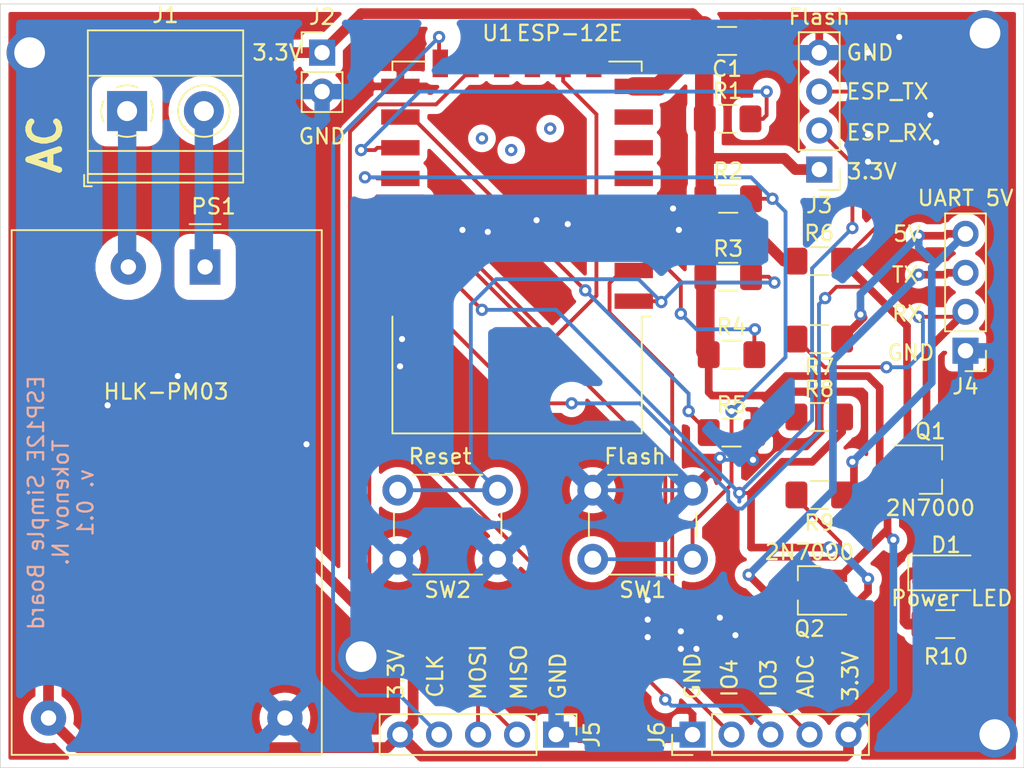
<source format=kicad_pcb>
(kicad_pcb (version 20171130) (host pcbnew "(5.1.2)-1")

  (general
    (thickness 1.6)
    (drawings 25)
    (tracks 337)
    (zones 0)
    (modules 24)
    (nets 29)
  )

  (page A4)
  (layers
    (0 F.Cu power)
    (31 B.Cu signal)
    (32 B.Adhes user)
    (33 F.Adhes user)
    (34 B.Paste user)
    (35 F.Paste user)
    (36 B.SilkS user)
    (37 F.SilkS user)
    (38 B.Mask user)
    (39 F.Mask user)
    (40 Dwgs.User user)
    (41 Cmts.User user)
    (42 Eco1.User user)
    (43 Eco2.User user)
    (44 Edge.Cuts user)
    (45 Margin user)
    (46 B.CrtYd user)
    (47 F.CrtYd user)
    (48 B.Fab user)
    (49 F.Fab user)
  )

  (setup
    (last_trace_width 0.5)
    (user_trace_width 0.5)
    (user_trace_width 0.7)
    (user_trace_width 1.2)
    (trace_clearance 0.2)
    (zone_clearance 0.5)
    (zone_45_only no)
    (trace_min 0.2)
    (via_size 0.8)
    (via_drill 0.4)
    (via_min_size 0.4)
    (via_min_drill 0.3)
    (user_via 3 2)
    (uvia_size 0.3)
    (uvia_drill 0.1)
    (uvias_allowed no)
    (uvia_min_size 0.2)
    (uvia_min_drill 0.1)
    (edge_width 0.05)
    (segment_width 0.2)
    (pcb_text_width 0.3)
    (pcb_text_size 1.5 1.5)
    (mod_edge_width 0.12)
    (mod_text_size 1 1)
    (mod_text_width 0.15)
    (pad_size 2.3 2.3)
    (pad_drill 1)
    (pad_to_mask_clearance 0.051)
    (solder_mask_min_width 0.25)
    (aux_axis_origin 0 0)
    (visible_elements 7FFFFFFF)
    (pcbplotparams
      (layerselection 0x010f0_ffffffff)
      (usegerberextensions true)
      (usegerberattributes false)
      (usegerberadvancedattributes false)
      (creategerberjobfile false)
      (excludeedgelayer true)
      (linewidth 0.100000)
      (plotframeref false)
      (viasonmask false)
      (mode 1)
      (useauxorigin false)
      (hpglpennumber 1)
      (hpglpenspeed 20)
      (hpglpendiameter 15.000000)
      (psnegative false)
      (psa4output false)
      (plotreference true)
      (plotvalue true)
      (plotinvisibletext false)
      (padsonsilk false)
      (subtractmaskfromsilk false)
      (outputformat 1)
      (mirror false)
      (drillshape 0)
      (scaleselection 1)
      (outputdirectory "gerber/"))
  )

  (net 0 "")
  (net 1 3.3V)
  (net 2 GND)
  (net 3 "Net-(J1-Pad2)")
  (net 4 "Net-(J1-Pad1)")
  (net 5 ESP_TX)
  (net 6 ESP_RX)
  (net 7 5V)
  (net 8 TX)
  (net 9 RX)
  (net 10 SPI_CLK)
  (net 11 SPI_MOSI)
  (net 12 SPI_MISO)
  (net 13 ADC)
  (net 14 IO5)
  (net 15 IO4)
  (net 16 "Net-(R1-Pad2)")
  (net 17 "Net-(R2-Pad2)")
  (net 18 "Net-(R3-Pad2)")
  (net 19 "Net-(R4-Pad2)")
  (net 20 "Net-(R5-Pad1)")
  (net 21 "Net-(U1-Pad12)")
  (net 22 "Net-(U1-Pad11)")
  (net 23 "Net-(U1-Pad9)")
  (net 24 "Net-(U1-Pad7)")
  (net 25 "Net-(U1-Pad6)")
  (net 26 "Net-(U1-Pad5)")
  (net 27 "Net-(U1-Pad4)")
  (net 28 "Net-(D1-Pad1)")

  (net_class Default "This is the default net class."
    (clearance 0.2)
    (trace_width 0.25)
    (via_dia 0.8)
    (via_drill 0.4)
    (uvia_dia 0.3)
    (uvia_drill 0.1)
    (add_net 3.3V)
    (add_net 5V)
    (add_net ADC)
    (add_net ESP_RX)
    (add_net ESP_TX)
    (add_net GND)
    (add_net IO4)
    (add_net IO5)
    (add_net "Net-(D1-Pad1)")
    (add_net "Net-(J1-Pad1)")
    (add_net "Net-(J1-Pad2)")
    (add_net "Net-(R1-Pad2)")
    (add_net "Net-(R2-Pad2)")
    (add_net "Net-(R3-Pad2)")
    (add_net "Net-(R4-Pad2)")
    (add_net "Net-(R5-Pad1)")
    (add_net "Net-(U1-Pad11)")
    (add_net "Net-(U1-Pad12)")
    (add_net "Net-(U1-Pad4)")
    (add_net "Net-(U1-Pad5)")
    (add_net "Net-(U1-Pad6)")
    (add_net "Net-(U1-Pad7)")
    (add_net "Net-(U1-Pad9)")
    (add_net RX)
    (add_net SPI_CLK)
    (add_net SPI_MISO)
    (add_net SPI_MOSI)
    (add_net TX)
  )

  (module Resistor_SMD:R_1206_3216Metric_Pad1.42x1.75mm_HandSolder (layer F.Cu) (tedit 5B301BBD) (tstamp 5DFF1FFF)
    (at 73.615 52.489)
    (descr "Resistor SMD 1206 (3216 Metric), square (rectangular) end terminal, IPC_7351 nominal with elongated pad for handsoldering. (Body size source: http://www.tortai-tech.com/upload/download/2011102023233369053.pdf), generated with kicad-footprint-generator")
    (tags "resistor handsolder")
    (path /5DFFFF32)
    (attr smd)
    (fp_text reference R10 (at 0.045 2.121) (layer F.SilkS)
      (effects (font (size 1 1) (thickness 0.15)))
    )
    (fp_text value 470 (at 0 1.82) (layer F.Fab)
      (effects (font (size 1 1) (thickness 0.15)))
    )
    (fp_text user %R (at 0 0) (layer F.Fab)
      (effects (font (size 0.8 0.8) (thickness 0.12)))
    )
    (fp_line (start 2.45 1.12) (end -2.45 1.12) (layer F.CrtYd) (width 0.05))
    (fp_line (start 2.45 -1.12) (end 2.45 1.12) (layer F.CrtYd) (width 0.05))
    (fp_line (start -2.45 -1.12) (end 2.45 -1.12) (layer F.CrtYd) (width 0.05))
    (fp_line (start -2.45 1.12) (end -2.45 -1.12) (layer F.CrtYd) (width 0.05))
    (fp_line (start -0.602064 0.91) (end 0.602064 0.91) (layer F.SilkS) (width 0.12))
    (fp_line (start -0.602064 -0.91) (end 0.602064 -0.91) (layer F.SilkS) (width 0.12))
    (fp_line (start 1.6 0.8) (end -1.6 0.8) (layer F.Fab) (width 0.1))
    (fp_line (start 1.6 -0.8) (end 1.6 0.8) (layer F.Fab) (width 0.1))
    (fp_line (start -1.6 -0.8) (end 1.6 -0.8) (layer F.Fab) (width 0.1))
    (fp_line (start -1.6 0.8) (end -1.6 -0.8) (layer F.Fab) (width 0.1))
    (pad 2 smd roundrect (at 1.4875 0) (size 1.425 1.75) (layers F.Cu F.Paste F.Mask) (roundrect_rratio 0.175439)
      (net 2 GND))
    (pad 1 smd roundrect (at -1.4875 0) (size 1.425 1.75) (layers F.Cu F.Paste F.Mask) (roundrect_rratio 0.175439)
      (net 28 "Net-(D1-Pad1)"))
    (model ${KISYS3DMOD}/Resistor_SMD.3dshapes/R_1206_3216Metric.wrl
      (at (xyz 0 0 0))
      (scale (xyz 1 1 1))
      (rotate (xyz 0 0 0))
    )
  )

  (module LED_SMD:LED_1206_3216Metric_Pad1.42x1.75mm_HandSolder (layer F.Cu) (tedit 5B4B45C9) (tstamp 5DFF1D12)
    (at 73.66 49.149)
    (descr "LED SMD 1206 (3216 Metric), square (rectangular) end terminal, IPC_7351 nominal, (Body size source: http://www.tortai-tech.com/upload/download/2011102023233369053.pdf), generated with kicad-footprint-generator")
    (tags "LED handsolder")
    (path /5DFF4C51)
    (attr smd)
    (fp_text reference D1 (at 0 -1.82) (layer F.SilkS)
      (effects (font (size 1 1) (thickness 0.15)))
    )
    (fp_text value "Power LED" (at 0.381 1.651) (layer F.SilkS)
      (effects (font (size 1 1) (thickness 0.15)))
    )
    (fp_text user %R (at 0 0) (layer F.Fab)
      (effects (font (size 0.8 0.8) (thickness 0.12)))
    )
    (fp_line (start 2.45 1.12) (end -2.45 1.12) (layer F.CrtYd) (width 0.05))
    (fp_line (start 2.45 -1.12) (end 2.45 1.12) (layer F.CrtYd) (width 0.05))
    (fp_line (start -2.45 -1.12) (end 2.45 -1.12) (layer F.CrtYd) (width 0.05))
    (fp_line (start -2.45 1.12) (end -2.45 -1.12) (layer F.CrtYd) (width 0.05))
    (fp_line (start -2.46 1.135) (end 1.6 1.135) (layer F.SilkS) (width 0.12))
    (fp_line (start -2.46 -1.135) (end -2.46 1.135) (layer F.SilkS) (width 0.12))
    (fp_line (start 1.6 -1.135) (end -2.46 -1.135) (layer F.SilkS) (width 0.12))
    (fp_line (start 1.6 0.8) (end 1.6 -0.8) (layer F.Fab) (width 0.1))
    (fp_line (start -1.6 0.8) (end 1.6 0.8) (layer F.Fab) (width 0.1))
    (fp_line (start -1.6 -0.4) (end -1.6 0.8) (layer F.Fab) (width 0.1))
    (fp_line (start -1.2 -0.8) (end -1.6 -0.4) (layer F.Fab) (width 0.1))
    (fp_line (start 1.6 -0.8) (end -1.2 -0.8) (layer F.Fab) (width 0.1))
    (pad 2 smd roundrect (at 1.4875 0) (size 1.425 1.75) (layers F.Cu F.Paste F.Mask) (roundrect_rratio 0.175439)
      (net 1 3.3V))
    (pad 1 smd roundrect (at -1.4875 0) (size 1.425 1.75) (layers F.Cu F.Paste F.Mask) (roundrect_rratio 0.175439)
      (net 28 "Net-(D1-Pad1)"))
    (model ${KISYS3DMOD}/LED_SMD.3dshapes/LED_1206_3216Metric.wrl
      (at (xyz 0 0 0))
      (scale (xyz 1 1 1))
      (rotate (xyz 0 0 0))
    )
  )

  (module RF_Module:ESP-12E (layer F.Cu) (tedit 5A030172) (tstamp 5DFE8821)
    (at 45.72 27.94 180)
    (descr "Wi-Fi Module, http://wiki.ai-thinker.com/_media/esp8266/docs/aithinker_esp_12f_datasheet_en.pdf")
    (tags "Wi-Fi Module")
    (path /5DFE2798)
    (attr smd)
    (fp_text reference U1 (at 1.27 13.97) (layer F.SilkS)
      (effects (font (size 1 1) (thickness 0.15)))
    )
    (fp_text value ESP-12E (at -3.429 13.97) (layer F.SilkS)
      (effects (font (size 1 1) (thickness 0.15)))
    )
    (fp_line (start 5.56 -4.8) (end 8.12 -7.36) (layer Dwgs.User) (width 0.12))
    (fp_line (start 2.56 -4.8) (end 8.12 -10.36) (layer Dwgs.User) (width 0.12))
    (fp_line (start -0.44 -4.8) (end 6.88 -12.12) (layer Dwgs.User) (width 0.12))
    (fp_line (start -3.44 -4.8) (end 3.88 -12.12) (layer Dwgs.User) (width 0.12))
    (fp_line (start -6.44 -4.8) (end 0.88 -12.12) (layer Dwgs.User) (width 0.12))
    (fp_line (start -8.12 -6.12) (end -2.12 -12.12) (layer Dwgs.User) (width 0.12))
    (fp_line (start -8.12 -9.12) (end -5.12 -12.12) (layer Dwgs.User) (width 0.12))
    (fp_line (start -8.12 -4.8) (end -8.12 -12.12) (layer Dwgs.User) (width 0.12))
    (fp_line (start 8.12 -4.8) (end -8.12 -4.8) (layer Dwgs.User) (width 0.12))
    (fp_line (start 8.12 -12.12) (end 8.12 -4.8) (layer Dwgs.User) (width 0.12))
    (fp_line (start -8.12 -12.12) (end 8.12 -12.12) (layer Dwgs.User) (width 0.12))
    (fp_line (start -8.12 -4.5) (end -8.73 -4.5) (layer F.SilkS) (width 0.12))
    (fp_line (start -8.12 -4.5) (end -8.12 -12.12) (layer F.SilkS) (width 0.12))
    (fp_line (start -8.12 12.12) (end -8.12 11.5) (layer F.SilkS) (width 0.12))
    (fp_line (start -6 12.12) (end -8.12 12.12) (layer F.SilkS) (width 0.12))
    (fp_line (start 8.12 12.12) (end 6 12.12) (layer F.SilkS) (width 0.12))
    (fp_line (start 8.12 11.5) (end 8.12 12.12) (layer F.SilkS) (width 0.12))
    (fp_line (start 8.12 -12.12) (end 8.12 -4.5) (layer F.SilkS) (width 0.12))
    (fp_line (start -8.12 -12.12) (end 8.12 -12.12) (layer F.SilkS) (width 0.12))
    (fp_line (start -9.05 13.1) (end -9.05 -12.2) (layer F.CrtYd) (width 0.05))
    (fp_line (start 9.05 13.1) (end -9.05 13.1) (layer F.CrtYd) (width 0.05))
    (fp_line (start 9.05 -12.2) (end 9.05 13.1) (layer F.CrtYd) (width 0.05))
    (fp_line (start -9.05 -12.2) (end 9.05 -12.2) (layer F.CrtYd) (width 0.05))
    (fp_line (start -8 -4) (end -8 -12) (layer F.Fab) (width 0.12))
    (fp_line (start -7.5 -3.5) (end -8 -4) (layer F.Fab) (width 0.12))
    (fp_line (start -8 -3) (end -7.5 -3.5) (layer F.Fab) (width 0.12))
    (fp_line (start -8 12) (end -8 -3) (layer F.Fab) (width 0.12))
    (fp_line (start 8 12) (end -8 12) (layer F.Fab) (width 0.12))
    (fp_line (start 8 -12) (end 8 12) (layer F.Fab) (width 0.12))
    (fp_line (start -8 -12) (end 8 -12) (layer F.Fab) (width 0.12))
    (fp_text user %R (at 0.49 -0.8) (layer F.Fab)
      (effects (font (size 1 1) (thickness 0.15)))
    )
    (fp_text user "KEEP-OUT ZONE" (at 0.03 -9.55 180) (layer Cmts.User)
      (effects (font (size 1 1) (thickness 0.15)))
    )
    (fp_text user Antenna (at -0.06 -7 180) (layer Cmts.User)
      (effects (font (size 1 1) (thickness 0.15)))
    )
    (pad 22 smd rect (at 7.6 -3.5 180) (size 2.5 1) (layers F.Cu F.Paste F.Mask)
      (net 5 ESP_TX))
    (pad 21 smd rect (at 7.6 -1.5 180) (size 2.5 1) (layers F.Cu F.Paste F.Mask)
      (net 6 ESP_RX))
    (pad 20 smd rect (at 7.6 0.5 180) (size 2.5 1) (layers F.Cu F.Paste F.Mask)
      (net 14 IO5))
    (pad 19 smd rect (at 7.6 2.5 180) (size 2.5 1) (layers F.Cu F.Paste F.Mask)
      (net 15 IO4))
    (pad 18 smd rect (at 7.6 4.5 180) (size 2.5 1) (layers F.Cu F.Paste F.Mask)
      (net 17 "Net-(R2-Pad2)"))
    (pad 17 smd rect (at 7.6 6.5 180) (size 2.5 1) (layers F.Cu F.Paste F.Mask)
      (net 16 "Net-(R1-Pad2)"))
    (pad 16 smd rect (at 7.6 8.5 180) (size 2.5 1) (layers F.Cu F.Paste F.Mask)
      (net 20 "Net-(R5-Pad1)"))
    (pad 15 smd rect (at 7.6 10.5 180) (size 2.5 1) (layers F.Cu F.Paste F.Mask)
      (net 2 GND))
    (pad 14 smd rect (at 5 12 180) (size 1 1.8) (layers F.Cu F.Paste F.Mask)
      (net 10 SPI_CLK))
    (pad 13 smd rect (at 3 12 180) (size 1 1.8) (layers F.Cu F.Paste F.Mask)
      (net 11 SPI_MOSI))
    (pad 12 smd rect (at 1 12 180) (size 1 1.8) (layers F.Cu F.Paste F.Mask)
      (net 21 "Net-(U1-Pad12)"))
    (pad 11 smd rect (at -1 12 180) (size 1 1.8) (layers F.Cu F.Paste F.Mask)
      (net 22 "Net-(U1-Pad11)"))
    (pad 10 smd rect (at -3 12 180) (size 1 1.8) (layers F.Cu F.Paste F.Mask)
      (net 12 SPI_MISO))
    (pad 9 smd rect (at -5 12 180) (size 1 1.8) (layers F.Cu F.Paste F.Mask)
      (net 23 "Net-(U1-Pad9)"))
    (pad 8 smd rect (at -7.6 10.5 180) (size 2.5 1) (layers F.Cu F.Paste F.Mask)
      (net 1 3.3V))
    (pad 7 smd rect (at -7.6 8.5 180) (size 2.5 1) (layers F.Cu F.Paste F.Mask)
      (net 24 "Net-(U1-Pad7)"))
    (pad 6 smd rect (at -7.6 6.5 180) (size 2.5 1) (layers F.Cu F.Paste F.Mask)
      (net 25 "Net-(U1-Pad6)"))
    (pad 5 smd rect (at -7.6 4.5 180) (size 2.5 1) (layers F.Cu F.Paste F.Mask)
      (net 26 "Net-(U1-Pad5)"))
    (pad 4 smd rect (at -7.6 2.5 180) (size 2.5 1) (layers F.Cu F.Paste F.Mask)
      (net 27 "Net-(U1-Pad4)"))
    (pad 3 smd rect (at -7.6 0.5 180) (size 2.5 1) (layers F.Cu F.Paste F.Mask)
      (net 19 "Net-(R4-Pad2)"))
    (pad 2 smd rect (at -7.6 -1.5 180) (size 2.5 1) (layers F.Cu F.Paste F.Mask)
      (net 13 ADC))
    (pad 1 smd rect (at -7.6 -3.5 180) (size 2.5 1) (layers F.Cu F.Paste F.Mask)
      (net 18 "Net-(R3-Pad2)"))
    (model ${KISYS3DMOD}/RF_Module.3dshapes/ESP-12E.wrl
      (at (xyz 0 0 0))
      (scale (xyz 1 1 1))
      (rotate (xyz 0 0 0))
    )
  )

  (module Button_Switch_THT:SW_PUSH_6mm_H13mm (layer F.Cu) (tedit 5A02FE31) (tstamp 5DFE87E6)
    (at 44.45 48.26 180)
    (descr "tactile push button, 6x6mm e.g. PHAP33xx series, height=13mm")
    (tags "tact sw push 6mm")
    (path /5DFF5A25)
    (fp_text reference SW2 (at 3.25 -2) (layer F.SilkS)
      (effects (font (size 1 1) (thickness 0.15)))
    )
    (fp_text value Reset (at 3.75 6.7) (layer F.SilkS)
      (effects (font (size 1 1) (thickness 0.15)))
    )
    (fp_circle (center 3.25 2.25) (end 1.25 2.5) (layer F.Fab) (width 0.1))
    (fp_line (start 6.75 3) (end 6.75 1.5) (layer F.SilkS) (width 0.12))
    (fp_line (start 5.5 -1) (end 1 -1) (layer F.SilkS) (width 0.12))
    (fp_line (start -0.25 1.5) (end -0.25 3) (layer F.SilkS) (width 0.12))
    (fp_line (start 1 5.5) (end 5.5 5.5) (layer F.SilkS) (width 0.12))
    (fp_line (start 8 -1.25) (end 8 5.75) (layer F.CrtYd) (width 0.05))
    (fp_line (start 7.75 6) (end -1.25 6) (layer F.CrtYd) (width 0.05))
    (fp_line (start -1.5 5.75) (end -1.5 -1.25) (layer F.CrtYd) (width 0.05))
    (fp_line (start -1.25 -1.5) (end 7.75 -1.5) (layer F.CrtYd) (width 0.05))
    (fp_line (start -1.5 6) (end -1.25 6) (layer F.CrtYd) (width 0.05))
    (fp_line (start -1.5 5.75) (end -1.5 6) (layer F.CrtYd) (width 0.05))
    (fp_line (start -1.5 -1.5) (end -1.25 -1.5) (layer F.CrtYd) (width 0.05))
    (fp_line (start -1.5 -1.25) (end -1.5 -1.5) (layer F.CrtYd) (width 0.05))
    (fp_line (start 8 -1.5) (end 8 -1.25) (layer F.CrtYd) (width 0.05))
    (fp_line (start 7.75 -1.5) (end 8 -1.5) (layer F.CrtYd) (width 0.05))
    (fp_line (start 8 6) (end 8 5.75) (layer F.CrtYd) (width 0.05))
    (fp_line (start 7.75 6) (end 8 6) (layer F.CrtYd) (width 0.05))
    (fp_line (start 0.25 -0.75) (end 3.25 -0.75) (layer F.Fab) (width 0.1))
    (fp_line (start 0.25 5.25) (end 0.25 -0.75) (layer F.Fab) (width 0.1))
    (fp_line (start 6.25 5.25) (end 0.25 5.25) (layer F.Fab) (width 0.1))
    (fp_line (start 6.25 -0.75) (end 6.25 5.25) (layer F.Fab) (width 0.1))
    (fp_line (start 3.25 -0.75) (end 6.25 -0.75) (layer F.Fab) (width 0.1))
    (fp_text user %R (at 3.25 2.25) (layer F.Fab)
      (effects (font (size 1 1) (thickness 0.15)))
    )
    (pad 1 thru_hole circle (at 6.5 0 270) (size 2 2) (drill 1.1) (layers *.Cu *.Mask)
      (net 2 GND))
    (pad 2 thru_hole circle (at 6.5 4.5 270) (size 2 2) (drill 1.1) (layers *.Cu *.Mask)
      (net 18 "Net-(R3-Pad2)"))
    (pad 1 thru_hole circle (at 0 0 270) (size 2 2) (drill 1.1) (layers *.Cu *.Mask)
      (net 2 GND))
    (pad 2 thru_hole circle (at 0 4.5 270) (size 2 2) (drill 1.1) (layers *.Cu *.Mask)
      (net 18 "Net-(R3-Pad2)"))
    (model ${KISYS3DMOD}/Button_Switch_THT.3dshapes/SW_PUSH_6mm_H13mm.wrl
      (at (xyz 0 0 0))
      (scale (xyz 1 1 1))
      (rotate (xyz 0 0 0))
    )
  )

  (module Button_Switch_THT:SW_PUSH_6mm_H13mm (layer F.Cu) (tedit 5A02FE31) (tstamp 5DFE87C7)
    (at 57.15 48.26 180)
    (descr "tactile push button, 6x6mm e.g. PHAP33xx series, height=13mm")
    (tags "tact sw push 6mm")
    (path /5DFF34B7)
    (fp_text reference SW1 (at 3.25 -2) (layer F.SilkS)
      (effects (font (size 1 1) (thickness 0.15)))
    )
    (fp_text value Flash (at 3.75 6.7) (layer F.SilkS)
      (effects (font (size 1 1) (thickness 0.15)))
    )
    (fp_circle (center 3.25 2.25) (end 1.25 2.5) (layer F.Fab) (width 0.1))
    (fp_line (start 6.75 3) (end 6.75 1.5) (layer F.SilkS) (width 0.12))
    (fp_line (start 5.5 -1) (end 1 -1) (layer F.SilkS) (width 0.12))
    (fp_line (start -0.25 1.5) (end -0.25 3) (layer F.SilkS) (width 0.12))
    (fp_line (start 1 5.5) (end 5.5 5.5) (layer F.SilkS) (width 0.12))
    (fp_line (start 8 -1.25) (end 8 5.75) (layer F.CrtYd) (width 0.05))
    (fp_line (start 7.75 6) (end -1.25 6) (layer F.CrtYd) (width 0.05))
    (fp_line (start -1.5 5.75) (end -1.5 -1.25) (layer F.CrtYd) (width 0.05))
    (fp_line (start -1.25 -1.5) (end 7.75 -1.5) (layer F.CrtYd) (width 0.05))
    (fp_line (start -1.5 6) (end -1.25 6) (layer F.CrtYd) (width 0.05))
    (fp_line (start -1.5 5.75) (end -1.5 6) (layer F.CrtYd) (width 0.05))
    (fp_line (start -1.5 -1.5) (end -1.25 -1.5) (layer F.CrtYd) (width 0.05))
    (fp_line (start -1.5 -1.25) (end -1.5 -1.5) (layer F.CrtYd) (width 0.05))
    (fp_line (start 8 -1.5) (end 8 -1.25) (layer F.CrtYd) (width 0.05))
    (fp_line (start 7.75 -1.5) (end 8 -1.5) (layer F.CrtYd) (width 0.05))
    (fp_line (start 8 6) (end 8 5.75) (layer F.CrtYd) (width 0.05))
    (fp_line (start 7.75 6) (end 8 6) (layer F.CrtYd) (width 0.05))
    (fp_line (start 0.25 -0.75) (end 3.25 -0.75) (layer F.Fab) (width 0.1))
    (fp_line (start 0.25 5.25) (end 0.25 -0.75) (layer F.Fab) (width 0.1))
    (fp_line (start 6.25 5.25) (end 0.25 5.25) (layer F.Fab) (width 0.1))
    (fp_line (start 6.25 -0.75) (end 6.25 5.25) (layer F.Fab) (width 0.1))
    (fp_line (start 3.25 -0.75) (end 6.25 -0.75) (layer F.Fab) (width 0.1))
    (fp_text user %R (at 3.25 2.25) (layer F.Fab)
      (effects (font (size 1 1) (thickness 0.15)))
    )
    (pad 1 thru_hole circle (at 6.5 0 270) (size 2 2) (drill 1.1) (layers *.Cu *.Mask)
      (net 17 "Net-(R2-Pad2)"))
    (pad 2 thru_hole circle (at 6.5 4.5 270) (size 2 2) (drill 1.1) (layers *.Cu *.Mask)
      (net 2 GND))
    (pad 1 thru_hole circle (at 0 0 270) (size 2 2) (drill 1.1) (layers *.Cu *.Mask)
      (net 17 "Net-(R2-Pad2)"))
    (pad 2 thru_hole circle (at 0 4.5 270) (size 2 2) (drill 1.1) (layers *.Cu *.Mask)
      (net 2 GND))
    (model ${KISYS3DMOD}/Button_Switch_THT.3dshapes/SW_PUSH_6mm_H13mm.wrl
      (at (xyz 0 0 0))
      (scale (xyz 1 1 1))
      (rotate (xyz 0 0 0))
    )
  )

  (module Resistor_SMD:R_1206_3216Metric_Pad1.42x1.75mm_HandSolder (layer F.Cu) (tedit 5B301BBD) (tstamp 5DFE87A8)
    (at 65.405 44.069 180)
    (descr "Resistor SMD 1206 (3216 Metric), square (rectangular) end terminal, IPC_7351 nominal with elongated pad for handsoldering. (Body size source: http://www.tortai-tech.com/upload/download/2011102023233369053.pdf), generated with kicad-footprint-generator")
    (tags "resistor handsolder")
    (path /5E057146)
    (attr smd)
    (fp_text reference R9 (at 0 -1.82) (layer F.SilkS)
      (effects (font (size 1 1) (thickness 0.15)))
    )
    (fp_text value 10K (at 0 1.82) (layer F.Fab)
      (effects (font (size 1 1) (thickness 0.15)))
    )
    (fp_text user %R (at 0 0) (layer F.Fab)
      (effects (font (size 0.8 0.8) (thickness 0.12)))
    )
    (fp_line (start 2.45 1.12) (end -2.45 1.12) (layer F.CrtYd) (width 0.05))
    (fp_line (start 2.45 -1.12) (end 2.45 1.12) (layer F.CrtYd) (width 0.05))
    (fp_line (start -2.45 -1.12) (end 2.45 -1.12) (layer F.CrtYd) (width 0.05))
    (fp_line (start -2.45 1.12) (end -2.45 -1.12) (layer F.CrtYd) (width 0.05))
    (fp_line (start -0.602064 0.91) (end 0.602064 0.91) (layer F.SilkS) (width 0.12))
    (fp_line (start -0.602064 -0.91) (end 0.602064 -0.91) (layer F.SilkS) (width 0.12))
    (fp_line (start 1.6 0.8) (end -1.6 0.8) (layer F.Fab) (width 0.1))
    (fp_line (start 1.6 -0.8) (end 1.6 0.8) (layer F.Fab) (width 0.1))
    (fp_line (start -1.6 -0.8) (end 1.6 -0.8) (layer F.Fab) (width 0.1))
    (fp_line (start -1.6 0.8) (end -1.6 -0.8) (layer F.Fab) (width 0.1))
    (pad 2 smd roundrect (at 1.4875 0 180) (size 1.425 1.75) (layers F.Cu F.Paste F.Mask) (roundrect_rratio 0.175439)
      (net 8 TX))
    (pad 1 smd roundrect (at -1.4875 0 180) (size 1.425 1.75) (layers F.Cu F.Paste F.Mask) (roundrect_rratio 0.175439)
      (net 7 5V))
    (model ${KISYS3DMOD}/Resistor_SMD.3dshapes/R_1206_3216Metric.wrl
      (at (xyz 0 0 0))
      (scale (xyz 1 1 1))
      (rotate (xyz 0 0 0))
    )
  )

  (module Resistor_SMD:R_1206_3216Metric_Pad1.42x1.75mm_HandSolder (layer F.Cu) (tedit 5B301BBD) (tstamp 5DFE8797)
    (at 65.405 38.989)
    (descr "Resistor SMD 1206 (3216 Metric), square (rectangular) end terminal, IPC_7351 nominal with elongated pad for handsoldering. (Body size source: http://www.tortai-tech.com/upload/download/2011102023233369053.pdf), generated with kicad-footprint-generator")
    (tags "resistor handsolder")
    (path /5E057140)
    (attr smd)
    (fp_text reference R8 (at 0 -1.82) (layer F.SilkS)
      (effects (font (size 1 1) (thickness 0.15)))
    )
    (fp_text value 10K (at 0 1.82) (layer F.Fab)
      (effects (font (size 1 1) (thickness 0.15)))
    )
    (fp_text user %R (at 0 0) (layer F.Fab)
      (effects (font (size 0.8 0.8) (thickness 0.12)))
    )
    (fp_line (start 2.45 1.12) (end -2.45 1.12) (layer F.CrtYd) (width 0.05))
    (fp_line (start 2.45 -1.12) (end 2.45 1.12) (layer F.CrtYd) (width 0.05))
    (fp_line (start -2.45 -1.12) (end 2.45 -1.12) (layer F.CrtYd) (width 0.05))
    (fp_line (start -2.45 1.12) (end -2.45 -1.12) (layer F.CrtYd) (width 0.05))
    (fp_line (start -0.602064 0.91) (end 0.602064 0.91) (layer F.SilkS) (width 0.12))
    (fp_line (start -0.602064 -0.91) (end 0.602064 -0.91) (layer F.SilkS) (width 0.12))
    (fp_line (start 1.6 0.8) (end -1.6 0.8) (layer F.Fab) (width 0.1))
    (fp_line (start 1.6 -0.8) (end 1.6 0.8) (layer F.Fab) (width 0.1))
    (fp_line (start -1.6 -0.8) (end 1.6 -0.8) (layer F.Fab) (width 0.1))
    (fp_line (start -1.6 0.8) (end -1.6 -0.8) (layer F.Fab) (width 0.1))
    (pad 2 smd roundrect (at 1.4875 0) (size 1.425 1.75) (layers F.Cu F.Paste F.Mask) (roundrect_rratio 0.175439)
      (net 6 ESP_RX))
    (pad 1 smd roundrect (at -1.4875 0) (size 1.425 1.75) (layers F.Cu F.Paste F.Mask) (roundrect_rratio 0.175439)
      (net 1 3.3V))
    (model ${KISYS3DMOD}/Resistor_SMD.3dshapes/R_1206_3216Metric.wrl
      (at (xyz 0 0 0))
      (scale (xyz 1 1 1))
      (rotate (xyz 0 0 0))
    )
  )

  (module Resistor_SMD:R_1206_3216Metric_Pad1.42x1.75mm_HandSolder (layer F.Cu) (tedit 5B301BBD) (tstamp 5DFE8786)
    (at 65.405 33.909 180)
    (descr "Resistor SMD 1206 (3216 Metric), square (rectangular) end terminal, IPC_7351 nominal with elongated pad for handsoldering. (Body size source: http://www.tortai-tech.com/upload/download/2011102023233369053.pdf), generated with kicad-footprint-generator")
    (tags "resistor handsolder")
    (path /5E043EE6)
    (attr smd)
    (fp_text reference R7 (at 0 -1.82) (layer F.SilkS)
      (effects (font (size 1 1) (thickness 0.15)))
    )
    (fp_text value 10K (at 0 1.82) (layer F.Fab)
      (effects (font (size 1 1) (thickness 0.15)))
    )
    (fp_text user %R (at 0 0) (layer F.Fab)
      (effects (font (size 0.8 0.8) (thickness 0.12)))
    )
    (fp_line (start 2.45 1.12) (end -2.45 1.12) (layer F.CrtYd) (width 0.05))
    (fp_line (start 2.45 -1.12) (end 2.45 1.12) (layer F.CrtYd) (width 0.05))
    (fp_line (start -2.45 -1.12) (end 2.45 -1.12) (layer F.CrtYd) (width 0.05))
    (fp_line (start -2.45 1.12) (end -2.45 -1.12) (layer F.CrtYd) (width 0.05))
    (fp_line (start -0.602064 0.91) (end 0.602064 0.91) (layer F.SilkS) (width 0.12))
    (fp_line (start -0.602064 -0.91) (end 0.602064 -0.91) (layer F.SilkS) (width 0.12))
    (fp_line (start 1.6 0.8) (end -1.6 0.8) (layer F.Fab) (width 0.1))
    (fp_line (start 1.6 -0.8) (end 1.6 0.8) (layer F.Fab) (width 0.1))
    (fp_line (start -1.6 -0.8) (end 1.6 -0.8) (layer F.Fab) (width 0.1))
    (fp_line (start -1.6 0.8) (end -1.6 -0.8) (layer F.Fab) (width 0.1))
    (pad 2 smd roundrect (at 1.4875 0 180) (size 1.425 1.75) (layers F.Cu F.Paste F.Mask) (roundrect_rratio 0.175439)
      (net 9 RX))
    (pad 1 smd roundrect (at -1.4875 0 180) (size 1.425 1.75) (layers F.Cu F.Paste F.Mask) (roundrect_rratio 0.175439)
      (net 7 5V))
    (model ${KISYS3DMOD}/Resistor_SMD.3dshapes/R_1206_3216Metric.wrl
      (at (xyz 0 0 0))
      (scale (xyz 1 1 1))
      (rotate (xyz 0 0 0))
    )
  )

  (module Resistor_SMD:R_1206_3216Metric_Pad1.42x1.75mm_HandSolder (layer F.Cu) (tedit 5B301BBD) (tstamp 5DFE8775)
    (at 65.405 28.829)
    (descr "Resistor SMD 1206 (3216 Metric), square (rectangular) end terminal, IPC_7351 nominal with elongated pad for handsoldering. (Body size source: http://www.tortai-tech.com/upload/download/2011102023233369053.pdf), generated with kicad-footprint-generator")
    (tags "resistor handsolder")
    (path /5E043636)
    (attr smd)
    (fp_text reference R6 (at 0 -1.82) (layer F.SilkS)
      (effects (font (size 1 1) (thickness 0.15)))
    )
    (fp_text value 10K (at 0 1.82) (layer F.Fab)
      (effects (font (size 1 1) (thickness 0.15)))
    )
    (fp_text user %R (at 0 0) (layer F.Fab)
      (effects (font (size 0.8 0.8) (thickness 0.12)))
    )
    (fp_line (start 2.45 1.12) (end -2.45 1.12) (layer F.CrtYd) (width 0.05))
    (fp_line (start 2.45 -1.12) (end 2.45 1.12) (layer F.CrtYd) (width 0.05))
    (fp_line (start -2.45 -1.12) (end 2.45 -1.12) (layer F.CrtYd) (width 0.05))
    (fp_line (start -2.45 1.12) (end -2.45 -1.12) (layer F.CrtYd) (width 0.05))
    (fp_line (start -0.602064 0.91) (end 0.602064 0.91) (layer F.SilkS) (width 0.12))
    (fp_line (start -0.602064 -0.91) (end 0.602064 -0.91) (layer F.SilkS) (width 0.12))
    (fp_line (start 1.6 0.8) (end -1.6 0.8) (layer F.Fab) (width 0.1))
    (fp_line (start 1.6 -0.8) (end 1.6 0.8) (layer F.Fab) (width 0.1))
    (fp_line (start -1.6 -0.8) (end 1.6 -0.8) (layer F.Fab) (width 0.1))
    (fp_line (start -1.6 0.8) (end -1.6 -0.8) (layer F.Fab) (width 0.1))
    (pad 2 smd roundrect (at 1.4875 0) (size 1.425 1.75) (layers F.Cu F.Paste F.Mask) (roundrect_rratio 0.175439)
      (net 5 ESP_TX))
    (pad 1 smd roundrect (at -1.4875 0) (size 1.425 1.75) (layers F.Cu F.Paste F.Mask) (roundrect_rratio 0.175439)
      (net 1 3.3V))
    (model ${KISYS3DMOD}/Resistor_SMD.3dshapes/R_1206_3216Metric.wrl
      (at (xyz 0 0 0))
      (scale (xyz 1 1 1))
      (rotate (xyz 0 0 0))
    )
  )

  (module Resistor_SMD:R_1206_3216Metric_Pad1.42x1.75mm_HandSolder (layer F.Cu) (tedit 5B301BBD) (tstamp 5DFE8764)
    (at 59.69 40.005)
    (descr "Resistor SMD 1206 (3216 Metric), square (rectangular) end terminal, IPC_7351 nominal with elongated pad for handsoldering. (Body size source: http://www.tortai-tech.com/upload/download/2011102023233369053.pdf), generated with kicad-footprint-generator")
    (tags "resistor handsolder")
    (path /5DFF0155)
    (attr smd)
    (fp_text reference R5 (at 0 -1.82) (layer F.SilkS)
      (effects (font (size 1 1) (thickness 0.15)))
    )
    (fp_text value 10K (at 0 1.82) (layer F.Fab)
      (effects (font (size 1 1) (thickness 0.15)))
    )
    (fp_text user %R (at 0 0) (layer F.Fab)
      (effects (font (size 0.8 0.8) (thickness 0.12)))
    )
    (fp_line (start 2.45 1.12) (end -2.45 1.12) (layer F.CrtYd) (width 0.05))
    (fp_line (start 2.45 -1.12) (end 2.45 1.12) (layer F.CrtYd) (width 0.05))
    (fp_line (start -2.45 -1.12) (end 2.45 -1.12) (layer F.CrtYd) (width 0.05))
    (fp_line (start -2.45 1.12) (end -2.45 -1.12) (layer F.CrtYd) (width 0.05))
    (fp_line (start -0.602064 0.91) (end 0.602064 0.91) (layer F.SilkS) (width 0.12))
    (fp_line (start -0.602064 -0.91) (end 0.602064 -0.91) (layer F.SilkS) (width 0.12))
    (fp_line (start 1.6 0.8) (end -1.6 0.8) (layer F.Fab) (width 0.1))
    (fp_line (start 1.6 -0.8) (end 1.6 0.8) (layer F.Fab) (width 0.1))
    (fp_line (start -1.6 -0.8) (end 1.6 -0.8) (layer F.Fab) (width 0.1))
    (fp_line (start -1.6 0.8) (end -1.6 -0.8) (layer F.Fab) (width 0.1))
    (pad 2 smd roundrect (at 1.4875 0) (size 1.425 1.75) (layers F.Cu F.Paste F.Mask) (roundrect_rratio 0.175439)
      (net 2 GND))
    (pad 1 smd roundrect (at -1.4875 0) (size 1.425 1.75) (layers F.Cu F.Paste F.Mask) (roundrect_rratio 0.175439)
      (net 20 "Net-(R5-Pad1)"))
    (model ${KISYS3DMOD}/Resistor_SMD.3dshapes/R_1206_3216Metric.wrl
      (at (xyz 0 0 0))
      (scale (xyz 1 1 1))
      (rotate (xyz 0 0 0))
    )
  )

  (module Resistor_SMD:R_1206_3216Metric_Pad1.42x1.75mm_HandSolder (layer F.Cu) (tedit 5B301BBD) (tstamp 5DFE8753)
    (at 59.69 34.925)
    (descr "Resistor SMD 1206 (3216 Metric), square (rectangular) end terminal, IPC_7351 nominal with elongated pad for handsoldering. (Body size source: http://www.tortai-tech.com/upload/download/2011102023233369053.pdf), generated with kicad-footprint-generator")
    (tags "resistor handsolder")
    (path /5DFF0000)
    (attr smd)
    (fp_text reference R4 (at 0 -1.82) (layer F.SilkS)
      (effects (font (size 1 1) (thickness 0.15)))
    )
    (fp_text value 10K (at 0 1.82) (layer F.Fab)
      (effects (font (size 1 1) (thickness 0.15)))
    )
    (fp_text user %R (at 0 0) (layer F.Fab)
      (effects (font (size 0.8 0.8) (thickness 0.12)))
    )
    (fp_line (start 2.45 1.12) (end -2.45 1.12) (layer F.CrtYd) (width 0.05))
    (fp_line (start 2.45 -1.12) (end 2.45 1.12) (layer F.CrtYd) (width 0.05))
    (fp_line (start -2.45 -1.12) (end 2.45 -1.12) (layer F.CrtYd) (width 0.05))
    (fp_line (start -2.45 1.12) (end -2.45 -1.12) (layer F.CrtYd) (width 0.05))
    (fp_line (start -0.602064 0.91) (end 0.602064 0.91) (layer F.SilkS) (width 0.12))
    (fp_line (start -0.602064 -0.91) (end 0.602064 -0.91) (layer F.SilkS) (width 0.12))
    (fp_line (start 1.6 0.8) (end -1.6 0.8) (layer F.Fab) (width 0.1))
    (fp_line (start 1.6 -0.8) (end 1.6 0.8) (layer F.Fab) (width 0.1))
    (fp_line (start -1.6 -0.8) (end 1.6 -0.8) (layer F.Fab) (width 0.1))
    (fp_line (start -1.6 0.8) (end -1.6 -0.8) (layer F.Fab) (width 0.1))
    (pad 2 smd roundrect (at 1.4875 0) (size 1.425 1.75) (layers F.Cu F.Paste F.Mask) (roundrect_rratio 0.175439)
      (net 19 "Net-(R4-Pad2)"))
    (pad 1 smd roundrect (at -1.4875 0) (size 1.425 1.75) (layers F.Cu F.Paste F.Mask) (roundrect_rratio 0.175439)
      (net 1 3.3V))
    (model ${KISYS3DMOD}/Resistor_SMD.3dshapes/R_1206_3216Metric.wrl
      (at (xyz 0 0 0))
      (scale (xyz 1 1 1))
      (rotate (xyz 0 0 0))
    )
  )

  (module Resistor_SMD:R_1206_3216Metric_Pad1.42x1.75mm_HandSolder (layer F.Cu) (tedit 5B301BBD) (tstamp 5DFE8742)
    (at 59.4725 29.845)
    (descr "Resistor SMD 1206 (3216 Metric), square (rectangular) end terminal, IPC_7351 nominal with elongated pad for handsoldering. (Body size source: http://www.tortai-tech.com/upload/download/2011102023233369053.pdf), generated with kicad-footprint-generator")
    (tags "resistor handsolder")
    (path /5DFEFE1F)
    (attr smd)
    (fp_text reference R3 (at 0 -1.82) (layer F.SilkS)
      (effects (font (size 1 1) (thickness 0.15)))
    )
    (fp_text value 10K (at 0 1.82) (layer F.Fab)
      (effects (font (size 1 1) (thickness 0.15)))
    )
    (fp_text user %R (at 0 0) (layer F.Fab)
      (effects (font (size 0.8 0.8) (thickness 0.12)))
    )
    (fp_line (start 2.45 1.12) (end -2.45 1.12) (layer F.CrtYd) (width 0.05))
    (fp_line (start 2.45 -1.12) (end 2.45 1.12) (layer F.CrtYd) (width 0.05))
    (fp_line (start -2.45 -1.12) (end 2.45 -1.12) (layer F.CrtYd) (width 0.05))
    (fp_line (start -2.45 1.12) (end -2.45 -1.12) (layer F.CrtYd) (width 0.05))
    (fp_line (start -0.602064 0.91) (end 0.602064 0.91) (layer F.SilkS) (width 0.12))
    (fp_line (start -0.602064 -0.91) (end 0.602064 -0.91) (layer F.SilkS) (width 0.12))
    (fp_line (start 1.6 0.8) (end -1.6 0.8) (layer F.Fab) (width 0.1))
    (fp_line (start 1.6 -0.8) (end 1.6 0.8) (layer F.Fab) (width 0.1))
    (fp_line (start -1.6 -0.8) (end 1.6 -0.8) (layer F.Fab) (width 0.1))
    (fp_line (start -1.6 0.8) (end -1.6 -0.8) (layer F.Fab) (width 0.1))
    (pad 2 smd roundrect (at 1.4875 0) (size 1.425 1.75) (layers F.Cu F.Paste F.Mask) (roundrect_rratio 0.175439)
      (net 18 "Net-(R3-Pad2)"))
    (pad 1 smd roundrect (at -1.4875 0) (size 1.425 1.75) (layers F.Cu F.Paste F.Mask) (roundrect_rratio 0.175439)
      (net 1 3.3V))
    (model ${KISYS3DMOD}/Resistor_SMD.3dshapes/R_1206_3216Metric.wrl
      (at (xyz 0 0 0))
      (scale (xyz 1 1 1))
      (rotate (xyz 0 0 0))
    )
  )

  (module Resistor_SMD:R_1206_3216Metric_Pad1.42x1.75mm_HandSolder (layer F.Cu) (tedit 5B301BBD) (tstamp 5DFEB96E)
    (at 59.4725 24.765)
    (descr "Resistor SMD 1206 (3216 Metric), square (rectangular) end terminal, IPC_7351 nominal with elongated pad for handsoldering. (Body size source: http://www.tortai-tech.com/upload/download/2011102023233369053.pdf), generated with kicad-footprint-generator")
    (tags "resistor handsolder")
    (path /5DFEDC1E)
    (attr smd)
    (fp_text reference R2 (at 0 -1.82) (layer F.SilkS)
      (effects (font (size 1 1) (thickness 0.15)))
    )
    (fp_text value 10K (at 0 1.82) (layer F.Fab)
      (effects (font (size 1 1) (thickness 0.15)))
    )
    (fp_text user %R (at 0 0) (layer F.Fab)
      (effects (font (size 0.8 0.8) (thickness 0.12)))
    )
    (fp_line (start 2.45 1.12) (end -2.45 1.12) (layer F.CrtYd) (width 0.05))
    (fp_line (start 2.45 -1.12) (end 2.45 1.12) (layer F.CrtYd) (width 0.05))
    (fp_line (start -2.45 -1.12) (end 2.45 -1.12) (layer F.CrtYd) (width 0.05))
    (fp_line (start -2.45 1.12) (end -2.45 -1.12) (layer F.CrtYd) (width 0.05))
    (fp_line (start -0.602064 0.91) (end 0.602064 0.91) (layer F.SilkS) (width 0.12))
    (fp_line (start -0.602064 -0.91) (end 0.602064 -0.91) (layer F.SilkS) (width 0.12))
    (fp_line (start 1.6 0.8) (end -1.6 0.8) (layer F.Fab) (width 0.1))
    (fp_line (start 1.6 -0.8) (end 1.6 0.8) (layer F.Fab) (width 0.1))
    (fp_line (start -1.6 -0.8) (end 1.6 -0.8) (layer F.Fab) (width 0.1))
    (fp_line (start -1.6 0.8) (end -1.6 -0.8) (layer F.Fab) (width 0.1))
    (pad 2 smd roundrect (at 1.4875 0) (size 1.425 1.75) (layers F.Cu F.Paste F.Mask) (roundrect_rratio 0.175439)
      (net 17 "Net-(R2-Pad2)"))
    (pad 1 smd roundrect (at -1.4875 0) (size 1.425 1.75) (layers F.Cu F.Paste F.Mask) (roundrect_rratio 0.175439)
      (net 1 3.3V))
    (model ${KISYS3DMOD}/Resistor_SMD.3dshapes/R_1206_3216Metric.wrl
      (at (xyz 0 0 0))
      (scale (xyz 1 1 1))
      (rotate (xyz 0 0 0))
    )
  )

  (module Resistor_SMD:R_1206_3216Metric_Pad1.42x1.75mm_HandSolder (layer F.Cu) (tedit 5B301BBD) (tstamp 5DFE8720)
    (at 59.436 19.558)
    (descr "Resistor SMD 1206 (3216 Metric), square (rectangular) end terminal, IPC_7351 nominal with elongated pad for handsoldering. (Body size source: http://www.tortai-tech.com/upload/download/2011102023233369053.pdf), generated with kicad-footprint-generator")
    (tags "resistor handsolder")
    (path /5DFEF8B6)
    (attr smd)
    (fp_text reference R1 (at 0 -1.82) (layer F.SilkS)
      (effects (font (size 1 1) (thickness 0.15)))
    )
    (fp_text value 10K (at 0 1.82) (layer F.Fab)
      (effects (font (size 1 1) (thickness 0.15)))
    )
    (fp_line (start -1.6 0.8) (end -1.6 -0.8) (layer F.Fab) (width 0.1))
    (fp_line (start -1.6 -0.8) (end 1.6 -0.8) (layer F.Fab) (width 0.1))
    (fp_line (start 1.6 -0.8) (end 1.6 0.8) (layer F.Fab) (width 0.1))
    (fp_line (start 1.6 0.8) (end -1.6 0.8) (layer F.Fab) (width 0.1))
    (fp_line (start -0.602064 -0.91) (end 0.602064 -0.91) (layer F.SilkS) (width 0.12))
    (fp_line (start -0.602064 0.91) (end 0.602064 0.91) (layer F.SilkS) (width 0.12))
    (fp_line (start -2.45 1.12) (end -2.45 -1.12) (layer F.CrtYd) (width 0.05))
    (fp_line (start -2.45 -1.12) (end 2.45 -1.12) (layer F.CrtYd) (width 0.05))
    (fp_line (start 2.45 -1.12) (end 2.45 1.12) (layer F.CrtYd) (width 0.05))
    (fp_line (start 2.45 1.12) (end -2.45 1.12) (layer F.CrtYd) (width 0.05))
    (fp_text user %R (at 0 0) (layer F.Fab)
      (effects (font (size 0.8 0.8) (thickness 0.12)))
    )
    (pad 1 smd roundrect (at -1.4875 0) (size 1.425 1.75) (layers F.Cu F.Paste F.Mask) (roundrect_rratio 0.175439)
      (net 1 3.3V))
    (pad 2 smd roundrect (at 1.4875 0) (size 1.425 1.75) (layers F.Cu F.Paste F.Mask) (roundrect_rratio 0.175439)
      (net 16 "Net-(R1-Pad2)"))
    (model ${KISYS3DMOD}/Resistor_SMD.3dshapes/R_1206_3216Metric.wrl
      (at (xyz 0 0 0))
      (scale (xyz 1 1 1))
      (rotate (xyz 0 0 0))
    )
  )

  (module Package_TO_SOT_SMD:SOT-23_Handsoldering (layer F.Cu) (tedit 5A0AB76C) (tstamp 5DFEC0CA)
    (at 64.77 50.292 180)
    (descr "SOT-23, Handsoldering")
    (tags SOT-23)
    (path /5E057134)
    (attr smd)
    (fp_text reference Q2 (at 0 -2.5) (layer F.SilkS)
      (effects (font (size 1 1) (thickness 0.15)))
    )
    (fp_text value 2N7000 (at 0 2.5) (layer F.SilkS)
      (effects (font (size 1 1) (thickness 0.15)))
    )
    (fp_line (start 0.76 1.58) (end -0.7 1.58) (layer F.SilkS) (width 0.12))
    (fp_line (start -0.7 1.52) (end 0.7 1.52) (layer F.Fab) (width 0.1))
    (fp_line (start 0.7 -1.52) (end 0.7 1.52) (layer F.Fab) (width 0.1))
    (fp_line (start -0.7 -0.95) (end -0.15 -1.52) (layer F.Fab) (width 0.1))
    (fp_line (start -0.15 -1.52) (end 0.7 -1.52) (layer F.Fab) (width 0.1))
    (fp_line (start -0.7 -0.95) (end -0.7 1.5) (layer F.Fab) (width 0.1))
    (fp_line (start 0.76 -1.58) (end -2.4 -1.58) (layer F.SilkS) (width 0.12))
    (fp_line (start -2.7 1.75) (end -2.7 -1.75) (layer F.CrtYd) (width 0.05))
    (fp_line (start 2.7 1.75) (end -2.7 1.75) (layer F.CrtYd) (width 0.05))
    (fp_line (start 2.7 -1.75) (end 2.7 1.75) (layer F.CrtYd) (width 0.05))
    (fp_line (start -2.7 -1.75) (end 2.7 -1.75) (layer F.CrtYd) (width 0.05))
    (fp_line (start 0.76 -1.58) (end 0.76 -0.65) (layer F.SilkS) (width 0.12))
    (fp_line (start 0.76 1.58) (end 0.76 0.65) (layer F.SilkS) (width 0.12))
    (fp_text user %R (at 0 0 90) (layer F.Fab)
      (effects (font (size 0.5 0.5) (thickness 0.075)))
    )
    (pad 3 smd rect (at 1.5 0 180) (size 1.9 0.8) (layers F.Cu F.Paste F.Mask)
      (net 8 TX))
    (pad 2 smd rect (at -1.5 0.95 180) (size 1.9 0.8) (layers F.Cu F.Paste F.Mask)
      (net 1 3.3V))
    (pad 1 smd rect (at -1.5 -0.95 180) (size 1.9 0.8) (layers F.Cu F.Paste F.Mask)
      (net 6 ESP_RX))
    (model ${KISYS3DMOD}/Package_TO_SOT_SMD.3dshapes/SOT-23.wrl
      (at (xyz 0 0 0))
      (scale (xyz 1 1 1))
      (rotate (xyz 0 0 0))
    )
  )

  (module Package_TO_SOT_SMD:SOT-23_Handsoldering (layer F.Cu) (tedit 5A0AB76C) (tstamp 5DFED0E5)
    (at 72.644 42.418)
    (descr "SOT-23, Handsoldering")
    (tags SOT-23)
    (path /5E02FB73)
    (attr smd)
    (fp_text reference Q1 (at 0 -2.5) (layer F.SilkS)
      (effects (font (size 1 1) (thickness 0.15)))
    )
    (fp_text value 2N7000 (at 0 2.5) (layer F.SilkS)
      (effects (font (size 1 1) (thickness 0.15)))
    )
    (fp_line (start 0.76 1.58) (end -0.7 1.58) (layer F.SilkS) (width 0.12))
    (fp_line (start -0.7 1.52) (end 0.7 1.52) (layer F.Fab) (width 0.1))
    (fp_line (start 0.7 -1.52) (end 0.7 1.52) (layer F.Fab) (width 0.1))
    (fp_line (start -0.7 -0.95) (end -0.15 -1.52) (layer F.Fab) (width 0.1))
    (fp_line (start -0.15 -1.52) (end 0.7 -1.52) (layer F.Fab) (width 0.1))
    (fp_line (start -0.7 -0.95) (end -0.7 1.5) (layer F.Fab) (width 0.1))
    (fp_line (start 0.76 -1.58) (end -2.4 -1.58) (layer F.SilkS) (width 0.12))
    (fp_line (start -2.7 1.75) (end -2.7 -1.75) (layer F.CrtYd) (width 0.05))
    (fp_line (start 2.7 1.75) (end -2.7 1.75) (layer F.CrtYd) (width 0.05))
    (fp_line (start 2.7 -1.75) (end 2.7 1.75) (layer F.CrtYd) (width 0.05))
    (fp_line (start -2.7 -1.75) (end 2.7 -1.75) (layer F.CrtYd) (width 0.05))
    (fp_line (start 0.76 -1.58) (end 0.76 -0.65) (layer F.SilkS) (width 0.12))
    (fp_line (start 0.76 1.58) (end 0.76 0.65) (layer F.SilkS) (width 0.12))
    (fp_text user %R (at 0 0 90) (layer F.Fab)
      (effects (font (size 0.5 0.5) (thickness 0.075)))
    )
    (pad 3 smd rect (at 1.5 0) (size 1.9 0.8) (layers F.Cu F.Paste F.Mask)
      (net 9 RX))
    (pad 2 smd rect (at -1.5 0.95) (size 1.9 0.8) (layers F.Cu F.Paste F.Mask)
      (net 1 3.3V))
    (pad 1 smd rect (at -1.5 -0.95) (size 1.9 0.8) (layers F.Cu F.Paste F.Mask)
      (net 5 ESP_TX))
    (model ${KISYS3DMOD}/Package_TO_SOT_SMD.3dshapes/SOT-23.wrl
      (at (xyz 0 0 0))
      (scale (xyz 1 1 1))
      (rotate (xyz 0 0 0))
    )
  )

  (module Converter_ACDC:Converter_ACDC_HiLink_HLK-PMxx (layer F.Cu) (tedit 5DFF1930) (tstamp 5DFE86E5)
    (at 25.4 29.21 270)
    (descr "ACDC-Converter, 3W, HiLink, HLK-PMxx, THT, http://www.hlktech.net/product_detail.php?ProId=54")
    (tags "ACDC-Converter 3W THT HiLink board mount module")
    (path /5DFE39BF)
    (fp_text reference PS1 (at -3.94 -0.55) (layer F.SilkS)
      (effects (font (size 1 1) (thickness 0.15)))
    )
    (fp_text value HLK-PM03 (at 8.128 2.54 180) (layer F.SilkS)
      (effects (font (size 1 1) (thickness 0.15)))
    )
    (fp_line (start -2.79 -1) (end -2.79 1.01) (layer F.SilkS) (width 0.12))
    (fp_line (start 31.8 -7.6) (end -2.4 -7.6) (layer F.SilkS) (width 0.12))
    (fp_line (start 31.8 12.6) (end 31.8 -7.6) (layer F.SilkS) (width 0.12))
    (fp_line (start -2.4 12.6) (end 31.8 12.6) (layer F.SilkS) (width 0.12))
    (fp_line (start -2.4 -7.6) (end -2.4 12.6) (layer F.SilkS) (width 0.12))
    (fp_line (start -2.55 -7.75) (end -2.55 12.75) (layer F.CrtYd) (width 0.05))
    (fp_line (start 31.95 -7.75) (end -2.55 -7.75) (layer F.CrtYd) (width 0.05))
    (fp_line (start 31.95 12.75) (end 31.95 -7.75) (layer F.CrtYd) (width 0.05))
    (fp_line (start -2.55 12.75) (end 31.95 12.75) (layer F.CrtYd) (width 0.05))
    (fp_line (start -2.3 -1) (end -2.3 -7.5) (layer F.Fab) (width 0.1))
    (fp_line (start -2.29 -1) (end -1.29 0) (layer F.Fab) (width 0.1))
    (fp_line (start -1.29 0) (end -2.29 1) (layer F.Fab) (width 0.1))
    (fp_text user %R (at 14.68 1.17 90) (layer F.Fab)
      (effects (font (size 1 1) (thickness 0.15)))
    )
    (fp_line (start -2.3 -7.5) (end 31.7 -7.5) (layer F.Fab) (width 0.1))
    (fp_line (start -2.3 12.5) (end -2.3 0.99) (layer F.Fab) (width 0.1))
    (fp_line (start 31.7 12.5) (end 31.7 -7.5) (layer F.Fab) (width 0.1))
    (fp_line (start -2.3 12.5) (end 31.7 12.5) (layer F.Fab) (width 0.1))
    (pad 4 thru_hole circle (at 29.4 10.2 270) (size 2.3 2.3) (drill 1) (layers *.Cu *.Mask)
      (net 1 3.3V))
    (pad 2 thru_hole circle (at 0 5 270) (size 2.3 2.3) (drill 1) (layers *.Cu *.Mask)
      (net 4 "Net-(J1-Pad1)") (clearance 1))
    (pad 1 thru_hole rect (at 0 0 270) (size 2.3 2) (drill 1) (layers *.Cu *.Mask)
      (net 3 "Net-(J1-Pad2)") (clearance 1))
    (pad 3 thru_hole circle (at 29.4 -5.2 270) (size 2.3 2.3) (drill 1) (layers *.Cu *.Mask)
      (net 2 GND))
    (model ${KISYS3DMOD}/Converter_ACDC.3dshapes/Converter_ACDC_HiLink_HLK-PMxx.wrl
      (at (xyz 0 0 0))
      (scale (xyz 1 1 1))
      (rotate (xyz 0 0 0))
    )
  )

  (module Connector_PinHeader_2.54mm:PinHeader_1x05_P2.54mm_Vertical (layer F.Cu) (tedit 59FED5CC) (tstamp 5DFE86CC)
    (at 57.15 59.69 90)
    (descr "Through hole straight pin header, 1x05, 2.54mm pitch, single row")
    (tags "Through hole pin header THT 1x05 2.54mm single row")
    (path /5E0260FE)
    (fp_text reference J6 (at 0 -2.33 90) (layer F.SilkS)
      (effects (font (size 1 1) (thickness 0.15)))
    )
    (fp_text value IO (at 0 12.49 90) (layer F.Fab)
      (effects (font (size 1 1) (thickness 0.15)))
    )
    (fp_text user %R (at 0 5.08) (layer F.Fab)
      (effects (font (size 1 1) (thickness 0.15)))
    )
    (fp_line (start 1.8 -1.8) (end -1.8 -1.8) (layer F.CrtYd) (width 0.05))
    (fp_line (start 1.8 11.95) (end 1.8 -1.8) (layer F.CrtYd) (width 0.05))
    (fp_line (start -1.8 11.95) (end 1.8 11.95) (layer F.CrtYd) (width 0.05))
    (fp_line (start -1.8 -1.8) (end -1.8 11.95) (layer F.CrtYd) (width 0.05))
    (fp_line (start -1.33 -1.33) (end 0 -1.33) (layer F.SilkS) (width 0.12))
    (fp_line (start -1.33 0) (end -1.33 -1.33) (layer F.SilkS) (width 0.12))
    (fp_line (start -1.33 1.27) (end 1.33 1.27) (layer F.SilkS) (width 0.12))
    (fp_line (start 1.33 1.27) (end 1.33 11.49) (layer F.SilkS) (width 0.12))
    (fp_line (start -1.33 1.27) (end -1.33 11.49) (layer F.SilkS) (width 0.12))
    (fp_line (start -1.33 11.49) (end 1.33 11.49) (layer F.SilkS) (width 0.12))
    (fp_line (start -1.27 -0.635) (end -0.635 -1.27) (layer F.Fab) (width 0.1))
    (fp_line (start -1.27 11.43) (end -1.27 -0.635) (layer F.Fab) (width 0.1))
    (fp_line (start 1.27 11.43) (end -1.27 11.43) (layer F.Fab) (width 0.1))
    (fp_line (start 1.27 -1.27) (end 1.27 11.43) (layer F.Fab) (width 0.1))
    (fp_line (start -0.635 -1.27) (end 1.27 -1.27) (layer F.Fab) (width 0.1))
    (pad 5 thru_hole oval (at 0 10.16 90) (size 1.7 1.7) (drill 1) (layers *.Cu *.Mask)
      (net 1 3.3V))
    (pad 4 thru_hole oval (at 0 7.62 90) (size 1.7 1.7) (drill 1) (layers *.Cu *.Mask)
      (net 13 ADC))
    (pad 3 thru_hole oval (at 0 5.08 90) (size 1.7 1.7) (drill 1) (layers *.Cu *.Mask)
      (net 14 IO5))
    (pad 2 thru_hole oval (at 0 2.54 90) (size 1.7 1.7) (drill 1) (layers *.Cu *.Mask)
      (net 15 IO4))
    (pad 1 thru_hole rect (at 0 0 90) (size 1.7 1.7) (drill 1) (layers *.Cu *.Mask)
      (net 2 GND))
    (model ${KISYS3DMOD}/Connector_PinHeader_2.54mm.3dshapes/PinHeader_1x05_P2.54mm_Vertical.wrl
      (at (xyz 0 0 0))
      (scale (xyz 1 1 1))
      (rotate (xyz 0 0 0))
    )
  )

  (module Connector_PinHeader_2.54mm:PinHeader_1x05_P2.54mm_Vertical (layer F.Cu) (tedit 59FED5CC) (tstamp 5DFE86B3)
    (at 48.26 59.69 270)
    (descr "Through hole straight pin header, 1x05, 2.54mm pitch, single row")
    (tags "Through hole pin header THT 1x05 2.54mm single row")
    (path /5E00B3EB)
    (fp_text reference J5 (at 0 -2.33 90) (layer F.SilkS)
      (effects (font (size 1 1) (thickness 0.15)))
    )
    (fp_text value SPI (at 0 12.49 90) (layer F.Fab)
      (effects (font (size 1 1) (thickness 0.15)))
    )
    (fp_text user %R (at 0 5.08) (layer F.Fab)
      (effects (font (size 1 1) (thickness 0.15)))
    )
    (fp_line (start 1.8 -1.8) (end -1.8 -1.8) (layer F.CrtYd) (width 0.05))
    (fp_line (start 1.8 11.95) (end 1.8 -1.8) (layer F.CrtYd) (width 0.05))
    (fp_line (start -1.8 11.95) (end 1.8 11.95) (layer F.CrtYd) (width 0.05))
    (fp_line (start -1.8 -1.8) (end -1.8 11.95) (layer F.CrtYd) (width 0.05))
    (fp_line (start -1.33 -1.33) (end 0 -1.33) (layer F.SilkS) (width 0.12))
    (fp_line (start -1.33 0) (end -1.33 -1.33) (layer F.SilkS) (width 0.12))
    (fp_line (start -1.33 1.27) (end 1.33 1.27) (layer F.SilkS) (width 0.12))
    (fp_line (start 1.33 1.27) (end 1.33 11.49) (layer F.SilkS) (width 0.12))
    (fp_line (start -1.33 1.27) (end -1.33 11.49) (layer F.SilkS) (width 0.12))
    (fp_line (start -1.33 11.49) (end 1.33 11.49) (layer F.SilkS) (width 0.12))
    (fp_line (start -1.27 -0.635) (end -0.635 -1.27) (layer F.Fab) (width 0.1))
    (fp_line (start -1.27 11.43) (end -1.27 -0.635) (layer F.Fab) (width 0.1))
    (fp_line (start 1.27 11.43) (end -1.27 11.43) (layer F.Fab) (width 0.1))
    (fp_line (start 1.27 -1.27) (end 1.27 11.43) (layer F.Fab) (width 0.1))
    (fp_line (start -0.635 -1.27) (end 1.27 -1.27) (layer F.Fab) (width 0.1))
    (pad 5 thru_hole oval (at 0 10.16 270) (size 1.7 1.7) (drill 1) (layers *.Cu *.Mask)
      (net 1 3.3V))
    (pad 4 thru_hole oval (at 0 7.62 270) (size 1.7 1.7) (drill 1) (layers *.Cu *.Mask)
      (net 10 SPI_CLK))
    (pad 3 thru_hole oval (at 0 5.08 270) (size 1.7 1.7) (drill 1) (layers *.Cu *.Mask)
      (net 11 SPI_MOSI))
    (pad 2 thru_hole oval (at 0 2.54 270) (size 1.7 1.7) (drill 1) (layers *.Cu *.Mask)
      (net 12 SPI_MISO))
    (pad 1 thru_hole rect (at 0 0 270) (size 1.7 1.7) (drill 1) (layers *.Cu *.Mask)
      (net 2 GND))
    (model ${KISYS3DMOD}/Connector_PinHeader_2.54mm.3dshapes/PinHeader_1x05_P2.54mm_Vertical.wrl
      (at (xyz 0 0 0))
      (scale (xyz 1 1 1))
      (rotate (xyz 0 0 0))
    )
  )

  (module Connector_PinHeader_2.54mm:PinHeader_1x04_P2.54mm_Vertical (layer F.Cu) (tedit 59FED5CC) (tstamp 5DFE869A)
    (at 74.93 34.671 180)
    (descr "Through hole straight pin header, 1x04, 2.54mm pitch, single row")
    (tags "Through hole pin header THT 1x04 2.54mm single row")
    (path /5E00A3D5)
    (fp_text reference J4 (at 0 -2.33) (layer F.SilkS)
      (effects (font (size 1 1) (thickness 0.15)))
    )
    (fp_text value "UART 5V" (at 0 9.95) (layer F.SilkS)
      (effects (font (size 1 1) (thickness 0.15)))
    )
    (fp_text user %R (at 0 3.81 90) (layer F.Fab)
      (effects (font (size 1 1) (thickness 0.15)))
    )
    (fp_line (start 1.8 -1.8) (end -1.8 -1.8) (layer F.CrtYd) (width 0.05))
    (fp_line (start 1.8 9.4) (end 1.8 -1.8) (layer F.CrtYd) (width 0.05))
    (fp_line (start -1.8 9.4) (end 1.8 9.4) (layer F.CrtYd) (width 0.05))
    (fp_line (start -1.8 -1.8) (end -1.8 9.4) (layer F.CrtYd) (width 0.05))
    (fp_line (start -1.33 -1.33) (end 0 -1.33) (layer F.SilkS) (width 0.12))
    (fp_line (start -1.33 0) (end -1.33 -1.33) (layer F.SilkS) (width 0.12))
    (fp_line (start -1.33 1.27) (end 1.33 1.27) (layer F.SilkS) (width 0.12))
    (fp_line (start 1.33 1.27) (end 1.33 8.95) (layer F.SilkS) (width 0.12))
    (fp_line (start -1.33 1.27) (end -1.33 8.95) (layer F.SilkS) (width 0.12))
    (fp_line (start -1.33 8.95) (end 1.33 8.95) (layer F.SilkS) (width 0.12))
    (fp_line (start -1.27 -0.635) (end -0.635 -1.27) (layer F.Fab) (width 0.1))
    (fp_line (start -1.27 8.89) (end -1.27 -0.635) (layer F.Fab) (width 0.1))
    (fp_line (start 1.27 8.89) (end -1.27 8.89) (layer F.Fab) (width 0.1))
    (fp_line (start 1.27 -1.27) (end 1.27 8.89) (layer F.Fab) (width 0.1))
    (fp_line (start -0.635 -1.27) (end 1.27 -1.27) (layer F.Fab) (width 0.1))
    (pad 4 thru_hole oval (at 0 7.62 180) (size 1.7 1.7) (drill 1) (layers *.Cu *.Mask)
      (net 7 5V))
    (pad 3 thru_hole oval (at 0 5.08 180) (size 1.7 1.7) (drill 1) (layers *.Cu *.Mask)
      (net 8 TX))
    (pad 2 thru_hole oval (at 0 2.54 180) (size 1.7 1.7) (drill 1) (layers *.Cu *.Mask)
      (net 9 RX))
    (pad 1 thru_hole rect (at 0 0 180) (size 1.7 1.7) (drill 1) (layers *.Cu *.Mask)
      (net 2 GND))
    (model ${KISYS3DMOD}/Connector_PinHeader_2.54mm.3dshapes/PinHeader_1x04_P2.54mm_Vertical.wrl
      (at (xyz 0 0 0))
      (scale (xyz 1 1 1))
      (rotate (xyz 0 0 0))
    )
  )

  (module Connector_PinHeader_2.54mm:PinHeader_1x04_P2.54mm_Vertical (layer F.Cu) (tedit 59FED5CC) (tstamp 5DFE8682)
    (at 65.405 22.86 180)
    (descr "Through hole straight pin header, 1x04, 2.54mm pitch, single row")
    (tags "Through hole pin header THT 1x04 2.54mm single row")
    (path /5E0094EA)
    (fp_text reference J3 (at 0 -2.33) (layer F.SilkS)
      (effects (font (size 1 1) (thickness 0.15)))
    )
    (fp_text value Flash (at 0 9.95) (layer F.SilkS)
      (effects (font (size 1 1) (thickness 0.15)))
    )
    (fp_text user %R (at 0 3.81 90) (layer F.Fab)
      (effects (font (size 1 1) (thickness 0.15)))
    )
    (fp_line (start 1.8 -1.8) (end -1.8 -1.8) (layer F.CrtYd) (width 0.05))
    (fp_line (start 1.8 9.4) (end 1.8 -1.8) (layer F.CrtYd) (width 0.05))
    (fp_line (start -1.8 9.4) (end 1.8 9.4) (layer F.CrtYd) (width 0.05))
    (fp_line (start -1.8 -1.8) (end -1.8 9.4) (layer F.CrtYd) (width 0.05))
    (fp_line (start -1.33 -1.33) (end 0 -1.33) (layer F.SilkS) (width 0.12))
    (fp_line (start -1.33 0) (end -1.33 -1.33) (layer F.SilkS) (width 0.12))
    (fp_line (start -1.33 1.27) (end 1.33 1.27) (layer F.SilkS) (width 0.12))
    (fp_line (start 1.33 1.27) (end 1.33 8.95) (layer F.SilkS) (width 0.12))
    (fp_line (start -1.33 1.27) (end -1.33 8.95) (layer F.SilkS) (width 0.12))
    (fp_line (start -1.33 8.95) (end 1.33 8.95) (layer F.SilkS) (width 0.12))
    (fp_line (start -1.27 -0.635) (end -0.635 -1.27) (layer F.Fab) (width 0.1))
    (fp_line (start -1.27 8.89) (end -1.27 -0.635) (layer F.Fab) (width 0.1))
    (fp_line (start 1.27 8.89) (end -1.27 8.89) (layer F.Fab) (width 0.1))
    (fp_line (start 1.27 -1.27) (end 1.27 8.89) (layer F.Fab) (width 0.1))
    (fp_line (start -0.635 -1.27) (end 1.27 -1.27) (layer F.Fab) (width 0.1))
    (pad 4 thru_hole oval (at 0 7.62 180) (size 1.7 1.7) (drill 1) (layers *.Cu *.Mask)
      (net 2 GND))
    (pad 3 thru_hole oval (at 0 5.08 180) (size 1.7 1.7) (drill 1) (layers *.Cu *.Mask)
      (net 5 ESP_TX))
    (pad 2 thru_hole oval (at 0 2.54 180) (size 1.7 1.7) (drill 1) (layers *.Cu *.Mask)
      (net 6 ESP_RX))
    (pad 1 thru_hole rect (at 0 0 180) (size 1.7 1.7) (drill 1) (layers *.Cu *.Mask)
      (net 1 3.3V))
    (model ${KISYS3DMOD}/Connector_PinHeader_2.54mm.3dshapes/PinHeader_1x04_P2.54mm_Vertical.wrl
      (at (xyz 0 0 0))
      (scale (xyz 1 1 1))
      (rotate (xyz 0 0 0))
    )
  )

  (module Connector_PinHeader_2.54mm:PinHeader_1x02_P2.54mm_Vertical (layer F.Cu) (tedit 59FED5CC) (tstamp 5DFE866A)
    (at 33.02 15.24)
    (descr "Through hole straight pin header, 1x02, 2.54mm pitch, single row")
    (tags "Through hole pin header THT 1x02 2.54mm single row")
    (path /5E0082E1)
    (fp_text reference J2 (at 0 -2.33) (layer F.SilkS)
      (effects (font (size 1 1) (thickness 0.15)))
    )
    (fp_text value 3.3V (at -2.921 0) (layer F.SilkS)
      (effects (font (size 1 1) (thickness 0.15)))
    )
    (fp_text user %R (at 0 1.27 90) (layer F.Fab)
      (effects (font (size 1 1) (thickness 0.15)))
    )
    (fp_line (start 1.8 -1.8) (end -1.8 -1.8) (layer F.CrtYd) (width 0.05))
    (fp_line (start 1.8 4.35) (end 1.8 -1.8) (layer F.CrtYd) (width 0.05))
    (fp_line (start -1.8 4.35) (end 1.8 4.35) (layer F.CrtYd) (width 0.05))
    (fp_line (start -1.8 -1.8) (end -1.8 4.35) (layer F.CrtYd) (width 0.05))
    (fp_line (start -1.33 -1.33) (end 0 -1.33) (layer F.SilkS) (width 0.12))
    (fp_line (start -1.33 0) (end -1.33 -1.33) (layer F.SilkS) (width 0.12))
    (fp_line (start -1.33 1.27) (end 1.33 1.27) (layer F.SilkS) (width 0.12))
    (fp_line (start 1.33 1.27) (end 1.33 3.87) (layer F.SilkS) (width 0.12))
    (fp_line (start -1.33 1.27) (end -1.33 3.87) (layer F.SilkS) (width 0.12))
    (fp_line (start -1.33 3.87) (end 1.33 3.87) (layer F.SilkS) (width 0.12))
    (fp_line (start -1.27 -0.635) (end -0.635 -1.27) (layer F.Fab) (width 0.1))
    (fp_line (start -1.27 3.81) (end -1.27 -0.635) (layer F.Fab) (width 0.1))
    (fp_line (start 1.27 3.81) (end -1.27 3.81) (layer F.Fab) (width 0.1))
    (fp_line (start 1.27 -1.27) (end 1.27 3.81) (layer F.Fab) (width 0.1))
    (fp_line (start -0.635 -1.27) (end 1.27 -1.27) (layer F.Fab) (width 0.1))
    (pad 2 thru_hole oval (at 0 2.54) (size 1.7 1.7) (drill 1) (layers *.Cu *.Mask)
      (net 2 GND))
    (pad 1 thru_hole rect (at 0 0) (size 1.7 1.7) (drill 1) (layers *.Cu *.Mask)
      (net 1 3.3V))
    (model ${KISYS3DMOD}/Connector_PinHeader_2.54mm.3dshapes/PinHeader_1x02_P2.54mm_Vertical.wrl
      (at (xyz 0 0 0))
      (scale (xyz 1 1 1))
      (rotate (xyz 0 0 0))
    )
  )

  (module TerminalBlock_Phoenix:TerminalBlock_Phoenix_MKDS-1,5-2_1x02_P5.00mm_Horizontal (layer F.Cu) (tedit 5DFE4CC4) (tstamp 5DFE8654)
    (at 20.32 19.05)
    (descr "Terminal Block Phoenix MKDS-1,5-2, 2 pins, pitch 5mm, size 10x9.8mm^2, drill diamater 1.3mm, pad diameter 2.6mm, see http://www.farnell.com/datasheets/100425.pdf, script-generated using https://github.com/pointhi/kicad-footprint-generator/scripts/TerminalBlock_Phoenix")
    (tags "THT Terminal Block Phoenix MKDS-1,5-2 pitch 5mm size 10x9.8mm^2 drill 1.3mm pad 2.6mm")
    (path /5DFE93DC)
    (fp_text reference J1 (at 2.5 -6.26) (layer F.SilkS)
      (effects (font (size 1 1) (thickness 0.15)))
    )
    (fp_text value AC (at 2.5 5.66) (layer F.Fab)
      (effects (font (size 1 1) (thickness 0.15)))
    )
    (fp_text user %R (at 2.5 3.2) (layer F.Fab)
      (effects (font (size 1 1) (thickness 0.15)))
    )
    (fp_line (start 8 -5.71) (end -3 -5.71) (layer F.CrtYd) (width 0.05))
    (fp_line (start 8 5.1) (end 8 -5.71) (layer F.CrtYd) (width 0.05))
    (fp_line (start -3 5.1) (end 8 5.1) (layer F.CrtYd) (width 0.05))
    (fp_line (start -3 -5.71) (end -3 5.1) (layer F.CrtYd) (width 0.05))
    (fp_line (start -2.8 4.9) (end -2.3 4.9) (layer F.SilkS) (width 0.12))
    (fp_line (start -2.8 4.16) (end -2.8 4.9) (layer F.SilkS) (width 0.12))
    (fp_line (start 3.773 1.023) (end 3.726 1.069) (layer F.SilkS) (width 0.12))
    (fp_line (start 6.07 -1.275) (end 6.035 -1.239) (layer F.SilkS) (width 0.12))
    (fp_line (start 3.966 1.239) (end 3.931 1.274) (layer F.SilkS) (width 0.12))
    (fp_line (start 6.275 -1.069) (end 6.228 -1.023) (layer F.SilkS) (width 0.12))
    (fp_line (start 5.955 -1.138) (end 3.863 0.955) (layer F.Fab) (width 0.1))
    (fp_line (start 6.138 -0.955) (end 4.046 1.138) (layer F.Fab) (width 0.1))
    (fp_line (start 0.955 -1.138) (end -1.138 0.955) (layer F.Fab) (width 0.1))
    (fp_line (start 1.138 -0.955) (end -0.955 1.138) (layer F.Fab) (width 0.1))
    (fp_line (start 7.56 -5.261) (end 7.56 4.66) (layer F.SilkS) (width 0.12))
    (fp_line (start -2.56 -5.261) (end -2.56 4.66) (layer F.SilkS) (width 0.12))
    (fp_line (start -2.56 4.66) (end 7.56 4.66) (layer F.SilkS) (width 0.12))
    (fp_line (start -2.56 -5.261) (end 7.56 -5.261) (layer F.SilkS) (width 0.12))
    (fp_line (start -2.56 -2.301) (end 7.56 -2.301) (layer F.SilkS) (width 0.12))
    (fp_line (start -2.5 -2.3) (end 7.5 -2.3) (layer F.Fab) (width 0.1))
    (fp_line (start -2.56 2.6) (end 7.56 2.6) (layer F.SilkS) (width 0.12))
    (fp_line (start -2.5 2.6) (end 7.5 2.6) (layer F.Fab) (width 0.1))
    (fp_line (start -2.56 4.1) (end 7.56 4.1) (layer F.SilkS) (width 0.12))
    (fp_line (start -2.5 4.1) (end 7.5 4.1) (layer F.Fab) (width 0.1))
    (fp_line (start -2.5 4.1) (end -2.5 -5.2) (layer F.Fab) (width 0.1))
    (fp_line (start -2 4.6) (end -2.5 4.1) (layer F.Fab) (width 0.1))
    (fp_line (start 7.5 4.6) (end -2 4.6) (layer F.Fab) (width 0.1))
    (fp_line (start 7.5 -5.2) (end 7.5 4.6) (layer F.Fab) (width 0.1))
    (fp_line (start -2.5 -5.2) (end 7.5 -5.2) (layer F.Fab) (width 0.1))
    (fp_circle (center 5 0) (end 6.68 0) (layer F.SilkS) (width 0.12))
    (fp_circle (center 5 0) (end 6.5 0) (layer F.Fab) (width 0.1))
    (fp_circle (center 0 0) (end 1.5 0) (layer F.Fab) (width 0.1))
    (fp_arc (start 0 0) (end -0.684 1.535) (angle -25) (layer F.SilkS) (width 0.12))
    (fp_arc (start 0 0) (end -1.535 -0.684) (angle -48) (layer F.SilkS) (width 0.12))
    (fp_arc (start 0 0) (end 0.684 -1.535) (angle -48) (layer F.SilkS) (width 0.12))
    (fp_arc (start 0 0) (end 1.535 0.684) (angle -48) (layer F.SilkS) (width 0.12))
    (fp_arc (start 0 0) (end 0 1.68) (angle -24) (layer F.SilkS) (width 0.12))
    (pad 2 thru_hole circle (at 5 0) (size 2.6 2.6) (drill 1.3) (layers *.Cu *.Mask)
      (net 3 "Net-(J1-Pad2)") (clearance 1))
    (pad 1 thru_hole rect (at 0 0) (size 2.6 2.6) (drill 1.3) (layers *.Cu *.Mask)
      (net 4 "Net-(J1-Pad1)") (clearance 1))
    (model ${KISYS3DMOD}/TerminalBlock_Phoenix.3dshapes/TerminalBlock_Phoenix_MKDS-1,5-2_1x02_P5.00mm_Horizontal.wrl
      (at (xyz 0 0 0))
      (scale (xyz 1 1 1))
      (rotate (xyz 0 0 0))
    )
  )

  (module Capacitor_SMD:C_1206_3216Metric_Pad1.42x1.75mm_HandSolder (layer F.Cu) (tedit 5B301BBE) (tstamp 5DFEB86C)
    (at 59.3995 14.478 180)
    (descr "Capacitor SMD 1206 (3216 Metric), square (rectangular) end terminal, IPC_7351 nominal with elongated pad for handsoldering. (Body size source: http://www.tortai-tech.com/upload/download/2011102023233369053.pdf), generated with kicad-footprint-generator")
    (tags "capacitor handsolder")
    (path /5DFF0245)
    (attr smd)
    (fp_text reference C1 (at 0 -1.82) (layer F.SilkS)
      (effects (font (size 1 1) (thickness 0.15)))
    )
    (fp_text value 100nF (at 0 1.82) (layer F.Fab)
      (effects (font (size 1 1) (thickness 0.15)))
    )
    (fp_text user %R (at 0 0) (layer F.Fab)
      (effects (font (size 0.8 0.8) (thickness 0.12)))
    )
    (fp_line (start 2.45 1.12) (end -2.45 1.12) (layer F.CrtYd) (width 0.05))
    (fp_line (start 2.45 -1.12) (end 2.45 1.12) (layer F.CrtYd) (width 0.05))
    (fp_line (start -2.45 -1.12) (end 2.45 -1.12) (layer F.CrtYd) (width 0.05))
    (fp_line (start -2.45 1.12) (end -2.45 -1.12) (layer F.CrtYd) (width 0.05))
    (fp_line (start -0.602064 0.91) (end 0.602064 0.91) (layer F.SilkS) (width 0.12))
    (fp_line (start -0.602064 -0.91) (end 0.602064 -0.91) (layer F.SilkS) (width 0.12))
    (fp_line (start 1.6 0.8) (end -1.6 0.8) (layer F.Fab) (width 0.1))
    (fp_line (start 1.6 -0.8) (end 1.6 0.8) (layer F.Fab) (width 0.1))
    (fp_line (start -1.6 -0.8) (end 1.6 -0.8) (layer F.Fab) (width 0.1))
    (fp_line (start -1.6 0.8) (end -1.6 -0.8) (layer F.Fab) (width 0.1))
    (pad 2 smd roundrect (at 1.4875 0 180) (size 1.425 1.75) (layers F.Cu F.Paste F.Mask) (roundrect_rratio 0.175439)
      (net 1 3.3V))
    (pad 1 smd roundrect (at -1.4875 0 180) (size 1.425 1.75) (layers F.Cu F.Paste F.Mask) (roundrect_rratio 0.175439)
      (net 2 GND))
    (model ${KISYS3DMOD}/Capacitor_SMD.3dshapes/C_1206_3216Metric.wrl
      (at (xyz 0 0 0))
      (scale (xyz 1 1 1))
      (rotate (xyz 0 0 0))
    )
  )

  (gr_line (start 12.065 61.849) (end 12.065 12.065) (layer Edge.Cuts) (width 0.05) (tstamp 5DFF160F))
  (gr_line (start 78.74 61.849) (end 12.065 61.849) (layer Edge.Cuts) (width 0.05))
  (gr_line (start 78.74 12.065) (end 78.74 61.849) (layer Edge.Cuts) (width 0.05))
  (gr_line (start 12.065 12.065) (end 78.74 12.065) (layer Edge.Cuts) (width 0.05))
  (gr_text "ESP12E Simple Board\nTokenov N.\nv. 0.1" (at 16.002 44.577 90) (layer B.SilkS)
    (effects (font (size 1 1) (thickness 0.15)) (justify mirror))
  )
  (gr_text AC (at 14.986 21.209 90) (layer F.SilkS)
    (effects (font (size 2 2) (thickness 0.4)))
  )
  (gr_text 3.3V (at 67.437 55.88 90) (layer F.SilkS)
    (effects (font (size 1 1) (thickness 0.15)))
  )
  (gr_text ADC (at 64.516 55.88 90) (layer F.SilkS)
    (effects (font (size 1 1) (thickness 0.15)))
  )
  (gr_text IO3 (at 62.103 56.007 90) (layer F.SilkS)
    (effects (font (size 1 1) (thickness 0.15)))
  )
  (gr_text IO4 (at 59.563 56.007 90) (layer F.SilkS)
    (effects (font (size 1 1) (thickness 0.15)))
  )
  (gr_text GND (at 57.15 55.88 90) (layer F.SilkS)
    (effects (font (size 1 1) (thickness 0.15)))
  )
  (gr_text GND (at 48.387 55.88 90) (layer F.SilkS)
    (effects (font (size 1 1) (thickness 0.15)))
  )
  (gr_text MISO (at 45.847 55.626 90) (layer F.SilkS)
    (effects (font (size 1 1) (thickness 0.15)))
  )
  (gr_text MOSI (at 43.18 55.626 90) (layer F.SilkS)
    (effects (font (size 1 1) (thickness 0.15)))
  )
  (gr_text CLK (at 40.386 55.88 90) (layer F.SilkS)
    (effects (font (size 1 1) (thickness 0.15)))
  )
  (gr_text 3.3V (at 37.846 55.753 90) (layer F.SilkS)
    (effects (font (size 1 1) (thickness 0.15)))
  )
  (gr_text GND (at 33.02 20.701) (layer F.SilkS)
    (effects (font (size 1 1) (thickness 0.15)))
  )
  (gr_text GND (at 71.374 34.798) (layer F.SilkS)
    (effects (font (size 1 1) (thickness 0.15)))
  )
  (gr_text RX (at 71.12 32.258) (layer F.SilkS)
    (effects (font (size 1 1) (thickness 0.15)))
  )
  (gr_text TX (at 70.993 29.718) (layer F.SilkS)
    (effects (font (size 1 1) (thickness 0.15)))
  )
  (gr_text 5V (at 71.12 27.051) (layer F.SilkS)
    (effects (font (size 1 1) (thickness 0.15)))
  )
  (gr_text 3.3V (at 68.834 22.987) (layer F.SilkS)
    (effects (font (size 1 1) (thickness 0.15)))
  )
  (gr_text ESP_RX (at 69.977 20.447) (layer F.SilkS)
    (effects (font (size 1 1) (thickness 0.15)))
  )
  (gr_text ESP_TX (at 69.85 17.78) (layer F.SilkS)
    (effects (font (size 1 1) (thickness 0.15)))
  )
  (gr_text GND (at 68.707 15.24) (layer F.SilkS)
    (effects (font (size 1 1) (thickness 0.15)))
  )

  (via (at 43.434 20.828) (size 0.8) (drill 0.4) (layers F.Cu B.Cu) (net 0))
  (via (at 47.879 20.193) (size 0.8) (drill 0.4) (layers F.Cu B.Cu) (net 0))
  (via (at 45.339 21.59) (size 0.8) (drill 0.4) (layers F.Cu B.Cu) (net 0))
  (segment (start 57.912 19.5215) (end 57.9485 19.558) (width 1.2) (layer F.Cu) (net 1))
  (segment (start 57.912 14.478) (end 57.912 19.5215) (width 1.2) (layer F.Cu) (net 1))
  (segment (start 57.9485 24.7285) (end 57.985 24.765) (width 1.2) (layer F.Cu) (net 1))
  (segment (start 57.985 34.7075) (end 58.2025 34.925) (width 1.2) (layer F.Cu) (net 1))
  (segment (start 57.985 29.845) (end 57.985 34.7075) (width 1.2) (layer F.Cu) (net 1))
  (segment (start 35.56 12.7) (end 33.02 15.24) (width 0.7) (layer F.Cu) (net 1))
  (segment (start 57.15 12.7) (end 35.56 12.7) (width 0.7) (layer F.Cu) (net 1))
  (segment (start 57.912 14.478) (end 57.912 13.462) (width 1.2) (layer F.Cu) (net 1))
  (segment (start 57.912 13.462) (end 57.15 12.7) (width 0.7) (layer F.Cu) (net 1))
  (segment (start 54.95 17.44) (end 57.912 14.478) (width 1.2) (layer F.Cu) (net 1))
  (segment (start 53.32 17.44) (end 54.95 17.44) (width 1.2) (layer F.Cu) (net 1))
  (segment (start 63.1295 22.1345) (end 57.9485 22.1345) (width 0.7) (layer F.Cu) (net 1))
  (segment (start 63.855 22.86) (end 63.1295 22.1345) (width 0.7) (layer F.Cu) (net 1))
  (segment (start 65.405 22.86) (end 63.855 22.86) (width 0.7) (layer F.Cu) (net 1))
  (segment (start 57.9485 19.558) (end 57.9485 22.1345) (width 1.2) (layer F.Cu) (net 1))
  (segment (start 57.9485 22.1345) (end 57.9485 24.7285) (width 1.2) (layer F.Cu) (net 1))
  (segment (start 61.889 27.613) (end 57.985 27.613) (width 0.7) (layer F.Cu) (net 1))
  (segment (start 63.105 28.829) (end 61.889 27.613) (width 0.7) (layer F.Cu) (net 1))
  (segment (start 63.9175 28.829) (end 63.105 28.829) (width 0.7) (layer F.Cu) (net 1))
  (segment (start 57.985 24.765) (end 57.985 27.613) (width 1.2) (layer F.Cu) (net 1))
  (segment (start 57.985 27.613) (end 57.985 29.845) (width 1.2) (layer F.Cu) (net 1))
  (segment (start 58.2025 37.3745) (end 58.2025 34.925) (width 0.5) (layer F.Cu) (net 1))
  (segment (start 58.42 37.592) (end 58.2025 37.3745) (width 0.5) (layer F.Cu) (net 1))
  (segment (start 61.708 37.592) (end 58.42 37.592) (width 0.5) (layer F.Cu) (net 1))
  (segment (start 63.9175 38.989) (end 63.105 38.989) (width 0.5) (layer F.Cu) (net 1))
  (segment (start 63.105 38.989) (end 61.708 37.592) (width 0.5) (layer F.Cu) (net 1))
  (segment (start 66.82 49.342) (end 69.85 46.312) (width 0.5) (layer F.Cu) (net 1))
  (segment (start 66.27 49.342) (end 66.82 49.342) (width 0.5) (layer F.Cu) (net 1))
  (segment (start 69.85 46.312) (end 69.85 43.688) (width 0.5) (layer F.Cu) (net 1))
  (segment (start 70.17 43.368) (end 71.144 43.368) (width 0.5) (layer F.Cu) (net 1))
  (segment (start 69.85 43.688) (end 70.17 43.368) (width 0.5) (layer F.Cu) (net 1))
  (segment (start 70.594 43.368) (end 71.144 43.368) (width 0.5) (layer F.Cu) (net 1))
  (segment (start 61.708 37.592) (end 61.976 37.592) (width 0.5) (layer F.Cu) (net 1))
  (segment (start 61.976 37.592) (end 63.246 36.322) (width 0.5) (layer F.Cu) (net 1))
  (segment (start 63.246 36.322) (end 68.58 36.322) (width 0.5) (layer F.Cu) (net 1))
  (segment (start 68.58 36.322) (end 69.342 37.084) (width 0.5) (layer F.Cu) (net 1))
  (segment (start 69.342 37.084) (end 69.342 42.116) (width 0.5) (layer F.Cu) (net 1))
  (segment (start 69.342 42.116) (end 70.594 43.368) (width 0.5) (layer F.Cu) (net 1))
  (segment (start 33.02 15.24) (end 31.242 15.24) (width 0.7) (layer F.Cu) (net 1))
  (segment (start 31.242 15.24) (end 30.226 16.256) (width 0.7) (layer F.Cu) (net 1))
  (segment (start 30.226 16.256) (end 30.226 37.592) (width 0.7) (layer F.Cu) (net 1))
  (segment (start 15.2 52.618) (end 15.2 58.61) (width 0.7) (layer F.Cu) (net 1))
  (segment (start 37.250001 60.539999) (end 38.1 59.69) (width 0.7) (layer F.Cu) (net 1))
  (segment (start 17.129999 60.539999) (end 37.250001 60.539999) (width 0.7) (layer F.Cu) (net 1))
  (segment (start 15.2 58.61) (end 17.129999 60.539999) (width 0.7) (layer F.Cu) (net 1))
  (segment (start 27.926002 43.942) (end 23.876 43.942) (width 0.7) (layer F.Cu) (net 1))
  (segment (start 38.949999 54.965997) (end 27.926002 43.942) (width 0.7) (layer F.Cu) (net 1))
  (segment (start 38.949999 58.840001) (end 38.949999 54.965997) (width 0.7) (layer F.Cu) (net 1))
  (segment (start 38.1 59.69) (end 38.949999 58.840001) (width 0.7) (layer F.Cu) (net 1))
  (segment (start 30.226 37.592) (end 23.876 43.942) (width 0.7) (layer F.Cu) (net 1))
  (segment (start 23.876 43.942) (end 15.2 52.618) (width 0.7) (layer F.Cu) (net 1))
  (segment (start 38.949999 60.539999) (end 38.1 59.69) (width 0.7) (layer F.Cu) (net 1))
  (segment (start 39.500001 61.090001) (end 38.949999 60.539999) (width 0.7) (layer F.Cu) (net 1))
  (segment (start 67.11208 61.090001) (end 39.500001 61.090001) (width 0.7) (layer F.Cu) (net 1))
  (segment (start 67.31 60.892081) (end 67.11208 61.090001) (width 0.7) (layer F.Cu) (net 1))
  (segment (start 67.31 59.69) (end 67.31 60.892081) (width 0.7) (layer F.Cu) (net 1))
  (segment (start 71.694 43.368) (end 71.144 43.368) (width 0.7) (layer F.Cu) (net 1))
  (segment (start 75.057 46.731) (end 71.694 43.368) (width 0.7) (layer F.Cu) (net 1))
  (segment (start 75.057 48.0835) (end 75.057 46.731) (width 0.7) (layer F.Cu) (net 1))
  (segment (start 75.1475 49.149) (end 75.1475 48.174) (width 0.7) (layer F.Cu) (net 1))
  (segment (start 75.1475 48.174) (end 75.057 48.0835) (width 0.7) (layer F.Cu) (net 1))
  (segment (start 69.85 46.312) (end 69.85 46.609) (width 0.5) (layer F.Cu) (net 1))
  (via (at 70.231 46.99) (size 0.8) (drill 0.4) (layers F.Cu B.Cu) (net 1))
  (segment (start 69.85 46.609) (end 70.231 46.99) (width 0.5) (layer F.Cu) (net 1))
  (segment (start 70.231 56.769) (end 67.31 59.69) (width 0.5) (layer B.Cu) (net 1))
  (segment (start 70.231 46.99) (end 70.231 56.769) (width 0.5) (layer B.Cu) (net 1))
  (via (at 13.97 15.24) (size 3) (drill 2) (layers F.Cu B.Cu) (net 2))
  (via (at 76.835 59.69) (size 3) (drill 2) (layers F.Cu B.Cu) (net 2))
  (via (at 35.56 54.61) (size 3) (drill 2) (layers F.Cu B.Cu) (net 2))
  (via (at 76.2 13.97) (size 3) (drill 2) (layers F.Cu B.Cu) (net 2))
  (segment (start 57.15 43.76) (end 50.65 43.76) (width 0.25) (layer B.Cu) (net 2))
  (segment (start 61.1775 40.98) (end 61.087 41.0705) (width 0.25) (layer F.Cu) (net 2))
  (segment (start 61.1775 40.005) (end 61.1775 40.98) (width 0.25) (layer F.Cu) (net 2))
  (via (at 61.087 41.783) (size 0.8) (drill 0.4) (layers F.Cu B.Cu) (net 2))
  (segment (start 61.087 41.0705) (end 61.087 41.783) (width 0.25) (layer F.Cu) (net 2))
  (segment (start 61.087 41.783) (end 60.521315 41.783) (width 0.25) (layer B.Cu) (net 2))
  (via (at 58.932653 41.651347) (size 0.8) (drill 0.4) (layers F.Cu B.Cu) (net 2))
  (segment (start 60.521315 41.783) (end 59.064306 41.783) (width 0.25) (layer B.Cu) (net 2))
  (segment (start 59.064306 41.783) (end 58.932653 41.651347) (width 0.25) (layer B.Cu) (net 2))
  (segment (start 57.15 43.434) (end 57.15 43.76) (width 0.25) (layer F.Cu) (net 2))
  (segment (start 58.932653 41.651347) (end 57.15 43.434) (width 0.25) (layer F.Cu) (net 2))
  (via (at 58.928 52.07) (size 0.8) (drill 0.4) (layers F.Cu B.Cu) (net 2))
  (via (at 59.944 53.213) (size 0.8) (drill 0.4) (layers F.Cu B.Cu) (net 2))
  (via (at 54.229 50.927) (size 0.8) (drill 0.4) (layers F.Cu B.Cu) (net 2))
  (via (at 54.229 52.197) (size 0.8) (drill 0.4) (layers F.Cu B.Cu) (net 2))
  (via (at 54.229 53.34) (size 0.8) (drill 0.4) (layers F.Cu B.Cu) (net 2))
  (via (at 56.388 52.959) (size 0.8) (drill 0.4) (layers F.Cu B.Cu) (net 2))
  (via (at 56.388 54.102) (size 0.8) (drill 0.4) (layers F.Cu B.Cu) (net 2))
  (via (at 57.404 54.102) (size 0.8) (drill 0.4) (layers F.Cu B.Cu) (net 2))
  (via (at 23.622 36.322) (size 0.8) (drill 0.4) (layers F.Cu B.Cu) (net 2))
  (via (at 19.05 38.227) (size 0.8) (drill 0.4) (layers F.Cu B.Cu) (net 2))
  (via (at 32.004 40.767) (size 0.8) (drill 0.4) (layers F.Cu B.Cu) (net 2))
  (via (at 38.227 33.909) (size 0.8) (drill 0.4) (layers F.Cu B.Cu) (net 2))
  (via (at 38.1 35.687) (size 0.8) (drill 0.4) (layers F.Cu B.Cu) (net 2))
  (via (at 43.815 26.924) (size 0.8) (drill 0.4) (layers F.Cu B.Cu) (net 2))
  (via (at 42.164 26.797) (size 0.8) (drill 0.4) (layers F.Cu B.Cu) (net 2))
  (via (at 49.022 26.416) (size 0.8) (drill 0.4) (layers F.Cu B.Cu) (net 2))
  (via (at 46.99 26.162) (size 0.8) (drill 0.4) (layers F.Cu B.Cu) (net 2))
  (via (at 56.261 26.797) (size 0.8) (drill 0.4) (layers F.Cu B.Cu) (net 2))
  (via (at 55.88 25.4) (size 0.8) (drill 0.4) (layers F.Cu B.Cu) (net 2))
  (via (at 68.58 20.574) (size 0.8) (drill 0.4) (layers F.Cu B.Cu) (net 2))
  (via (at 68.58 22.352) (size 0.8) (drill 0.4) (layers F.Cu B.Cu) (net 2))
  (via (at 72.644 19.304) (size 0.8) (drill 0.4) (layers F.Cu B.Cu) (net 2))
  (via (at 73.025 21.082) (size 0.8) (drill 0.4) (layers F.Cu B.Cu) (net 2))
  (via (at 68.58 15.24) (size 0.8) (drill 0.4) (layers F.Cu B.Cu) (net 2))
  (via (at 70.612 14.224) (size 0.8) (drill 0.4) (layers F.Cu B.Cu) (net 2))
  (segment (start 25.32 29.13) (end 25.4 29.21) (width 1.2) (layer B.Cu) (net 3))
  (segment (start 25.32 19.05) (end 25.32 29.13) (width 1.2) (layer B.Cu) (net 3))
  (segment (start 20.32 29.13) (end 20.4 29.21) (width 1.2) (layer B.Cu) (net 4))
  (segment (start 20.32 19.05) (end 20.32 29.13) (width 1.2) (layer B.Cu) (net 4))
  (segment (start 71.144 41.468) (end 71.144 35.838) (width 0.5) (layer F.Cu) (net 5))
  (segment (start 71.144 35.838) (end 71.12 35.814) (width 0.5) (layer F.Cu) (net 5))
  (segment (start 71.12 35.814) (end 71.12 33.0565) (width 0.5) (layer F.Cu) (net 5))
  (segment (start 39.62 31.44) (end 46.28 38.1) (width 0.25) (layer F.Cu) (net 5))
  (segment (start 38.12 31.44) (end 39.62 31.44) (width 0.25) (layer F.Cu) (net 5))
  (via (at 49.276 38.1) (size 0.8) (drill 0.4) (layers F.Cu B.Cu) (net 5))
  (segment (start 46.28 38.1) (end 49.276 38.1) (width 0.25) (layer F.Cu) (net 5))
  (via (at 65.786 31.242) (size 0.8) (drill 0.4) (layers F.Cu B.Cu) (net 5))
  (segment (start 66.52975 30.49825) (end 65.786 31.242) (width 0.25) (layer F.Cu) (net 5))
  (segment (start 68.56175 30.49825) (end 66.52975 30.49825) (width 0.25) (layer F.Cu) (net 5))
  (segment (start 68.56175 30.49825) (end 66.8925 28.829) (width 0.5) (layer F.Cu) (net 5))
  (segment (start 71.12 33.0565) (end 68.56175 30.49825) (width 0.5) (layer F.Cu) (net 5))
  (segment (start 65.386001 31.641999) (end 65.786 31.242) (width 0.25) (layer B.Cu) (net 5))
  (segment (start 65.386001 39.956094) (end 65.386001 31.641999) (width 0.25) (layer B.Cu) (net 5))
  (segment (start 60.3844 44.957695) (end 65.386001 39.956094) (width 0.25) (layer B.Cu) (net 5))
  (segment (start 60.0116 44.957695) (end 60.3844 44.957695) (width 0.25) (layer B.Cu) (net 5))
  (segment (start 59.472999 44.419094) (end 60.0116 44.957695) (width 0.25) (layer B.Cu) (net 5))
  (segment (start 59.472999 43.853409) (end 59.472999 44.419094) (width 0.25) (layer B.Cu) (net 5))
  (segment (start 53.71959 38.1) (end 59.472999 43.853409) (width 0.25) (layer B.Cu) (net 5))
  (segment (start 49.276 38.1) (end 53.71959 38.1) (width 0.25) (layer B.Cu) (net 5))
  (segment (start 66.8925 28.829) (end 70.104 25.6175) (width 0.25) (layer F.Cu) (net 5))
  (segment (start 70.104 25.6175) (end 70.104 17.78) (width 0.25) (layer F.Cu) (net 5))
  (segment (start 70.104 17.78) (end 65.405 17.78) (width 0.25) (layer F.Cu) (net 5))
  (segment (start 66.8925 39.964) (end 64.9465 41.91) (width 0.5) (layer F.Cu) (net 6))
  (segment (start 66.8925 38.989) (end 66.8925 39.964) (width 0.5) (layer F.Cu) (net 6))
  (segment (start 64.9465 41.91) (end 62.992 41.91) (width 0.5) (layer F.Cu) (net 6))
  (segment (start 62.992 41.91) (end 60.96 43.942) (width 0.5) (layer F.Cu) (net 6))
  (segment (start 60.96 43.942) (end 60.96 47.498) (width 0.5) (layer F.Cu) (net 6))
  (segment (start 60.96 47.498) (end 66.04 47.498) (width 0.5) (layer F.Cu) (net 6))
  (via (at 66.04 47.498) (size 0.8) (drill 0.4) (layers F.Cu B.Cu) (net 6))
  (segment (start 67.72 51.242) (end 68.58 50.382) (width 0.5) (layer F.Cu) (net 6))
  (segment (start 66.27 51.242) (end 67.72 51.242) (width 0.5) (layer F.Cu) (net 6))
  (via (at 68.58 49.53) (size 0.8) (drill 0.4) (layers F.Cu B.Cu) (net 6))
  (segment (start 68.58 50.382) (end 68.58 49.53) (width 0.5) (layer F.Cu) (net 6))
  (segment (start 66.548 47.498) (end 68.58 49.53) (width 0.5) (layer B.Cu) (net 6))
  (segment (start 66.04 47.498) (end 66.548 47.498) (width 0.5) (layer B.Cu) (net 6))
  (segment (start 38.12 29.44) (end 40.87 29.44) (width 0.25) (layer F.Cu) (net 6))
  (via (at 43.434 32.004) (size 0.8) (drill 0.4) (layers F.Cu B.Cu) (net 6))
  (segment (start 40.87 29.44) (end 43.434 32.004) (width 0.25) (layer F.Cu) (net 6))
  (via (at 60.198 43.942) (size 0.8) (drill 0.4) (layers F.Cu B.Cu) (net 6))
  (segment (start 60.96 43.942) (end 60.198 43.942) (width 0.25) (layer F.Cu) (net 6))
  (segment (start 60.198 43.942) (end 60.198 44.507685) (width 0.25) (layer B.Cu) (net 6))
  (segment (start 48.26 32.004) (end 43.434 32.004) (width 0.25) (layer B.Cu) (net 6))
  (segment (start 60.198 43.942) (end 48.26 32.004) (width 0.25) (layer B.Cu) (net 6))
  (segment (start 65.405 20.32) (end 67.564 22.479) (width 0.25) (layer F.Cu) (net 6))
  (via (at 67.564 26.67) (size 0.8) (drill 0.4) (layers F.Cu B.Cu) (net 6))
  (segment (start 67.564 22.479) (end 67.564 26.67) (width 0.25) (layer F.Cu) (net 6))
  (segment (start 60.597999 43.542001) (end 60.198 43.942) (width 0.25) (layer B.Cu) (net 6))
  (segment (start 64.935991 39.204009) (end 60.597999 43.542001) (width 0.25) (layer B.Cu) (net 6))
  (segment (start 64.935991 29.298009) (end 64.935991 39.204009) (width 0.25) (layer B.Cu) (net 6))
  (segment (start 67.564 26.67) (end 64.935991 29.298009) (width 0.25) (layer B.Cu) (net 6))
  (segment (start 66.8925 33.909) (end 68.2895 32.512) (width 0.5) (layer F.Cu) (net 7))
  (via (at 68.087709 32.310209) (size 0.8) (drill 0.4) (layers F.Cu B.Cu) (net 7))
  (segment (start 68.2895 32.512) (end 68.087709 32.310209) (width 0.5) (layer F.Cu) (net 7))
  (segment (start 67.663847 43.297653) (end 67.663847 42.064153) (width 0.5) (layer F.Cu) (net 7))
  (segment (start 66.8925 44.069) (end 67.663847 43.297653) (width 0.5) (layer F.Cu) (net 7))
  (via (at 67.564 41.91) (size 0.8) (drill 0.4) (layers F.Cu B.Cu) (net 7))
  (segment (start 67.663847 42.064153) (end 67.564 41.964306) (width 0.5) (layer F.Cu) (net 7))
  (segment (start 67.564 41.964306) (end 67.564 41.91) (width 0.5) (layer F.Cu) (net 7))
  (segment (start 73.727919 27.051) (end 73.600919 27.178) (width 0.5) (layer F.Cu) (net 7))
  (segment (start 74.93 27.051) (end 73.727919 27.051) (width 0.5) (layer F.Cu) (net 7))
  (via (at 71.882 27.178) (size 0.8) (drill 0.4) (layers F.Cu B.Cu) (net 7))
  (segment (start 73.600919 27.178) (end 71.882 27.178) (width 0.5) (layer F.Cu) (net 7))
  (segment (start 68.087709 30.972291) (end 71.882 27.178) (width 0.5) (layer B.Cu) (net 7))
  (segment (start 68.087709 32.310209) (end 68.087709 30.972291) (width 0.5) (layer B.Cu) (net 7))
  (segment (start 74.080001 27.900999) (end 74.93 27.051) (width 0.5) (layer B.Cu) (net 7))
  (segment (start 72.732001 36.741999) (end 72.732001 29.248999) (width 0.5) (layer B.Cu) (net 7))
  (segment (start 67.564 41.91) (end 72.732001 36.741999) (width 0.5) (layer B.Cu) (net 7))
  (segment (start 71.882 27.94) (end 72.9615 29.0195) (width 0.5) (layer B.Cu) (net 7))
  (segment (start 71.882 27.178) (end 71.882 27.94) (width 0.5) (layer B.Cu) (net 7))
  (segment (start 72.732001 29.248999) (end 72.9615 29.0195) (width 0.5) (layer B.Cu) (net 7))
  (segment (start 72.9615 29.0195) (end 74.080001 27.900999) (width 0.5) (layer B.Cu) (net 7))
  (segment (start 61.82 50.292) (end 60.804 49.276) (width 0.5) (layer F.Cu) (net 8))
  (segment (start 63.27 50.292) (end 61.82 50.292) (width 0.5) (layer F.Cu) (net 8))
  (via (at 60.804 49.276) (size 0.8) (drill 0.4) (layers F.Cu B.Cu) (net 8))
  (segment (start 73.727919 29.591) (end 73.600919 29.718) (width 0.5) (layer F.Cu) (net 8))
  (segment (start 74.93 29.591) (end 73.727919 29.591) (width 0.5) (layer F.Cu) (net 8))
  (via (at 71.882 29.718) (size 0.8) (drill 0.4) (layers F.Cu B.Cu) (net 8))
  (segment (start 73.600919 29.718) (end 71.882 29.718) (width 0.5) (layer F.Cu) (net 8))
  (segment (start 71.882 29.718) (end 66.294 35.306) (width 0.5) (layer B.Cu) (net 8))
  (segment (start 66.294 43.786) (end 60.804 49.276) (width 0.5) (layer B.Cu) (net 8))
  (segment (start 66.294 35.306) (end 66.294 43.786) (width 0.5) (layer B.Cu) (net 8))
  (segment (start 61.203999 48.876001) (end 60.804 49.276) (width 0.25) (layer F.Cu) (net 8))
  (segment (start 61.856999 48.223001) (end 61.203999 48.876001) (width 0.25) (layer F.Cu) (net 8))
  (segment (start 66.388001 48.223001) (end 61.856999 48.223001) (width 0.25) (layer F.Cu) (net 8))
  (segment (start 66.765001 47.846001) (end 66.388001 48.223001) (width 0.25) (layer F.Cu) (net 8))
  (segment (start 66.765001 47.149999) (end 66.765001 47.846001) (width 0.25) (layer F.Cu) (net 8))
  (segment (start 63.684002 44.069) (end 66.765001 47.149999) (width 0.25) (layer F.Cu) (net 8))
  (segment (start 63.9175 44.069) (end 63.684002 44.069) (width 0.25) (layer F.Cu) (net 8))
  (segment (start 74.144 41.518) (end 72.39 39.764) (width 0.5) (layer F.Cu) (net 9))
  (segment (start 74.144 42.418) (end 74.144 41.518) (width 0.5) (layer F.Cu) (net 9))
  (segment (start 72.39 34.671) (end 74.93 32.131) (width 0.5) (layer F.Cu) (net 9))
  (segment (start 65.755492 35.746992) (end 69.782992 35.746992) (width 0.25) (layer F.Cu) (net 9))
  (segment (start 63.9175 33.909) (end 65.755492 35.746992) (width 0.25) (layer F.Cu) (net 9))
  (via (at 69.782992 35.746992) (size 0.8) (drill 0.4) (layers F.Cu B.Cu) (net 9))
  (segment (start 72.39 35.56) (end 72.39 34.671) (width 0.5) (layer F.Cu) (net 9))
  (segment (start 72.39 39.764) (end 72.39 35.56) (width 0.5) (layer F.Cu) (net 9))
  (segment (start 72.39 35.56) (end 72.419001 35.589001) (width 0.25) (layer F.Cu) (net 9))
  (segment (start 69.782992 35.746992) (end 71.187008 35.746992) (width 0.25) (layer B.Cu) (net 9))
  (segment (start 71.187008 35.746992) (end 72.136 34.798) (width 0.25) (layer B.Cu) (net 9))
  (via (at 71.882001 32.457223) (size 0.8) (drill 0.4) (layers F.Cu B.Cu) (net 9))
  (segment (start 72.156991 32.732213) (end 71.882001 32.457223) (width 0.25) (layer B.Cu) (net 9))
  (segment (start 72.136 34.798) (end 72.156991 34.777009) (width 0.25) (layer B.Cu) (net 9))
  (segment (start 72.156991 34.777009) (end 72.156991 32.732213) (width 0.25) (layer B.Cu) (net 9))
  (segment (start 74.603777 32.457223) (end 74.93 32.131) (width 0.25) (layer F.Cu) (net 9))
  (segment (start 71.882001 32.457223) (end 74.603777 32.457223) (width 0.25) (layer F.Cu) (net 9))
  (segment (start 33.734999 55.486001) (end 33.734999 21.129001) (width 0.25) (layer B.Cu) (net 10))
  (segment (start 35.383997 57.134999) (end 33.734999 55.486001) (width 0.25) (layer B.Cu) (net 10))
  (segment (start 40.64 59.69) (end 38.084999 57.134999) (width 0.25) (layer B.Cu) (net 10))
  (segment (start 38.084999 57.134999) (end 35.383997 57.134999) (width 0.25) (layer B.Cu) (net 10))
  (via (at 40.64 14.224) (size 0.8) (drill 0.4) (layers F.Cu B.Cu) (net 10))
  (segment (start 33.734999 21.129001) (end 40.64 14.224) (width 0.25) (layer B.Cu) (net 10))
  (segment (start 40.64 15.86) (end 40.72 15.94) (width 0.25) (layer F.Cu) (net 10))
  (segment (start 40.64 14.224) (end 40.64 15.86) (width 0.25) (layer F.Cu) (net 10))
  (segment (start 43.18 58.487919) (end 43.18 59.69) (width 0.25) (layer F.Cu) (net 11))
  (segment (start 43.18 57.78641) (end 43.18 58.487919) (width 0.25) (layer F.Cu) (net 11))
  (segment (start 34.834999 49.441409) (end 43.18 57.78641) (width 0.25) (layer F.Cu) (net 11))
  (segment (start 34.834999 20.389999) (end 34.834999 49.441409) (width 0.25) (layer F.Cu) (net 11))
  (segment (start 36.609999 18.614999) (end 34.834999 20.389999) (width 0.25) (layer F.Cu) (net 11))
  (segment (start 40.445001 18.614999) (end 36.609999 18.614999) (width 0.25) (layer F.Cu) (net 11))
  (segment (start 42.72 16.34) (end 40.445001 18.614999) (width 0.25) (layer F.Cu) (net 11))
  (segment (start 42.72 15.94) (end 42.72 16.34) (width 0.25) (layer F.Cu) (net 11))
  (segment (start 36.09499 25.130008) (end 36.09499 50.06499) (width 0.25) (layer F.Cu) (net 12))
  (segment (start 39.630001 24.614999) (end 36.609999 24.614999) (width 0.25) (layer F.Cu) (net 12))
  (segment (start 39.695001 24.679999) (end 39.630001 24.614999) (width 0.25) (layer F.Cu) (net 12))
  (segment (start 36.609999 24.614999) (end 36.09499 25.130008) (width 0.25) (layer F.Cu) (net 12))
  (segment (start 39.695001 25.628591) (end 39.695001 24.679999) (width 0.25) (layer F.Cu) (net 12))
  (segment (start 44.870001 58.840001) (end 45.72 59.69) (width 0.25) (layer F.Cu) (net 12))
  (segment (start 48.189002 33.782) (end 47.84841 33.782) (width 0.25) (layer F.Cu) (net 12))
  (segment (start 36.09499 50.06499) (end 44.870001 58.840001) (width 0.25) (layer F.Cu) (net 12))
  (segment (start 50.889001 31.082001) (end 48.189002 33.782) (width 0.25) (layer F.Cu) (net 12))
  (segment (start 47.84841 33.782) (end 39.695001 25.628591) (width 0.25) (layer F.Cu) (net 12))
  (segment (start 50.889001 19.259001) (end 50.889001 31.082001) (width 0.25) (layer F.Cu) (net 12))
  (segment (start 48.72 17.09) (end 50.889001 19.259001) (width 0.25) (layer F.Cu) (net 12))
  (segment (start 48.72 15.94) (end 48.72 17.09) (width 0.25) (layer F.Cu) (net 12))
  (segment (start 55.824999 50.744999) (end 63.920001 58.840001) (width 0.25) (layer F.Cu) (net 13))
  (segment (start 63.920001 58.840001) (end 64.77 59.69) (width 0.25) (layer F.Cu) (net 13))
  (segment (start 55.824999 36.280001) (end 55.824999 50.744999) (width 0.25) (layer F.Cu) (net 13))
  (segment (start 51.744999 32.200001) (end 55.824999 36.280001) (width 0.25) (layer F.Cu) (net 13))
  (segment (start 51.744999 30.265001) (end 51.744999 32.200001) (width 0.25) (layer F.Cu) (net 13))
  (segment (start 52.57 29.44) (end 51.744999 30.265001) (width 0.25) (layer F.Cu) (net 13))
  (segment (start 53.32 29.44) (end 52.57 29.44) (width 0.25) (layer F.Cu) (net 13))
  (segment (start 36.544999 38.393997) (end 55.372 57.220998) (width 0.25) (layer F.Cu) (net 14))
  (segment (start 36.544999 28.265001) (end 36.544999 38.393997) (width 0.25) (layer F.Cu) (net 14))
  (segment (start 38.12 27.44) (end 37.37 27.44) (width 0.25) (layer F.Cu) (net 14))
  (segment (start 37.37 27.44) (end 36.544999 28.265001) (width 0.25) (layer F.Cu) (net 14))
  (via (at 55.372 57.404) (size 0.8) (drill 0.4) (layers F.Cu B.Cu) (net 14))
  (segment (start 55.372 57.220998) (end 55.372 57.404) (width 0.25) (layer F.Cu) (net 14))
  (segment (start 61.380001 58.840001) (end 62.23 59.69) (width 0.25) (layer B.Cu) (net 14))
  (segment (start 60.343999 57.803999) (end 61.380001 58.840001) (width 0.25) (layer B.Cu) (net 14))
  (segment (start 55.771999 57.803999) (end 60.343999 57.803999) (width 0.25) (layer B.Cu) (net 14))
  (segment (start 55.372 57.404) (end 55.771999 57.803999) (width 0.25) (layer B.Cu) (net 14))
  (segment (start 58.840001 58.840001) (end 59.69 59.69) (width 0.25) (layer F.Cu) (net 15))
  (segment (start 55.374989 55.374989) (end 58.840001 58.840001) (width 0.25) (layer F.Cu) (net 15))
  (segment (start 55.374989 41.944989) (end 55.374989 55.374989) (width 0.25) (layer F.Cu) (net 15))
  (segment (start 38.87 25.44) (end 55.374989 41.944989) (width 0.25) (layer F.Cu) (net 15))
  (segment (start 38.12 25.44) (end 38.87 25.44) (width 0.25) (layer F.Cu) (net 15))
  (segment (start 36.62 21.44) (end 36.47 21.59) (width 0.25) (layer F.Cu) (net 16))
  (segment (start 38.12 21.44) (end 36.62 21.44) (width 0.25) (layer F.Cu) (net 16))
  (via (at 35.56 21.59) (size 0.8) (drill 0.4) (layers F.Cu B.Cu) (net 16))
  (segment (start 36.47 21.59) (end 35.56 21.59) (width 0.25) (layer F.Cu) (net 16))
  (segment (start 61.736 19.558) (end 61.976 19.318) (width 0.25) (layer F.Cu) (net 16))
  (segment (start 60.9235 19.558) (end 61.736 19.558) (width 0.25) (layer F.Cu) (net 16))
  (via (at 61.976 17.78) (size 0.8) (drill 0.4) (layers F.Cu B.Cu) (net 16))
  (segment (start 61.976 19.318) (end 61.976 17.78) (width 0.25) (layer F.Cu) (net 16))
  (segment (start 39.37 17.78) (end 35.56 21.59) (width 0.25) (layer B.Cu) (net 16))
  (segment (start 61.976 17.78) (end 39.37 17.78) (width 0.25) (layer B.Cu) (net 16))
  (segment (start 60.96 24.765) (end 62.357 24.765) (width 0.25) (layer F.Cu) (net 17))
  (via (at 62.357 24.765) (size 0.8) (drill 0.4) (layers F.Cu B.Cu) (net 17))
  (segment (start 36.62 23.44) (end 36.548 23.368) (width 0.25) (layer F.Cu) (net 17))
  (segment (start 38.12 23.44) (end 36.62 23.44) (width 0.25) (layer F.Cu) (net 17))
  (via (at 35.814 23.368) (size 0.8) (drill 0.4) (layers F.Cu B.Cu) (net 17))
  (segment (start 36.548 23.368) (end 35.814 23.368) (width 0.25) (layer F.Cu) (net 17))
  (segment (start 60.96 23.368) (end 62.357 24.765) (width 0.25) (layer B.Cu) (net 17))
  (segment (start 35.814 23.368) (end 60.96 23.368) (width 0.25) (layer B.Cu) (net 17))
  (segment (start 57.15 48.26) (end 50.65 48.26) (width 0.25) (layer B.Cu) (net 17))
  (segment (start 57.15 45.916998) (end 59.69 43.376998) (width 0.25) (layer F.Cu) (net 17))
  (segment (start 57.15 48.26) (end 57.15 45.916998) (width 0.25) (layer F.Cu) (net 17))
  (via (at 59.69 38.608) (size 0.8) (drill 0.4) (layers F.Cu B.Cu) (net 17))
  (segment (start 59.69 43.376998) (end 59.69 38.608) (width 0.25) (layer F.Cu) (net 17))
  (segment (start 62.756999 25.164999) (end 62.357 24.765) (width 0.25) (layer B.Cu) (net 17))
  (segment (start 63.209001 25.617001) (end 62.756999 25.164999) (width 0.25) (layer B.Cu) (net 17))
  (segment (start 63.209001 35.088999) (end 63.209001 25.617001) (width 0.25) (layer B.Cu) (net 17))
  (segment (start 59.69 38.608) (end 63.209001 35.088999) (width 0.25) (layer B.Cu) (net 17))
  (segment (start 54.82 31.44) (end 54.876 31.496) (width 0.25) (layer F.Cu) (net 18))
  (segment (start 53.32 31.44) (end 54.82 31.44) (width 0.25) (layer F.Cu) (net 18))
  (via (at 55.118 31.496) (size 0.8) (drill 0.4) (layers F.Cu B.Cu) (net 18))
  (segment (start 54.876 31.496) (end 55.118 31.496) (width 0.25) (layer F.Cu) (net 18))
  (segment (start 60.96 29.845) (end 62.103 29.845) (width 0.25) (layer F.Cu) (net 18))
  (via (at 62.484 30.226) (size 0.8) (drill 0.4) (layers F.Cu B.Cu) (net 18))
  (segment (start 62.103 29.845) (end 62.484 30.226) (width 0.25) (layer F.Cu) (net 18))
  (segment (start 56.388 30.226) (end 55.118 31.496) (width 0.25) (layer B.Cu) (net 18))
  (segment (start 62.484 30.226) (end 56.388 30.226) (width 0.25) (layer B.Cu) (net 18))
  (segment (start 43.450001 42.760001) (end 44.45 43.76) (width 0.25) (layer B.Cu) (net 18))
  (segment (start 42.708999 42.018999) (end 43.450001 42.760001) (width 0.25) (layer B.Cu) (net 18))
  (segment (start 42.708999 31.655999) (end 42.708999 42.018999) (width 0.25) (layer B.Cu) (net 18))
  (segment (start 44.355999 30.008999) (end 42.708999 31.655999) (width 0.25) (layer B.Cu) (net 18))
  (segment (start 53.630999 30.008999) (end 44.355999 30.008999) (width 0.25) (layer B.Cu) (net 18))
  (segment (start 55.118 31.496) (end 53.630999 30.008999) (width 0.25) (layer B.Cu) (net 18))
  (segment (start 43.035787 43.76) (end 37.95 43.76) (width 0.25) (layer B.Cu) (net 18))
  (segment (start 44.45 43.76) (end 43.035787 43.76) (width 0.25) (layer B.Cu) (net 18))
  (segment (start 53.655002 27.44) (end 56.388 30.172998) (width 0.25) (layer F.Cu) (net 19))
  (segment (start 53.32 27.44) (end 53.655002 27.44) (width 0.25) (layer F.Cu) (net 19))
  (via (at 56.388 32.258) (size 0.8) (drill 0.4) (layers F.Cu B.Cu) (net 19))
  (segment (start 56.388 30.172998) (end 56.388 32.258) (width 0.25) (layer F.Cu) (net 19))
  (segment (start 61.1775 34.925) (end 61.1775 33.3105) (width 0.25) (layer F.Cu) (net 19))
  (via (at 61.214 33.274) (size 0.8) (drill 0.4) (layers F.Cu B.Cu) (net 19))
  (segment (start 61.1775 33.3105) (end 61.214 33.274) (width 0.25) (layer F.Cu) (net 19))
  (segment (start 57.404 33.274) (end 61.214 33.274) (width 0.25) (layer B.Cu) (net 19))
  (segment (start 56.388 32.258) (end 57.404 33.274) (width 0.25) (layer B.Cu) (net 19))
  (segment (start 38.87 19.44) (end 50.164 30.734) (width 0.25) (layer F.Cu) (net 20))
  (segment (start 38.12 19.44) (end 38.87 19.44) (width 0.25) (layer F.Cu) (net 20))
  (via (at 50.164 30.734) (size 0.8) (drill 0.4) (layers F.Cu B.Cu) (net 20))
  (segment (start 58.2025 40.005) (end 56.896 38.6985) (width 0.25) (layer F.Cu) (net 20))
  (via (at 56.896 38.608) (size 0.8) (drill 0.4) (layers F.Cu B.Cu) (net 20))
  (segment (start 56.896 38.6985) (end 56.896 38.608) (width 0.25) (layer F.Cu) (net 20))
  (segment (start 56.896 37.466) (end 50.164 30.734) (width 0.25) (layer B.Cu) (net 20))
  (segment (start 56.896 38.608) (end 56.896 37.466) (width 0.25) (layer B.Cu) (net 20))
  (segment (start 72.1275 49.194) (end 72.1725 49.149) (width 0.25) (layer F.Cu) (net 28))
  (segment (start 71.158 52.489) (end 72.1275 52.489) (width 0.7) (layer F.Cu) (net 28))
  (segment (start 70.993 52.324) (end 71.158 52.489) (width 0.7) (layer F.Cu) (net 28))
  (segment (start 70.993 49.516) (end 70.993 52.324) (width 0.7) (layer F.Cu) (net 28))
  (segment (start 72.1725 49.149) (end 71.36 49.149) (width 0.7) (layer F.Cu) (net 28))
  (segment (start 71.36 49.149) (end 70.993 49.516) (width 0.7) (layer F.Cu) (net 28))

  (zone (net 2) (net_name GND) (layer B.Cu) (tstamp 5DFEFCAB) (hatch edge 0.508)
    (connect_pads (clearance 1))
    (min_thickness 0.5)
    (fill yes (arc_segments 32) (thermal_gap 1) (thermal_bridge_width 1))
    (polygon
      (pts
        (xy 78.74 61.087) (xy 78.74 12.065) (xy 12.065 12.065) (xy 12.065 61.087)
      )
    )
    (filled_polygon
      (pts
        (xy 64.448773 13.370331) (xy 64.102392 13.592807) (xy 63.80607 13.878584) (xy 63.571194 14.216679) (xy 63.40679 14.5941)
        (xy 63.384713 14.666902) (xy 63.635069 14.99) (xy 65.155 14.99) (xy 65.155 14.97) (xy 65.655 14.97)
        (xy 65.655 14.99) (xy 67.174931 14.99) (xy 67.425287 14.666902) (xy 67.40321 14.5941) (xy 67.238806 14.216679)
        (xy 67.00393 13.878584) (xy 66.707608 13.592807) (xy 66.361227 13.370331) (xy 66.284077 13.34) (xy 77.465 13.34)
        (xy 77.465001 60.574) (xy 69.218658 60.574) (xy 69.259535 60.497524) (xy 69.379615 60.101672) (xy 69.418942 59.702377)
        (xy 71.239555 57.881765) (xy 71.296792 57.834792) (xy 71.484238 57.606387) (xy 71.623524 57.345802) (xy 71.709295 57.063051)
        (xy 71.731 56.84268) (xy 71.738257 56.769) (xy 71.731 56.69532) (xy 71.731 47.680338) (xy 71.817592 47.471287)
        (xy 71.881 47.152511) (xy 71.881 46.827489) (xy 71.817592 46.508713) (xy 71.693211 46.208432) (xy 71.512639 45.938186)
        (xy 71.282814 45.708361) (xy 71.012568 45.527789) (xy 70.712287 45.403408) (xy 70.393511 45.34) (xy 70.068489 45.34)
        (xy 69.749713 45.403408) (xy 69.449432 45.527789) (xy 69.179186 45.708361) (xy 68.949361 45.938186) (xy 68.768789 46.208432)
        (xy 68.644408 46.508713) (xy 68.581 46.827489) (xy 68.581 47.152511) (xy 68.644408 47.471287) (xy 68.645682 47.474362)
        (xy 67.660769 46.48945) (xy 67.613792 46.432208) (xy 67.385387 46.244762) (xy 67.124802 46.105476) (xy 66.842051 46.019705)
        (xy 66.764235 46.012041) (xy 66.521287 45.911408) (xy 66.328299 45.873021) (xy 67.302555 44.898765) (xy 67.359792 44.851792)
        (xy 67.547238 44.623387) (xy 67.686524 44.362802) (xy 67.772295 44.080051) (xy 67.794 43.85968) (xy 67.794 43.859679)
        (xy 67.801257 43.786001) (xy 67.794 43.712323) (xy 67.794 43.546576) (xy 68.045287 43.496592) (xy 68.345568 43.372211)
        (xy 68.615814 43.191639) (xy 68.845639 42.961814) (xy 69.026211 42.691568) (xy 69.112804 42.482515) (xy 73.740558 37.854762)
        (xy 73.797793 37.807791) (xy 73.985239 37.579386) (xy 74.124525 37.318801) (xy 74.210296 37.03605) (xy 74.232001 36.815679)
        (xy 74.232001 36.815678) (xy 74.23613 36.773764) (xy 74.3675 36.771) (xy 74.68 36.4585) (xy 74.68 34.921)
        (xy 75.18 34.921) (xy 75.18 36.4585) (xy 75.4925 36.771) (xy 75.78 36.777048) (xy 76.025043 36.752913)
        (xy 76.260669 36.681437) (xy 76.477823 36.565366) (xy 76.66816 36.40916) (xy 76.824366 36.218823) (xy 76.940437 36.001669)
        (xy 77.011913 35.766043) (xy 77.036048 35.521) (xy 77.03 35.2335) (xy 76.7175 34.921) (xy 75.18 34.921)
        (xy 74.68 34.921) (xy 74.66 34.921) (xy 74.66 34.421) (xy 74.68 34.421) (xy 74.68 34.401)
        (xy 75.18 34.401) (xy 75.18 34.421) (xy 76.7175 34.421) (xy 77.03 34.1085) (xy 77.036048 33.821)
        (xy 77.011913 33.575957) (xy 76.940437 33.340331) (xy 76.824366 33.123177) (xy 76.798005 33.091056) (xy 76.879535 32.938524)
        (xy 76.999615 32.542672) (xy 77.040161 32.131) (xy 76.999615 31.719328) (xy 76.879535 31.323476) (xy 76.684535 30.958657)
        (xy 76.60439 30.861) (xy 76.684535 30.763343) (xy 76.879535 30.398524) (xy 76.999615 30.002672) (xy 77.040161 29.591)
        (xy 76.999615 29.179328) (xy 76.879535 28.783476) (xy 76.684535 28.418657) (xy 76.60439 28.321) (xy 76.684535 28.223343)
        (xy 76.879535 27.858524) (xy 76.999615 27.462672) (xy 77.040161 27.051) (xy 76.999615 26.639328) (xy 76.879535 26.243476)
        (xy 76.684535 25.878657) (xy 76.422109 25.558891) (xy 76.102343 25.296465) (xy 75.737524 25.101465) (xy 75.341672 24.981385)
        (xy 75.033167 24.951) (xy 74.826833 24.951) (xy 74.518328 24.981385) (xy 74.122476 25.101465) (xy 73.757657 25.296465)
        (xy 73.437891 25.558891) (xy 73.175465 25.878657) (xy 73.085125 26.047672) (xy 72.933814 25.896361) (xy 72.663568 25.715789)
        (xy 72.363287 25.591408) (xy 72.044511 25.528) (xy 71.719489 25.528) (xy 71.400713 25.591408) (xy 71.100432 25.715789)
        (xy 70.830186 25.896361) (xy 70.600361 26.126186) (xy 70.419789 26.396432) (xy 70.333197 26.605483) (xy 67.079154 29.859527)
        (xy 67.021918 29.906499) (xy 66.914654 30.037201) (xy 66.837814 29.960361) (xy 66.567568 29.779789) (xy 66.448199 29.730344)
        (xy 67.891328 28.287216) (xy 68.045287 28.256592) (xy 68.345568 28.132211) (xy 68.615814 27.951639) (xy 68.845639 27.721814)
        (xy 69.026211 27.451568) (xy 69.150592 27.151287) (xy 69.214 26.832511) (xy 69.214 26.507489) (xy 69.150592 26.188713)
        (xy 69.026211 25.888432) (xy 68.845639 25.618186) (xy 68.615814 25.388361) (xy 68.345568 25.207789) (xy 68.045287 25.083408)
        (xy 67.726511 25.02) (xy 67.401489 25.02) (xy 67.082713 25.083408) (xy 66.782432 25.207789) (xy 66.512186 25.388361)
        (xy 66.282361 25.618186) (xy 66.101789 25.888432) (xy 65.977408 26.188713) (xy 65.946784 26.342672) (xy 64.584001 27.705456)
        (xy 64.584001 25.684539) (xy 64.590653 25.617) (xy 64.584001 25.549461) (xy 64.584001 25.549452) (xy 64.564106 25.347454)
        (xy 64.485482 25.088265) (xy 64.412662 24.952029) (xy 64.555 24.966048) (xy 66.255 24.966048) (xy 66.500043 24.941913)
        (xy 66.735669 24.870437) (xy 66.952823 24.754366) (xy 67.14316 24.59816) (xy 67.299366 24.407823) (xy 67.415437 24.190669)
        (xy 67.486913 23.955043) (xy 67.511048 23.71) (xy 67.511048 22.01) (xy 67.486913 21.764957) (xy 67.415437 21.529331)
        (xy 67.299366 21.312177) (xy 67.273005 21.280056) (xy 67.354535 21.127524) (xy 67.474615 20.731672) (xy 67.515161 20.32)
        (xy 67.474615 19.908328) (xy 67.354535 19.512476) (xy 67.159535 19.147657) (xy 67.07939 19.05) (xy 67.159535 18.952343)
        (xy 67.354535 18.587524) (xy 67.474615 18.191672) (xy 67.515161 17.78) (xy 67.474615 17.368328) (xy 67.354535 16.972476)
        (xy 67.159535 16.607657) (xy 67.072917 16.502112) (xy 67.238806 16.263321) (xy 67.40321 15.8859) (xy 67.425287 15.813098)
        (xy 67.174931 15.49) (xy 65.655 15.49) (xy 65.655 15.51) (xy 65.155 15.51) (xy 65.155 15.49)
        (xy 63.635069 15.49) (xy 63.384713 15.813098) (xy 63.40679 15.8859) (xy 63.571194 16.263321) (xy 63.737083 16.502112)
        (xy 63.650465 16.607657) (xy 63.455465 16.972476) (xy 63.443626 17.011505) (xy 63.438211 16.998432) (xy 63.257639 16.728186)
        (xy 63.027814 16.498361) (xy 62.757568 16.317789) (xy 62.457287 16.193408) (xy 62.138511 16.13) (xy 61.813489 16.13)
        (xy 61.494713 16.193408) (xy 61.194432 16.317789) (xy 61.063911 16.405) (xy 40.403544 16.405) (xy 40.967328 15.841216)
        (xy 41.121287 15.810592) (xy 41.421568 15.686211) (xy 41.691814 15.505639) (xy 41.921639 15.275814) (xy 42.102211 15.005568)
        (xy 42.226592 14.705287) (xy 42.29 14.386511) (xy 42.29 14.061489) (xy 42.226592 13.742713) (xy 42.102211 13.442432)
        (xy 42.033768 13.34) (xy 64.525923 13.34)
      )
    )
    (filled_polygon
      (pts
        (xy 60.739784 25.092327) (xy 60.770408 25.246287) (xy 60.894789 25.546568) (xy 61.075361 25.816814) (xy 61.305186 26.046639)
        (xy 61.575432 26.227211) (xy 61.834002 26.334315) (xy 61.834002 28.709291) (xy 61.702432 28.763789) (xy 61.571911 28.851)
        (xy 56.455538 28.851) (xy 56.387999 28.844348) (xy 56.32046 28.851) (xy 56.320451 28.851) (xy 56.118453 28.870895)
        (xy 55.876268 28.944361) (xy 55.859264 28.949519) (xy 55.620394 29.077198) (xy 55.463492 29.205964) (xy 55.463488 29.205968)
        (xy 55.411024 29.249024) (xy 55.367968 29.301488) (xy 55.118 29.551456) (xy 54.651035 29.084492) (xy 54.607975 29.032023)
        (xy 54.398604 28.860197) (xy 54.159735 28.732518) (xy 53.900546 28.653894) (xy 53.698548 28.633999) (xy 53.698538 28.633999)
        (xy 53.630999 28.627347) (xy 53.56346 28.633999) (xy 44.423538 28.633999) (xy 44.355999 28.627347) (xy 44.28846 28.633999)
        (xy 44.28845 28.633999) (xy 44.086452 28.653894) (xy 43.827263 28.732518) (xy 43.588393 28.860197) (xy 43.431491 28.988963)
        (xy 43.431487 28.988967) (xy 43.379023 29.032023) (xy 43.335967 29.084487) (xy 41.784488 30.635967) (xy 41.732023 30.679024)
        (xy 41.688967 30.731488) (xy 41.688963 30.731492) (xy 41.560197 30.888394) (xy 41.500735 30.999639) (xy 41.432518 31.127264)
        (xy 41.353894 31.386453) (xy 41.333999 31.588451) (xy 41.333999 31.58846) (xy 41.327347 31.655999) (xy 41.333999 31.723538)
        (xy 41.334 41.95145) (xy 41.327347 42.018999) (xy 41.334 42.086548) (xy 41.35293 42.278743) (xy 41.353895 42.288545)
        (xy 41.383154 42.385) (xy 39.737307 42.385) (xy 39.697689 42.325708) (xy 39.384292 42.012311) (xy 39.015775 41.766076)
        (xy 38.606301 41.596466) (xy 38.171606 41.51) (xy 37.728394 41.51) (xy 37.293699 41.596466) (xy 36.884225 41.766076)
        (xy 36.515708 42.012311) (xy 36.202311 42.325708) (xy 35.956076 42.694225) (xy 35.786466 43.103699) (xy 35.7 43.538394)
        (xy 35.7 43.981606) (xy 35.786466 44.416301) (xy 35.956076 44.825775) (xy 36.202311 45.194292) (xy 36.515708 45.507689)
        (xy 36.884225 45.753924) (xy 37.293699 45.923534) (xy 37.728394 46.01) (xy 37.758624 46.01) (xy 37.351566 46.079752)
        (xy 36.937719 46.238394) (xy 36.831488 46.295174) (xy 36.760447 46.716894) (xy 37.95 47.906447) (xy 39.139553 46.716894)
        (xy 39.068512 46.295174) (xy 38.663701 46.114717) (xy 38.231464 46.016702) (xy 37.979952 46.01) (xy 38.171606 46.01)
        (xy 38.606301 45.923534) (xy 39.015775 45.753924) (xy 39.384292 45.507689) (xy 39.697689 45.194292) (xy 39.737307 45.135)
        (xy 42.662693 45.135) (xy 42.702311 45.194292) (xy 43.015708 45.507689) (xy 43.384225 45.753924) (xy 43.793699 45.923534)
        (xy 44.228394 46.01) (xy 44.258624 46.01) (xy 43.851566 46.079752) (xy 43.437719 46.238394) (xy 43.331488 46.295174)
        (xy 43.260447 46.716894) (xy 44.45 47.906447) (xy 45.639553 46.716894) (xy 45.568512 46.295174) (xy 45.163701 46.114717)
        (xy 44.731464 46.016702) (xy 44.479952 46.01) (xy 44.671606 46.01) (xy 45.106301 45.923534) (xy 45.515775 45.753924)
        (xy 45.884292 45.507689) (xy 46.197689 45.194292) (xy 46.443924 44.825775) (xy 46.613534 44.416301) (xy 46.7 43.981606)
        (xy 46.7 43.92159) (xy 48.394896 43.92159) (xy 48.469752 44.358434) (xy 48.628394 44.772281) (xy 48.685174 44.878512)
        (xy 49.106894 44.949553) (xy 50.296447 43.76) (xy 51.003553 43.76) (xy 52.193106 44.949553) (xy 52.614826 44.878512)
        (xy 52.795283 44.473701) (xy 52.893298 44.041464) (xy 52.896492 43.92159) (xy 54.894896 43.92159) (xy 54.969752 44.358434)
        (xy 55.128394 44.772281) (xy 55.185174 44.878512) (xy 55.606894 44.949553) (xy 56.796447 43.76) (xy 55.606894 42.570447)
        (xy 55.185174 42.641488) (xy 55.004717 43.046299) (xy 54.906702 43.478536) (xy 54.894896 43.92159) (xy 52.896492 43.92159)
        (xy 52.905104 43.59841) (xy 52.830248 43.161566) (xy 52.671606 42.747719) (xy 52.614826 42.641488) (xy 52.193106 42.570447)
        (xy 51.003553 43.76) (xy 50.296447 43.76) (xy 49.106894 42.570447) (xy 48.685174 42.641488) (xy 48.504717 43.046299)
        (xy 48.406702 43.478536) (xy 48.394896 43.92159) (xy 46.7 43.92159) (xy 46.7 43.538394) (xy 46.613534 43.103699)
        (xy 46.443924 42.694225) (xy 46.197689 42.325708) (xy 46.088875 42.216894) (xy 49.460447 42.216894) (xy 50.65 43.406447)
        (xy 51.839553 42.216894) (xy 51.768512 41.795174) (xy 51.363701 41.614717) (xy 50.931464 41.516702) (xy 50.48841 41.504896)
        (xy 50.051566 41.579752) (xy 49.637719 41.738394) (xy 49.531488 41.795174) (xy 49.460447 42.216894) (xy 46.088875 42.216894)
        (xy 45.884292 42.012311) (xy 45.515775 41.766076) (xy 45.106301 41.596466) (xy 44.671606 41.51) (xy 44.228394 41.51)
        (xy 44.158455 41.523912) (xy 44.083999 41.449456) (xy 44.083999 33.520709) (xy 44.215568 33.466211) (xy 44.346089 33.379)
        (xy 47.690457 33.379) (xy 51.036457 36.725) (xy 50.188089 36.725) (xy 50.057568 36.637789) (xy 49.757287 36.513408)
        (xy 49.438511 36.45) (xy 49.113489 36.45) (xy 48.794713 36.513408) (xy 48.494432 36.637789) (xy 48.224186 36.818361)
        (xy 47.994361 37.048186) (xy 47.813789 37.318432) (xy 47.689408 37.618713) (xy 47.626 37.937489) (xy 47.626 38.262511)
        (xy 47.689408 38.581287) (xy 47.813789 38.881568) (xy 47.994361 39.151814) (xy 48.224186 39.381639) (xy 48.494432 39.562211)
        (xy 48.794713 39.686592) (xy 49.113489 39.75) (xy 49.438511 39.75) (xy 49.757287 39.686592) (xy 50.057568 39.562211)
        (xy 50.188089 39.475) (xy 53.150047 39.475) (xy 57.483442 43.808396) (xy 57.164143 44.127696) (xy 57.15 44.113553)
        (xy 55.960447 45.303106) (xy 56.031488 45.724826) (xy 56.436299 45.905283) (xy 56.868536 46.003298) (xy 57.120048 46.01)
        (xy 56.928394 46.01) (xy 56.493699 46.096466) (xy 56.084225 46.266076) (xy 55.715708 46.512311) (xy 55.402311 46.825708)
        (xy 55.362693 46.885) (xy 52.437307 46.885) (xy 52.397689 46.825708) (xy 52.084292 46.512311) (xy 51.715775 46.266076)
        (xy 51.306301 46.096466) (xy 50.871606 46.01) (xy 50.841376 46.01) (xy 51.248434 45.940248) (xy 51.662281 45.781606)
        (xy 51.768512 45.724826) (xy 51.839553 45.303106) (xy 50.65 44.113553) (xy 49.460447 45.303106) (xy 49.531488 45.724826)
        (xy 49.936299 45.905283) (xy 50.368536 46.003298) (xy 50.620048 46.01) (xy 50.428394 46.01) (xy 49.993699 46.096466)
        (xy 49.584225 46.266076) (xy 49.215708 46.512311) (xy 48.902311 46.825708) (xy 48.656076 47.194225) (xy 48.486466 47.603699)
        (xy 48.4 48.038394) (xy 48.4 48.481606) (xy 48.486466 48.916301) (xy 48.656076 49.325775) (xy 48.902311 49.694292)
        (xy 49.215708 50.007689) (xy 49.584225 50.253924) (xy 49.993699 50.423534) (xy 50.428394 50.51) (xy 50.871606 50.51)
        (xy 51.306301 50.423534) (xy 51.715775 50.253924) (xy 52.084292 50.007689) (xy 52.397689 49.694292) (xy 52.437307 49.635)
        (xy 55.362693 49.635) (xy 55.402311 49.694292) (xy 55.715708 50.007689) (xy 56.084225 50.253924) (xy 56.493699 50.423534)
        (xy 56.928394 50.51) (xy 57.371606 50.51) (xy 57.806301 50.423534) (xy 58.215775 50.253924) (xy 58.584292 50.007689)
        (xy 58.897689 49.694292) (xy 59.143924 49.325775) (xy 59.154 49.301449) (xy 59.154 49.438511) (xy 59.217408 49.757287)
        (xy 59.341789 50.057568) (xy 59.522361 50.327814) (xy 59.752186 50.557639) (xy 60.022432 50.738211) (xy 60.322713 50.862592)
        (xy 60.641489 50.926) (xy 60.966511 50.926) (xy 61.285287 50.862592) (xy 61.585568 50.738211) (xy 61.855814 50.557639)
        (xy 62.085639 50.327814) (xy 62.266211 50.057568) (xy 62.352804 49.848515) (xy 64.415021 47.786299) (xy 64.453408 47.979287)
        (xy 64.577789 48.279568) (xy 64.758361 48.549814) (xy 64.988186 48.779639) (xy 65.258432 48.960211) (xy 65.558713 49.084592)
        (xy 65.877489 49.148) (xy 66.076681 49.148) (xy 67.031197 50.102516) (xy 67.117789 50.311568) (xy 67.298361 50.581814)
        (xy 67.528186 50.811639) (xy 67.798432 50.992211) (xy 68.098713 51.116592) (xy 68.417489 51.18) (xy 68.731 51.18)
        (xy 68.731001 56.147679) (xy 67.288681 57.59) (xy 67.206833 57.59) (xy 66.898328 57.620385) (xy 66.502476 57.740465)
        (xy 66.137657 57.935465) (xy 66.04 58.01561) (xy 65.942343 57.935465) (xy 65.577524 57.740465) (xy 65.181672 57.620385)
        (xy 64.873167 57.59) (xy 64.666833 57.59) (xy 64.358328 57.620385) (xy 63.962476 57.740465) (xy 63.597657 57.935465)
        (xy 63.5 58.01561) (xy 63.402343 57.935465) (xy 63.037524 57.740465) (xy 62.641672 57.620385) (xy 62.333167 57.59)
        (xy 62.126833 57.59) (xy 62.079232 57.594688) (xy 61.364035 56.879492) (xy 61.320975 56.827023) (xy 61.111604 56.655197)
        (xy 60.872735 56.527518) (xy 60.613546 56.448894) (xy 60.411548 56.428999) (xy 60.411538 56.428999) (xy 60.343999 56.422347)
        (xy 60.27646 56.428999) (xy 56.704964 56.428999) (xy 56.653639 56.352186) (xy 56.423814 56.122361) (xy 56.153568 55.941789)
        (xy 55.853287 55.817408) (xy 55.534511 55.754) (xy 55.209489 55.754) (xy 54.890713 55.817408) (xy 54.590432 55.941789)
        (xy 54.320186 56.122361) (xy 54.090361 56.352186) (xy 53.909789 56.622432) (xy 53.785408 56.922713) (xy 53.722 57.241489)
        (xy 53.722 57.566511) (xy 53.785408 57.885287) (xy 53.909789 58.185568) (xy 54.090361 58.455814) (xy 54.320186 58.685639)
        (xy 54.590432 58.866211) (xy 54.890713 58.990592) (xy 55.047777 59.021834) (xy 55.05 59.1275) (xy 55.3625 59.44)
        (xy 56.9 59.44) (xy 56.9 59.42) (xy 57.4 59.42) (xy 57.4 59.44) (xy 57.42 59.44)
        (xy 57.42 59.94) (xy 57.4 59.94) (xy 57.4 59.96) (xy 56.9 59.96) (xy 56.9 59.94)
        (xy 55.3625 59.94) (xy 55.05 60.2525) (xy 55.043952 60.54) (xy 55.047301 60.574) (xy 50.362699 60.574)
        (xy 50.366048 60.54) (xy 50.36 60.2525) (xy 50.0475 59.94) (xy 48.51 59.94) (xy 48.51 59.96)
        (xy 48.01 59.96) (xy 48.01 59.94) (xy 47.99 59.94) (xy 47.99 59.44) (xy 48.01 59.44)
        (xy 48.01 57.9025) (xy 48.51 57.9025) (xy 48.51 59.44) (xy 50.0475 59.44) (xy 50.36 59.1275)
        (xy 50.366048 58.84) (xy 50.341913 58.594957) (xy 50.270437 58.359331) (xy 50.154366 58.142177) (xy 49.99816 57.95184)
        (xy 49.807823 57.795634) (xy 49.590669 57.679563) (xy 49.355043 57.608087) (xy 49.11 57.583952) (xy 48.8225 57.59)
        (xy 48.51 57.9025) (xy 48.01 57.9025) (xy 47.6975 57.59) (xy 47.41 57.583952) (xy 47.164957 57.608087)
        (xy 46.929331 57.679563) (xy 46.712177 57.795634) (xy 46.680056 57.821995) (xy 46.527524 57.740465) (xy 46.131672 57.620385)
        (xy 45.823167 57.59) (xy 45.616833 57.59) (xy 45.308328 57.620385) (xy 44.912476 57.740465) (xy 44.547657 57.935465)
        (xy 44.45 58.01561) (xy 44.352343 57.935465) (xy 43.987524 57.740465) (xy 43.591672 57.620385) (xy 43.283167 57.59)
        (xy 43.076833 57.59) (xy 42.768328 57.620385) (xy 42.372476 57.740465) (xy 42.007657 57.935465) (xy 41.91 58.01561)
        (xy 41.812343 57.935465) (xy 41.447524 57.740465) (xy 41.051672 57.620385) (xy 40.743167 57.59) (xy 40.536833 57.59)
        (xy 40.489232 57.594688) (xy 39.105034 56.210491) (xy 39.061975 56.158023) (xy 38.852604 55.986197) (xy 38.613735 55.858518)
        (xy 38.354546 55.779894) (xy 38.152548 55.759999) (xy 38.152538 55.759999) (xy 38.084999 55.753347) (xy 38.01746 55.759999)
        (xy 35.95354 55.759999) (xy 35.109999 54.916458) (xy 35.109999 49.803106) (xy 36.760447 49.803106) (xy 36.831488 50.224826)
        (xy 37.236299 50.405283) (xy 37.668536 50.503298) (xy 38.11159 50.515104) (xy 38.548434 50.440248) (xy 38.962281 50.281606)
        (xy 39.068512 50.224826) (xy 39.139553 49.803106) (xy 43.260447 49.803106) (xy 43.331488 50.224826) (xy 43.736299 50.405283)
        (xy 44.168536 50.503298) (xy 44.61159 50.515104) (xy 45.048434 50.440248) (xy 45.462281 50.281606) (xy 45.568512 50.224826)
        (xy 45.639553 49.803106) (xy 44.45 48.613553) (xy 43.260447 49.803106) (xy 39.139553 49.803106) (xy 37.95 48.613553)
        (xy 36.760447 49.803106) (xy 35.109999 49.803106) (xy 35.109999 48.42159) (xy 35.694896 48.42159) (xy 35.769752 48.858434)
        (xy 35.928394 49.272281) (xy 35.985174 49.378512) (xy 36.406894 49.449553) (xy 37.596447 48.26) (xy 38.303553 48.26)
        (xy 39.493106 49.449553) (xy 39.914826 49.378512) (xy 40.095283 48.973701) (xy 40.193298 48.541464) (xy 40.196492 48.42159)
        (xy 42.194896 48.42159) (xy 42.269752 48.858434) (xy 42.428394 49.272281) (xy 42.485174 49.378512) (xy 42.906894 49.449553)
        (xy 44.096447 48.26) (xy 44.803553 48.26) (xy 45.993106 49.449553) (xy 46.414826 49.378512) (xy 46.595283 48.973701)
        (xy 46.693298 48.541464) (xy 46.705104 48.09841) (xy 46.630248 47.661566) (xy 46.471606 47.247719) (xy 46.414826 47.141488)
        (xy 45.993106 47.070447) (xy 44.803553 48.26) (xy 44.096447 48.26) (xy 42.906894 47.070447) (xy 42.485174 47.141488)
        (xy 42.304717 47.546299) (xy 42.206702 47.978536) (xy 42.194896 48.42159) (xy 40.196492 48.42159) (xy 40.205104 48.09841)
        (xy 40.130248 47.661566) (xy 39.971606 47.247719) (xy 39.914826 47.141488) (xy 39.493106 47.070447) (xy 38.303553 48.26)
        (xy 37.596447 48.26) (xy 36.406894 47.070447) (xy 35.985174 47.141488) (xy 35.804717 47.546299) (xy 35.706702 47.978536)
        (xy 35.694896 48.42159) (xy 35.109999 48.42159) (xy 35.109999 24.86234) (xy 35.332713 24.954592) (xy 35.651489 25.018)
        (xy 35.976511 25.018) (xy 36.295287 24.954592) (xy 36.595568 24.830211) (xy 36.726089 24.743) (xy 60.390457 24.743)
      )
    )
    (filled_polygon
      (pts
        (xy 31.472177 13.345634) (xy 31.28184 13.50184) (xy 31.125634 13.692177) (xy 31.009563 13.909331) (xy 30.938087 14.144957)
        (xy 30.913952 14.39) (xy 30.913952 16.09) (xy 30.938087 16.335043) (xy 31.009563 16.570669) (xy 31.125634 16.787823)
        (xy 31.156333 16.82523) (xy 31.02179 17.1341) (xy 30.999713 17.206902) (xy 31.250069 17.53) (xy 32.77 17.53)
        (xy 32.77 17.51) (xy 33.27 17.51) (xy 33.27 17.53) (xy 34.789931 17.53) (xy 35.040287 17.206902)
        (xy 35.01821 17.1341) (xy 34.883667 16.82523) (xy 34.914366 16.787823) (xy 35.030437 16.570669) (xy 35.101913 16.335043)
        (xy 35.126048 16.09) (xy 35.126048 14.39) (xy 35.101913 14.144957) (xy 35.030437 13.909331) (xy 34.914366 13.692177)
        (xy 34.75816 13.50184) (xy 34.567823 13.345634) (xy 34.557283 13.34) (xy 39.246232 13.34) (xy 39.177789 13.442432)
        (xy 39.053408 13.742713) (xy 39.022784 13.896672) (xy 34.833381 18.086075) (xy 34.789931 18.03) (xy 33.27 18.03)
        (xy 33.27 19.552573) (xy 33.324839 19.594618) (xy 32.810488 20.108969) (xy 32.758024 20.152025) (xy 32.714968 20.204489)
        (xy 32.714963 20.204494) (xy 32.586197 20.361396) (xy 32.458518 20.600266) (xy 32.418657 20.731672) (xy 32.382896 20.849563)
        (xy 32.379895 20.859455) (xy 32.353347 21.129001) (xy 32.36 21.19655) (xy 32.359999 55.418462) (xy 32.353347 55.486001)
        (xy 32.359999 55.55354) (xy 32.359999 55.553549) (xy 32.379894 55.755547) (xy 32.41113 55.858518) (xy 32.458518 56.014736)
        (xy 32.586197 56.253606) (xy 32.714963 56.410508) (xy 32.714967 56.410512) (xy 32.758023 56.462976) (xy 32.810488 56.506033)
        (xy 34.36396 58.059505) (xy 34.407021 58.111975) (xy 34.459489 58.155034) (xy 34.616391 58.283801) (xy 34.667773 58.311265)
        (xy 34.855261 58.41148) (xy 35.11445 58.490104) (xy 35.316448 58.509999) (xy 35.316457 58.509999) (xy 35.383996 58.516651)
        (xy 35.451535 58.509999) (xy 36.35175 58.509999) (xy 36.345465 58.517657) (xy 36.150465 58.882476) (xy 36.030385 59.278328)
        (xy 35.989839 59.69) (xy 36.030385 60.101672) (xy 36.150465 60.497524) (xy 36.191342 60.574) (xy 31.832863 60.574)
        (xy 31.896956 60.26051) (xy 30.6 58.963553) (xy 29.303044 60.26051) (xy 29.367137 60.574) (xy 16.580553 60.574)
        (xy 16.729911 60.474202) (xy 17.064202 60.139911) (xy 17.326853 59.746826) (xy 17.50777 59.310054) (xy 17.6 58.846379)
        (xy 17.6 58.765638) (xy 28.193415 58.765638) (xy 28.27002 59.232149) (xy 28.436165 59.674751) (xy 28.51253 59.817619)
        (xy 28.94949 59.906956) (xy 30.246447 58.61) (xy 30.953553 58.61) (xy 32.25051 59.906956) (xy 32.68747 59.817619)
        (xy 32.882955 59.38717) (xy 32.990707 58.926855) (xy 33.006585 58.454362) (xy 32.92998 57.987851) (xy 32.763835 57.545249)
        (xy 32.68747 57.402381) (xy 32.25051 57.313044) (xy 30.953553 58.61) (xy 30.246447 58.61) (xy 28.94949 57.313044)
        (xy 28.51253 57.402381) (xy 28.317045 57.83283) (xy 28.209293 58.293145) (xy 28.193415 58.765638) (xy 17.6 58.765638)
        (xy 17.6 58.373621) (xy 17.50777 57.909946) (xy 17.326853 57.473174) (xy 17.064202 57.080089) (xy 16.943603 56.95949)
        (xy 29.303044 56.95949) (xy 30.6 58.256447) (xy 31.896956 56.95949) (xy 31.807619 56.52253) (xy 31.37717 56.327045)
        (xy 30.916855 56.219293) (xy 30.444362 56.203415) (xy 29.977851 56.28002) (xy 29.535249 56.446165) (xy 29.392381 56.52253)
        (xy 29.303044 56.95949) (xy 16.943603 56.95949) (xy 16.729911 56.745798) (xy 16.336826 56.483147) (xy 15.900054 56.30223)
        (xy 15.436379 56.21) (xy 14.963621 56.21) (xy 14.499946 56.30223) (xy 14.063174 56.483147) (xy 13.670089 56.745798)
        (xy 13.34 57.075887) (xy 13.34 17.75) (xy 17.763952 17.75) (xy 17.763952 20.35) (xy 17.788087 20.595043)
        (xy 17.859563 20.830669) (xy 17.975634 21.047823) (xy 18.13184 21.23816) (xy 18.322177 21.394366) (xy 18.47 21.473379)
        (xy 18.470001 27.778561) (xy 18.273147 28.073174) (xy 18.09223 28.509946) (xy 18 28.973621) (xy 18 29.446379)
        (xy 18.09223 29.910054) (xy 18.273147 30.346826) (xy 18.535798 30.739911) (xy 18.870089 31.074202) (xy 19.263174 31.336853)
        (xy 19.699946 31.51777) (xy 20.163621 31.61) (xy 20.636379 31.61) (xy 21.100054 31.51777) (xy 21.536826 31.336853)
        (xy 21.929911 31.074202) (xy 22.264202 30.739911) (xy 22.526853 30.346826) (xy 22.70777 29.910054) (xy 22.8 29.446379)
        (xy 22.8 28.973621) (xy 22.70777 28.509946) (xy 22.526853 28.073174) (xy 22.264202 27.680089) (xy 22.17 27.585887)
        (xy 22.17 21.473379) (xy 22.317823 21.394366) (xy 22.50816 21.23816) (xy 22.664366 21.047823) (xy 22.780437 20.830669)
        (xy 22.851913 20.595043) (xy 22.876048 20.35) (xy 22.876048 19.813249) (xy 23.06022 20.257878) (xy 23.339286 20.67553)
        (xy 23.47 20.806244) (xy 23.470001 27.222821) (xy 23.355634 27.362177) (xy 23.239563 27.579331) (xy 23.168087 27.814957)
        (xy 23.143952 28.06) (xy 23.143952 30.36) (xy 23.168087 30.605043) (xy 23.239563 30.840669) (xy 23.355634 31.057823)
        (xy 23.51184 31.24816) (xy 23.702177 31.404366) (xy 23.919331 31.520437) (xy 24.154957 31.591913) (xy 24.4 31.616048)
        (xy 26.4 31.616048) (xy 26.645043 31.591913) (xy 26.880669 31.520437) (xy 27.097823 31.404366) (xy 27.28816 31.24816)
        (xy 27.444366 31.057823) (xy 27.560437 30.840669) (xy 27.631913 30.605043) (xy 27.656048 30.36) (xy 27.656048 28.06)
        (xy 27.631913 27.814957) (xy 27.560437 27.579331) (xy 27.444366 27.362177) (xy 27.28816 27.17184) (xy 27.17 27.074868)
        (xy 27.17 20.806244) (xy 27.300714 20.67553) (xy 27.57978 20.257878) (xy 27.772005 19.793807) (xy 27.87 19.301153)
        (xy 27.87 18.798847) (xy 27.781335 18.353098) (xy 30.999713 18.353098) (xy 31.02179 18.4259) (xy 31.186194 18.803321)
        (xy 31.42107 19.141416) (xy 31.717392 19.427193) (xy 32.063773 19.649669) (xy 32.446901 19.800294) (xy 32.77 19.552573)
        (xy 32.77 18.03) (xy 31.250069 18.03) (xy 30.999713 18.353098) (xy 27.781335 18.353098) (xy 27.772005 18.306193)
        (xy 27.57978 17.842122) (xy 27.300714 17.42447) (xy 26.94553 17.069286) (xy 26.527878 16.79022) (xy 26.063807 16.597995)
        (xy 25.571153 16.5) (xy 25.068847 16.5) (xy 24.576193 16.597995) (xy 24.112122 16.79022) (xy 23.69447 17.069286)
        (xy 23.339286 17.42447) (xy 23.06022 17.842122) (xy 22.876048 18.286751) (xy 22.876048 17.75) (xy 22.851913 17.504957)
        (xy 22.780437 17.269331) (xy 22.664366 17.052177) (xy 22.50816 16.86184) (xy 22.317823 16.705634) (xy 22.100669 16.589563)
        (xy 21.865043 16.518087) (xy 21.62 16.493952) (xy 19.02 16.493952) (xy 18.774957 16.518087) (xy 18.539331 16.589563)
        (xy 18.322177 16.705634) (xy 18.13184 16.86184) (xy 17.975634 17.052177) (xy 17.859563 17.269331) (xy 17.788087 17.504957)
        (xy 17.763952 17.75) (xy 13.34 17.75) (xy 13.34 13.34) (xy 31.482717 13.34)
      )
    )
    (filled_polygon
      (pts
        (xy 63.560992 38.634464) (xy 60.198 41.997456) (xy 58.018998 39.818455) (xy 58.177639 39.659814) (xy 58.293 39.487163)
        (xy 58.408361 39.659814) (xy 58.638186 39.889639) (xy 58.908432 40.070211) (xy 59.208713 40.194592) (xy 59.527489 40.258)
        (xy 59.852511 40.258) (xy 60.171287 40.194592) (xy 60.471568 40.070211) (xy 60.741814 39.889639) (xy 60.971639 39.659814)
        (xy 61.152211 39.389568) (xy 61.276592 39.089287) (xy 61.307216 38.935327) (xy 63.560992 36.681552)
      )
    )
  )
  (zone (net 2) (net_name GND) (layer F.Cu) (tstamp 5DFEFCA8) (hatch edge 0.508)
    (connect_pads (clearance 0.5))
    (min_thickness 0.25)
    (fill yes (arc_segments 32) (thermal_gap 0.5) (thermal_bridge_width 0.5))
    (polygon
      (pts
        (xy 12.065 61.849) (xy 78.74 61.849) (xy 78.74 12.065) (xy 12.065 12.065)
      )
    )
    (filled_polygon
      (pts
        (xy 78.090001 61.199) (xy 68.235768 61.199) (xy 68.268833 61.090001) (xy 68.270892 61.083215) (xy 68.289717 60.892082)
        (xy 68.285 60.84419) (xy 68.285 60.797961) (xy 68.358028 60.738028) (xy 68.542351 60.513431) (xy 68.679315 60.257189)
        (xy 68.763657 59.97915) (xy 68.792136 59.69) (xy 68.763657 59.40085) (xy 68.679315 59.122811) (xy 68.542351 58.866569)
        (xy 68.358028 58.641972) (xy 68.133431 58.457649) (xy 67.877189 58.320685) (xy 67.59915 58.236343) (xy 67.382452 58.215)
        (xy 67.237548 58.215) (xy 67.02085 58.236343) (xy 66.742811 58.320685) (xy 66.486569 58.457649) (xy 66.261972 58.641972)
        (xy 66.077649 58.866569) (xy 66.04 58.937005) (xy 66.002351 58.866569) (xy 65.818028 58.641972) (xy 65.593431 58.457649)
        (xy 65.337189 58.320685) (xy 65.05915 58.236343) (xy 64.842452 58.215) (xy 64.697548 58.215) (xy 64.48085 58.236343)
        (xy 64.401173 58.260513) (xy 56.574999 50.43434) (xy 56.574999 49.780714) (xy 56.676005 49.822552) (xy 56.989951 49.885)
        (xy 57.310049 49.885) (xy 57.623995 49.822552) (xy 57.919726 49.700057) (xy 58.185877 49.52222) (xy 58.41222 49.295877)
        (xy 58.590057 49.029726) (xy 58.712552 48.733995) (xy 58.775 48.420049) (xy 58.775 48.099951) (xy 58.712552 47.786005)
        (xy 58.590057 47.490274) (xy 58.41222 47.224123) (xy 58.185877 46.99778) (xy 57.919726 46.819943) (xy 57.9 46.811772)
        (xy 57.9 46.227657) (xy 59.467044 44.660614) (xy 59.5446 44.73817) (xy 59.71248 44.850344) (xy 59.899018 44.92761)
        (xy 60.085 44.964604) (xy 60.085001 47.455011) (xy 60.080767 47.498) (xy 60.097661 47.66953) (xy 60.147695 47.834468)
        (xy 60.228944 47.986476) (xy 60.338288 48.119712) (xy 60.471524 48.229056) (xy 60.564236 48.278611) (xy 60.505018 48.29039)
        (xy 60.31848 48.367656) (xy 60.1506 48.47983) (xy 60.00783 48.6226) (xy 59.895656 48.79048) (xy 59.81839 48.977018)
        (xy 59.779 49.175046) (xy 59.779 49.376954) (xy 59.81839 49.574982) (xy 59.895656 49.76152) (xy 60.00783 49.9294)
        (xy 60.1506 50.07217) (xy 60.31848 50.184344) (xy 60.505018 50.26161) (xy 60.563882 50.273319) (xy 61.170888 50.880325)
        (xy 61.198288 50.913712) (xy 61.331524 51.023056) (xy 61.483532 51.104305) (xy 61.64847 51.154339) (xy 61.82 51.171233)
        (xy 61.862979 51.167) (xy 61.913596 51.167) (xy 61.971089 51.214183) (xy 62.079666 51.272219) (xy 62.197479 51.307957)
        (xy 62.32 51.320024) (xy 64.22 51.320024) (xy 64.342521 51.307957) (xy 64.460334 51.272219) (xy 64.568911 51.214183)
        (xy 64.66408 51.13608) (xy 64.691976 51.102089) (xy 64.691976 51.642) (xy 64.704043 51.764521) (xy 64.739781 51.882334)
        (xy 64.797817 51.990911) (xy 64.87592 52.08608) (xy 64.971089 52.164183) (xy 65.079666 52.222219) (xy 65.197479 52.257957)
        (xy 65.32 52.270024) (xy 67.22 52.270024) (xy 67.342521 52.257957) (xy 67.460334 52.222219) (xy 67.568911 52.164183)
        (xy 67.626404 52.117) (xy 67.677021 52.117) (xy 67.72 52.121233) (xy 67.762979 52.117) (xy 67.89153 52.104339)
        (xy 68.056468 52.054305) (xy 68.208476 51.973056) (xy 68.341712 51.863712) (xy 68.369116 51.83032) (xy 69.168326 51.031111)
        (xy 69.201712 51.003712) (xy 69.311056 50.870476) (xy 69.392305 50.718468) (xy 69.442339 50.55353) (xy 69.455 50.424979)
        (xy 69.455 50.424978) (xy 69.459233 50.382) (xy 69.455 50.339021) (xy 69.455 50.065423) (xy 69.488344 50.01552)
        (xy 69.56561 49.828982) (xy 69.605 49.630954) (xy 69.605 49.516) (xy 70.013283 49.516) (xy 70.018 49.563893)
        (xy 70.018001 52.276098) (xy 70.013283 52.324) (xy 70.032108 52.515133) (xy 70.082161 52.680132) (xy 70.087861 52.698921)
        (xy 70.178396 52.868302) (xy 70.300236 53.016765) (xy 70.337442 53.047299) (xy 70.434696 53.144553) (xy 70.465235 53.181765)
        (xy 70.613698 53.303605) (xy 70.783079 53.39414) (xy 70.842316 53.41211) (xy 70.853812 53.450005) (xy 70.93495 53.601804)
        (xy 71.044143 53.734857) (xy 71.177196 53.84405) (xy 71.328995 53.925188) (xy 71.493706 53.975153) (xy 71.665 53.992024)
        (xy 72.59 53.992024) (xy 72.761294 53.975153) (xy 72.926005 53.925188) (xy 73.077804 53.84405) (xy 73.210857 53.734857)
        (xy 73.32005 53.601804) (xy 73.401188 53.450005) (xy 73.427277 53.364) (xy 73.761976 53.364) (xy 73.774043 53.486521)
        (xy 73.809781 53.604334) (xy 73.867817 53.712911) (xy 73.94592 53.80808) (xy 74.041089 53.886183) (xy 74.149666 53.944219)
        (xy 74.267479 53.979957) (xy 74.39 53.992024) (xy 74.82125 53.989) (xy 74.9775 53.83275) (xy 74.9775 52.614)
        (xy 75.2275 52.614) (xy 75.2275 53.83275) (xy 75.38375 53.989) (xy 75.815 53.992024) (xy 75.937521 53.979957)
        (xy 76.055334 53.944219) (xy 76.163911 53.886183) (xy 76.25908 53.80808) (xy 76.337183 53.712911) (xy 76.395219 53.604334)
        (xy 76.430957 53.486521) (xy 76.443024 53.364) (xy 76.44 52.77025) (xy 76.28375 52.614) (xy 75.2275 52.614)
        (xy 74.9775 52.614) (xy 73.92125 52.614) (xy 73.765 52.77025) (xy 73.761976 53.364) (xy 73.427277 53.364)
        (xy 73.451153 53.285294) (xy 73.468024 53.114) (xy 73.468024 51.864) (xy 73.451153 51.692706) (xy 73.427278 51.614)
        (xy 73.761976 51.614) (xy 73.765 52.20775) (xy 73.92125 52.364) (xy 74.9775 52.364) (xy 74.9775 51.14525)
        (xy 75.2275 51.14525) (xy 75.2275 52.364) (xy 76.28375 52.364) (xy 76.44 52.20775) (xy 76.443024 51.614)
        (xy 76.430957 51.491479) (xy 76.395219 51.373666) (xy 76.337183 51.265089) (xy 76.25908 51.16992) (xy 76.163911 51.091817)
        (xy 76.055334 51.033781) (xy 75.937521 50.998043) (xy 75.815 50.985976) (xy 75.38375 50.989) (xy 75.2275 51.14525)
        (xy 74.9775 51.14525) (xy 74.82125 50.989) (xy 74.39 50.985976) (xy 74.267479 50.998043) (xy 74.149666 51.033781)
        (xy 74.041089 51.091817) (xy 73.94592 51.16992) (xy 73.867817 51.265089) (xy 73.809781 51.373666) (xy 73.774043 51.491479)
        (xy 73.761976 51.614) (xy 73.427278 51.614) (xy 73.401188 51.527995) (xy 73.32005 51.376196) (xy 73.210857 51.243143)
        (xy 73.077804 51.13395) (xy 72.926005 51.052812) (xy 72.761294 51.002847) (xy 72.59 50.985976) (xy 71.968 50.985976)
        (xy 71.968 50.652024) (xy 72.635 50.652024) (xy 72.806294 50.635153) (xy 72.971005 50.585188) (xy 73.122804 50.50405)
        (xy 73.255857 50.394857) (xy 73.36505 50.261804) (xy 73.446188 50.110005) (xy 73.496153 49.945294) (xy 73.513024 49.774)
        (xy 73.513024 48.524) (xy 73.496153 48.352706) (xy 73.446188 48.187995) (xy 73.36505 48.036196) (xy 73.255857 47.903143)
        (xy 73.122804 47.79395) (xy 72.971005 47.712812) (xy 72.806294 47.662847) (xy 72.635 47.645976) (xy 71.71 47.645976)
        (xy 71.538706 47.662847) (xy 71.373995 47.712812) (xy 71.222196 47.79395) (xy 71.089143 47.903143) (xy 70.97995 48.036196)
        (xy 70.898812 48.187995) (xy 70.861892 48.309704) (xy 70.815698 48.334395) (xy 70.667235 48.456235) (xy 70.636696 48.493447)
        (xy 70.337447 48.792696) (xy 70.300235 48.823235) (xy 70.178395 48.971698) (xy 70.08786 49.14108) (xy 70.05058 49.263976)
        (xy 70.032108 49.324867) (xy 70.013283 49.516) (xy 69.605 49.516) (xy 69.605 49.429046) (xy 69.56561 49.231018)
        (xy 69.488344 49.04448) (xy 69.37617 48.8766) (xy 69.2334 48.73383) (xy 69.06552 48.621656) (xy 68.878982 48.54439)
        (xy 68.859018 48.540419) (xy 69.598981 47.800456) (xy 69.74548 47.898344) (xy 69.932018 47.97561) (xy 70.130046 48.015)
        (xy 70.331954 48.015) (xy 70.529982 47.97561) (xy 70.71652 47.898344) (xy 70.8844 47.78617) (xy 71.02717 47.6434)
        (xy 71.139344 47.47552) (xy 71.21661 47.288982) (xy 71.256 47.090954) (xy 71.256 46.889046) (xy 71.21661 46.691018)
        (xy 71.139344 46.50448) (xy 71.02717 46.3366) (xy 70.8844 46.19383) (xy 70.725 46.087322) (xy 70.725 44.396024)
        (xy 71.343167 44.396024) (xy 74.082001 47.134859) (xy 74.082 47.888488) (xy 74.064143 47.903143) (xy 73.95495 48.036196)
        (xy 73.873812 48.187995) (xy 73.823847 48.352706) (xy 73.806976 48.524) (xy 73.806976 49.774) (xy 73.823847 49.945294)
        (xy 73.873812 50.110005) (xy 73.95495 50.261804) (xy 74.064143 50.394857) (xy 74.197196 50.50405) (xy 74.348995 50.585188)
        (xy 74.513706 50.635153) (xy 74.685 50.652024) (xy 75.61 50.652024) (xy 75.781294 50.635153) (xy 75.946005 50.585188)
        (xy 76.097804 50.50405) (xy 76.230857 50.394857) (xy 76.34005 50.261804) (xy 76.421188 50.110005) (xy 76.471153 49.945294)
        (xy 76.488024 49.774) (xy 76.488024 48.524) (xy 76.471153 48.352706) (xy 76.421188 48.187995) (xy 76.34005 48.036196)
        (xy 76.230857 47.903143) (xy 76.097804 47.79395) (xy 76.032 47.758777) (xy 76.032 46.778891) (xy 76.036717 46.730999)
        (xy 76.017892 46.539866) (xy 76.000979 46.484114) (xy 75.96214 46.356079) (xy 75.871605 46.186698) (xy 75.749765 46.038235)
        (xy 75.712559 46.007701) (xy 73.146171 43.441313) (xy 73.194 43.446024) (xy 75.094 43.446024) (xy 75.216521 43.433957)
        (xy 75.334334 43.398219) (xy 75.442911 43.340183) (xy 75.53808 43.26208) (xy 75.616183 43.166911) (xy 75.674219 43.058334)
        (xy 75.709957 42.940521) (xy 75.722024 42.818) (xy 75.722024 42.018) (xy 75.709957 41.895479) (xy 75.674219 41.777666)
        (xy 75.616183 41.669089) (xy 75.53808 41.57392) (xy 75.442911 41.495817) (xy 75.334334 41.437781) (xy 75.216521 41.402043)
        (xy 75.094 41.389976) (xy 75.010624 41.389976) (xy 75.006339 41.34647) (xy 74.956305 41.181532) (xy 74.875056 41.029524)
        (xy 74.806082 40.945479) (xy 74.765712 40.896288) (xy 74.732325 40.868888) (xy 73.265 39.401564) (xy 73.265 35.033436)
        (xy 73.502434 34.796002) (xy 73.611248 34.796002) (xy 73.455 34.95225) (xy 73.451976 35.521) (xy 73.464043 35.643521)
        (xy 73.499781 35.761334) (xy 73.557817 35.869911) (xy 73.63592 35.96508) (xy 73.731089 36.043183) (xy 73.839666 36.101219)
        (xy 73.957479 36.136957) (xy 74.08 36.149024) (xy 74.64875 36.146) (xy 74.805 35.98975) (xy 74.805 34.796)
        (xy 75.055 34.796) (xy 75.055 35.98975) (xy 75.21125 36.146) (xy 75.78 36.149024) (xy 75.902521 36.136957)
        (xy 76.020334 36.101219) (xy 76.128911 36.043183) (xy 76.22408 35.96508) (xy 76.302183 35.869911) (xy 76.360219 35.761334)
        (xy 76.395957 35.643521) (xy 76.408024 35.521) (xy 76.405 34.95225) (xy 76.24875 34.796) (xy 75.055 34.796)
        (xy 74.805 34.796) (xy 74.785 34.796) (xy 74.785 34.546) (xy 74.805 34.546) (xy 74.805 34.526)
        (xy 75.055 34.526) (xy 75.055 34.546) (xy 76.24875 34.546) (xy 76.405 34.38975) (xy 76.408024 33.821)
        (xy 76.395957 33.698479) (xy 76.360219 33.580666) (xy 76.302183 33.472089) (xy 76.22408 33.37692) (xy 76.128911 33.298817)
        (xy 76.020334 33.240781) (xy 75.934506 33.214746) (xy 75.978028 33.179028) (xy 76.162351 32.954431) (xy 76.299315 32.698189)
        (xy 76.383657 32.42015) (xy 76.412136 32.131) (xy 76.383657 31.84185) (xy 76.299315 31.563811) (xy 76.162351 31.307569)
        (xy 75.978028 31.082972) (xy 75.753431 30.898649) (xy 75.682995 30.861) (xy 75.753431 30.823351) (xy 75.978028 30.639028)
        (xy 76.162351 30.414431) (xy 76.299315 30.158189) (xy 76.383657 29.88015) (xy 76.412136 29.591) (xy 76.383657 29.30185)
        (xy 76.299315 29.023811) (xy 76.162351 28.767569) (xy 75.978028 28.542972) (xy 75.753431 28.358649) (xy 75.682995 28.321)
        (xy 75.753431 28.283351) (xy 75.978028 28.099028) (xy 76.162351 27.874431) (xy 76.299315 27.618189) (xy 76.383657 27.34015)
        (xy 76.412136 27.051) (xy 76.383657 26.76185) (xy 76.299315 26.483811) (xy 76.162351 26.227569) (xy 75.978028 26.002972)
        (xy 75.753431 25.818649) (xy 75.497189 25.681685) (xy 75.21915 25.597343) (xy 75.002452 25.576) (xy 74.857548 25.576)
        (xy 74.64085 25.597343) (xy 74.362811 25.681685) (xy 74.106569 25.818649) (xy 73.881972 26.002972) (xy 73.742284 26.173182)
        (xy 73.727918 26.171767) (xy 73.59884 26.18448) (xy 73.556389 26.188661) (xy 73.391451 26.238695) (xy 73.271143 26.303)
        (xy 72.417423 26.303) (xy 72.36752 26.269656) (xy 72.180982 26.19239) (xy 71.982954 26.153) (xy 71.781046 26.153)
        (xy 71.583018 26.19239) (xy 71.39648 26.269656) (xy 71.2286 26.38183) (xy 71.08583 26.5246) (xy 70.973656 26.69248)
        (xy 70.89639 26.879018) (xy 70.857 27.077046) (xy 70.857 27.278954) (xy 70.89639 27.476982) (xy 70.973656 27.66352)
        (xy 71.08583 27.8314) (xy 71.2286 27.97417) (xy 71.39648 28.086344) (xy 71.583018 28.16361) (xy 71.781046 28.203)
        (xy 71.982954 28.203) (xy 72.180982 28.16361) (xy 72.36752 28.086344) (xy 72.417423 28.053) (xy 73.55794 28.053)
        (xy 73.600919 28.057233) (xy 73.643898 28.053) (xy 73.772449 28.040339) (xy 73.821576 28.025436) (xy 73.881972 28.099028)
        (xy 74.106569 28.283351) (xy 74.177005 28.321) (xy 74.106569 28.358649) (xy 73.881972 28.542972) (xy 73.742284 28.713182)
        (xy 73.727918 28.711767) (xy 73.556389 28.728661) (xy 73.391451 28.778695) (xy 73.271143 28.843) (xy 72.417423 28.843)
        (xy 72.36752 28.809656) (xy 72.180982 28.73239) (xy 71.982954 28.693) (xy 71.781046 28.693) (xy 71.583018 28.73239)
        (xy 71.39648 28.809656) (xy 71.2286 28.92183) (xy 71.08583 29.0646) (xy 70.973656 29.23248) (xy 70.89639 29.419018)
        (xy 70.857 29.617046) (xy 70.857 29.818954) (xy 70.89639 30.016982) (xy 70.973656 30.20352) (xy 71.08583 30.3714)
        (xy 71.2286 30.51417) (xy 71.39648 30.626344) (xy 71.583018 30.70361) (xy 71.781046 30.743) (xy 71.982954 30.743)
        (xy 72.180982 30.70361) (xy 72.36752 30.626344) (xy 72.417423 30.593) (xy 73.55794 30.593) (xy 73.600919 30.597233)
        (xy 73.643898 30.593) (xy 73.772449 30.580339) (xy 73.821576 30.565436) (xy 73.881972 30.639028) (xy 74.106569 30.823351)
        (xy 74.177005 30.861) (xy 74.106569 30.898649) (xy 73.881972 31.082972) (xy 73.697649 31.307569) (xy 73.560685 31.563811)
        (xy 73.517182 31.707223) (xy 72.581571 31.707223) (xy 72.535401 31.661053) (xy 72.367521 31.548879) (xy 72.180983 31.471613)
        (xy 71.982955 31.432223) (xy 71.781047 31.432223) (xy 71.583019 31.471613) (xy 71.396481 31.548879) (xy 71.228601 31.661053)
        (xy 71.095295 31.794359) (xy 69.210863 29.909927) (xy 69.210859 29.909922) (xy 68.233024 28.932088) (xy 68.233024 28.549135)
        (xy 70.608287 26.173873) (xy 70.636895 26.150395) (xy 70.730619 26.036193) (xy 70.800261 25.905901) (xy 70.843147 25.764526)
        (xy 70.854 25.654335) (xy 70.854 25.654328) (xy 70.857627 25.6175) (xy 70.854 25.580673) (xy 70.854 17.816835)
        (xy 70.857628 17.78) (xy 70.843147 17.632974) (xy 70.800261 17.491599) (xy 70.730619 17.361307) (xy 70.636895 17.247105)
        (xy 70.522693 17.153381) (xy 70.392401 17.083739) (xy 70.251026 17.040853) (xy 70.140835 17.03) (xy 70.104 17.026372)
        (xy 70.067165 17.03) (xy 66.676601 17.03) (xy 66.637351 16.956569) (xy 66.453028 16.731972) (xy 66.228431 16.547649)
        (xy 66.14919 16.505294) (xy 66.279496 16.427812) (xy 66.494423 16.234383) (xy 66.667485 16.00274) (xy 66.79203 15.741786)
        (xy 66.837045 15.593372) (xy 66.717812 15.365) (xy 65.53 15.365) (xy 65.53 15.385) (xy 65.28 15.385)
        (xy 65.28 15.365) (xy 64.092188 15.365) (xy 63.972955 15.593372) (xy 64.01797 15.741786) (xy 64.142515 16.00274)
        (xy 64.315577 16.234383) (xy 64.530504 16.427812) (xy 64.66081 16.505294) (xy 64.581569 16.547649) (xy 64.356972 16.731972)
        (xy 64.172649 16.956569) (xy 64.035685 17.212811) (xy 63.951343 17.49085) (xy 63.922864 17.78) (xy 63.951343 18.06915)
        (xy 64.035685 18.347189) (xy 64.172649 18.603431) (xy 64.356972 18.828028) (xy 64.581569 19.012351) (xy 64.652005 19.05)
        (xy 64.581569 19.087649) (xy 64.356972 19.271972) (xy 64.172649 19.496569) (xy 64.035685 19.752811) (xy 63.951343 20.03085)
        (xy 63.922864 20.32) (xy 63.951343 20.60915) (xy 64.035685 20.887189) (xy 64.172649 21.143431) (xy 64.356972 21.368028)
        (xy 64.400494 21.403746) (xy 64.314666 21.429781) (xy 64.206089 21.487817) (xy 64.11092 21.56592) (xy 64.033777 21.659919)
        (xy 63.852804 21.478946) (xy 63.822265 21.441735) (xy 63.673802 21.319895) (xy 63.504421 21.22936) (xy 63.320633 21.173608)
        (xy 63.177392 21.1595) (xy 63.1295 21.154783) (xy 63.081608 21.1595) (xy 59.1735 21.1595) (xy 59.1735 20.610094)
        (xy 59.222188 20.519005) (xy 59.272153 20.354294) (xy 59.289024 20.183) (xy 59.289024 18.933) (xy 59.582976 18.933)
        (xy 59.582976 20.183) (xy 59.599847 20.354294) (xy 59.649812 20.519005) (xy 59.73095 20.670804) (xy 59.840143 20.803857)
        (xy 59.973196 20.91305) (xy 60.124995 20.994188) (xy 60.289706 21.044153) (xy 60.461 21.061024) (xy 61.386 21.061024)
        (xy 61.557294 21.044153) (xy 61.722005 20.994188) (xy 61.873804 20.91305) (xy 62.006857 20.803857) (xy 62.11605 20.670804)
        (xy 62.197188 20.519005) (xy 62.247153 20.354294) (xy 62.264024 20.183) (xy 62.264024 20.094893) (xy 62.268895 20.090895)
        (xy 62.292379 20.06228) (xy 62.480282 19.874377) (xy 62.508895 19.850895) (xy 62.602619 19.736693) (xy 62.672261 19.606401)
        (xy 62.715147 19.465026) (xy 62.726 19.354835) (xy 62.726 19.354829) (xy 62.729627 19.318001) (xy 62.726 19.281173)
        (xy 62.726 18.47957) (xy 62.77217 18.4334) (xy 62.884344 18.26552) (xy 62.96161 18.078982) (xy 63.001 17.880954)
        (xy 63.001 17.679046) (xy 62.96161 17.481018) (xy 62.884344 17.29448) (xy 62.77217 17.1266) (xy 62.6294 16.98383)
        (xy 62.46152 16.871656) (xy 62.274982 16.79439) (xy 62.076954 16.755) (xy 61.875046 16.755) (xy 61.677018 16.79439)
        (xy 61.49048 16.871656) (xy 61.3226 16.98383) (xy 61.17983 17.1266) (xy 61.067656 17.29448) (xy 60.99039 17.481018)
        (xy 60.951 17.679046) (xy 60.951 17.880954) (xy 60.985615 18.054976) (xy 60.461 18.054976) (xy 60.289706 18.071847)
        (xy 60.124995 18.121812) (xy 59.973196 18.20295) (xy 59.840143 18.312143) (xy 59.73095 18.445196) (xy 59.649812 18.596995)
        (xy 59.599847 18.761706) (xy 59.582976 18.933) (xy 59.289024 18.933) (xy 59.272153 18.761706) (xy 59.222188 18.596995)
        (xy 59.14105 18.445196) (xy 59.137 18.440261) (xy 59.137 15.530094) (xy 59.185688 15.439005) (xy 59.211777 15.353)
        (xy 59.546476 15.353) (xy 59.558543 15.475521) (xy 59.594281 15.593334) (xy 59.652317 15.701911) (xy 59.73042 15.79708)
        (xy 59.825589 15.875183) (xy 59.934166 15.933219) (xy 60.051979 15.968957) (xy 60.1745 15.981024) (xy 60.60575 15.978)
        (xy 60.762 15.82175) (xy 60.762 14.603) (xy 61.012 14.603) (xy 61.012 15.82175) (xy 61.16825 15.978)
        (xy 61.5995 15.981024) (xy 61.722021 15.968957) (xy 61.839834 15.933219) (xy 61.948411 15.875183) (xy 62.04358 15.79708)
        (xy 62.121683 15.701911) (xy 62.179719 15.593334) (xy 62.215457 15.475521) (xy 62.227524 15.353) (xy 62.225149 14.886628)
        (xy 63.972955 14.886628) (xy 64.092188 15.115) (xy 65.28 15.115) (xy 65.28 13.926551) (xy 65.53 13.926551)
        (xy 65.53 15.115) (xy 66.717812 15.115) (xy 66.837045 14.886628) (xy 66.79203 14.738214) (xy 66.667485 14.47726)
        (xy 66.494423 14.245617) (xy 66.279496 14.052188) (xy 66.030962 13.904406) (xy 65.758373 13.80795) (xy 65.53 13.926551)
        (xy 65.28 13.926551) (xy 65.051627 13.80795) (xy 64.779038 13.904406) (xy 64.530504 14.052188) (xy 64.315577 14.245617)
        (xy 64.142515 14.47726) (xy 64.01797 14.738214) (xy 63.972955 14.886628) (xy 62.225149 14.886628) (xy 62.2245 14.75925)
        (xy 62.06825 14.603) (xy 61.012 14.603) (xy 60.762 14.603) (xy 59.70575 14.603) (xy 59.5495 14.75925)
        (xy 59.546476 15.353) (xy 59.211777 15.353) (xy 59.235653 15.274294) (xy 59.252524 15.103) (xy 59.252524 13.853)
        (xy 59.235653 13.681706) (xy 59.211778 13.603) (xy 59.546476 13.603) (xy 59.5495 14.19675) (xy 59.70575 14.353)
        (xy 60.762 14.353) (xy 60.762 13.13425) (xy 61.012 13.13425) (xy 61.012 14.353) (xy 62.06825 14.353)
        (xy 62.2245 14.19675) (xy 62.227524 13.603) (xy 62.215457 13.480479) (xy 62.179719 13.362666) (xy 62.121683 13.254089)
        (xy 62.04358 13.15892) (xy 61.948411 13.080817) (xy 61.839834 13.022781) (xy 61.722021 12.987043) (xy 61.5995 12.974976)
        (xy 61.16825 12.978) (xy 61.012 13.13425) (xy 60.762 13.13425) (xy 60.60575 12.978) (xy 60.1745 12.974976)
        (xy 60.051979 12.987043) (xy 59.934166 13.022781) (xy 59.825589 13.080817) (xy 59.73042 13.15892) (xy 59.652317 13.254089)
        (xy 59.594281 13.362666) (xy 59.558543 13.480479) (xy 59.546476 13.603) (xy 59.211778 13.603) (xy 59.185688 13.516995)
        (xy 59.137 13.425906) (xy 59.137 13.401822) (xy 59.119275 13.221858) (xy 59.049228 12.990945) (xy 58.935478 12.778134)
        (xy 58.883666 12.715) (xy 78.09 12.715)
      )
    )
    (filled_polygon
      (pts
        (xy 33.119167 13.761976) (xy 32.17 13.761976) (xy 32.047479 13.774043) (xy 31.929666 13.809781) (xy 31.821089 13.867817)
        (xy 31.72592 13.94592) (xy 31.647817 14.041089) (xy 31.589781 14.149666) (xy 31.554795 14.265) (xy 31.289892 14.265)
        (xy 31.242 14.260283) (xy 31.050866 14.279108) (xy 30.995114 14.296021) (xy 30.867079 14.33486) (xy 30.697698 14.425395)
        (xy 30.549235 14.547235) (xy 30.5187 14.584442) (xy 29.570447 15.532696) (xy 29.533235 15.563235) (xy 29.411395 15.711698)
        (xy 29.32086 15.88108) (xy 29.282655 16.007025) (xy 29.265108 16.064867) (xy 29.246283 16.256) (xy 29.251 16.303892)
        (xy 29.251001 37.188141) (xy 23.220447 43.218696) (xy 23.183235 43.249235) (xy 23.152701 43.286441) (xy 14.544447 51.894696)
        (xy 14.507235 51.925235) (xy 14.385395 52.073698) (xy 14.29486 52.24308) (xy 14.270313 52.324) (xy 14.239108 52.426867)
        (xy 14.220283 52.618) (xy 14.225 52.665893) (xy 14.225001 57.1267) (xy 14.068504 57.231268) (xy 13.821268 57.478504)
        (xy 13.627016 57.769222) (xy 13.493213 58.092252) (xy 13.425 58.435178) (xy 13.425 58.784822) (xy 13.493213 59.127748)
        (xy 13.627016 59.450778) (xy 13.821268 59.741496) (xy 14.068504 59.988732) (xy 14.359222 60.182984) (xy 14.682252 60.316787)
        (xy 15.025178 60.385) (xy 15.374822 60.385) (xy 15.559422 60.34828) (xy 16.406704 61.195563) (xy 16.409525 61.199)
        (xy 12.715 61.199) (xy 12.715 28.985932) (xy 18.125 28.985932) (xy 18.125 29.434068) (xy 18.212427 29.873593)
        (xy 18.383921 30.287617) (xy 18.632892 30.660228) (xy 18.949772 30.977108) (xy 19.322383 31.226079) (xy 19.736407 31.397573)
        (xy 20.175932 31.485) (xy 20.624068 31.485) (xy 21.063593 31.397573) (xy 21.477617 31.226079) (xy 21.850228 30.977108)
        (xy 22.167108 30.660228) (xy 22.416079 30.287617) (xy 22.587573 29.873593) (xy 22.675 29.434068) (xy 22.675 28.985932)
        (xy 22.587573 28.546407) (xy 22.416079 28.132383) (xy 22.367715 28.06) (xy 23.269557 28.06) (xy 23.269557 30.36)
        (xy 23.291278 30.580538) (xy 23.355607 30.792602) (xy 23.460071 30.98804) (xy 23.600656 31.159344) (xy 23.77196 31.299929)
        (xy 23.967398 31.404393) (xy 24.179462 31.468722) (xy 24.4 31.490443) (xy 26.4 31.490443) (xy 26.620538 31.468722)
        (xy 26.832602 31.404393) (xy 27.02804 31.299929) (xy 27.199344 31.159344) (xy 27.339929 30.98804) (xy 27.444393 30.792602)
        (xy 27.508722 30.580538) (xy 27.530443 30.36) (xy 27.530443 28.06) (xy 27.508722 27.839462) (xy 27.444393 27.627398)
        (xy 27.339929 27.43196) (xy 27.199344 27.260656) (xy 27.02804 27.120071) (xy 26.832602 27.015607) (xy 26.620538 26.951278)
        (xy 26.4 26.929557) (xy 24.4 26.929557) (xy 24.179462 26.951278) (xy 23.967398 27.015607) (xy 23.77196 27.120071)
        (xy 23.600656 27.260656) (xy 23.460071 27.43196) (xy 23.355607 27.627398) (xy 23.291278 27.839462) (xy 23.269557 28.06)
        (xy 22.367715 28.06) (xy 22.167108 27.759772) (xy 21.850228 27.442892) (xy 21.477617 27.193921) (xy 21.063593 27.022427)
        (xy 20.624068 26.935) (xy 20.175932 26.935) (xy 19.736407 27.022427) (xy 19.322383 27.193921) (xy 18.949772 27.442892)
        (xy 18.632892 27.759772) (xy 18.383921 28.132383) (xy 18.212427 28.546407) (xy 18.125 28.985932) (xy 12.715 28.985932)
        (xy 12.715 17.75) (xy 17.889557 17.75) (xy 17.889557 20.35) (xy 17.911278 20.570538) (xy 17.975607 20.782602)
        (xy 18.080071 20.97804) (xy 18.220656 21.149344) (xy 18.39196 21.289929) (xy 18.587398 21.394393) (xy 18.799462 21.458722)
        (xy 19.02 21.480443) (xy 21.62 21.480443) (xy 21.840538 21.458722) (xy 22.052602 21.394393) (xy 22.24804 21.289929)
        (xy 22.419344 21.149344) (xy 22.559929 20.97804) (xy 22.664393 20.782602) (xy 22.728722 20.570538) (xy 22.750443 20.35)
        (xy 22.750443 18.811158) (xy 22.895 18.811158) (xy 22.895 19.288842) (xy 22.988191 19.757347) (xy 23.170992 20.198668)
        (xy 23.436379 20.595848) (xy 23.774152 20.933621) (xy 24.171332 21.199008) (xy 24.612653 21.381809) (xy 25.081158 21.475)
        (xy 25.558842 21.475) (xy 26.027347 21.381809) (xy 26.468668 21.199008) (xy 26.865848 20.933621) (xy 27.203621 20.595848)
        (xy 27.469008 20.198668) (xy 27.651809 19.757347) (xy 27.745 19.288842) (xy 27.745 18.811158) (xy 27.651809 18.342653)
        (xy 27.469008 17.901332) (xy 27.203621 17.504152) (xy 26.865848 17.166379) (xy 26.468668 16.900992) (xy 26.027347 16.718191)
        (xy 25.558842 16.625) (xy 25.081158 16.625) (xy 24.612653 16.718191) (xy 24.171332 16.900992) (xy 23.774152 17.166379)
        (xy 23.436379 17.504152) (xy 23.170992 17.901332) (xy 22.988191 18.342653) (xy 22.895 18.811158) (xy 22.750443 18.811158)
        (xy 22.750443 17.75) (xy 22.728722 17.529462) (xy 22.664393 17.317398) (xy 22.559929 17.12196) (xy 22.419344 16.950656)
        (xy 22.24804 16.810071) (xy 22.052602 16.705607) (xy 21.840538 16.641278) (xy 21.62 16.619557) (xy 19.02 16.619557)
        (xy 18.799462 16.641278) (xy 18.587398 16.705607) (xy 18.39196 16.810071) (xy 18.220656 16.950656) (xy 18.080071 17.12196)
        (xy 17.975607 17.317398) (xy 17.911278 17.529462) (xy 17.889557 17.75) (xy 12.715 17.75) (xy 12.715 12.715)
        (xy 34.166142 12.715)
      )
    )
    (filled_polygon
      (pts
        (xy 43.841319 46.750976) (xy 43.769223 46.775822) (xy 43.594171 46.86939) (xy 43.498013 47.131236) (xy 44.45 48.083223)
        (xy 44.464142 48.069081) (xy 44.640919 48.245858) (xy 44.626777 48.26) (xy 45.578764 49.211987) (xy 45.84061 49.115829)
        (xy 45.960399 48.870057) (xy 54.354696 57.264354) (xy 54.347 57.303046) (xy 54.347 57.504954) (xy 54.38639 57.702982)
        (xy 54.463656 57.88952) (xy 54.57583 58.0574) (xy 54.7186 58.20017) (xy 54.88648 58.312344) (xy 55.073018 58.38961)
        (xy 55.271046 58.429) (xy 55.472954 58.429) (xy 55.670982 58.38961) (xy 55.85752 58.312344) (xy 56.0254 58.20017)
        (xy 56.16817 58.0574) (xy 56.280344 57.88952) (xy 56.35761 57.702982) (xy 56.397 57.504954) (xy 56.397 57.457659)
        (xy 57.292795 58.353455) (xy 57.275 58.37125) (xy 57.275 59.565) (xy 57.295 59.565) (xy 57.295 59.815)
        (xy 57.275 59.815) (xy 57.275 59.835) (xy 57.025 59.835) (xy 57.025 59.815) (xy 55.83125 59.815)
        (xy 55.675 59.97125) (xy 55.674236 60.115001) (xy 49.735764 60.115001) (xy 49.735 59.97125) (xy 49.57875 59.815)
        (xy 48.385 59.815) (xy 48.385 59.835) (xy 48.135 59.835) (xy 48.135 59.815) (xy 48.115 59.815)
        (xy 48.115 59.565) (xy 48.135 59.565) (xy 48.135 58.37125) (xy 48.385 58.37125) (xy 48.385 59.565)
        (xy 49.57875 59.565) (xy 49.735 59.40875) (xy 49.738024 58.84) (xy 55.671976 58.84) (xy 55.675 59.40875)
        (xy 55.83125 59.565) (xy 57.025 59.565) (xy 57.025 58.37125) (xy 56.86875 58.215) (xy 56.3 58.211976)
        (xy 56.177479 58.224043) (xy 56.059666 58.259781) (xy 55.951089 58.317817) (xy 55.85592 58.39592) (xy 55.777817 58.491089)
        (xy 55.719781 58.599666) (xy 55.684043 58.717479) (xy 55.671976 58.84) (xy 49.738024 58.84) (xy 49.725957 58.717479)
        (xy 49.690219 58.599666) (xy 49.632183 58.491089) (xy 49.55408 58.39592) (xy 49.458911 58.317817) (xy 49.350334 58.259781)
        (xy 49.232521 58.224043) (xy 49.11 58.211976) (xy 48.54125 58.215) (xy 48.385 58.37125) (xy 48.135 58.37125)
        (xy 47.97875 58.215) (xy 47.41 58.211976) (xy 47.287479 58.224043) (xy 47.169666 58.259781) (xy 47.061089 58.317817)
        (xy 46.96592 58.39592) (xy 46.887817 58.491089) (xy 46.829781 58.599666) (xy 46.803746 58.685494) (xy 46.768028 58.641972)
        (xy 46.543431 58.457649) (xy 46.287189 58.320685) (xy 46.00915 58.236343) (xy 45.792452 58.215) (xy 45.647548 58.215)
        (xy 45.43085 58.236343) (xy 45.351173 58.260513) (xy 36.84499 49.754331) (xy 36.84499 49.463351) (xy 36.884209 49.50257)
        (xy 36.998014 49.388765) (xy 37.094171 49.65061) (xy 37.38191 49.790854) (xy 37.691481 49.872268) (xy 38.010986 49.891723)
        (xy 38.328147 49.848472) (xy 38.630777 49.744178) (xy 38.805829 49.65061) (xy 38.901987 49.388764) (xy 43.498013 49.388764)
        (xy 43.594171 49.65061) (xy 43.88191 49.790854) (xy 44.191481 49.872268) (xy 44.510986 49.891723) (xy 44.828147 49.848472)
        (xy 45.130777 49.744178) (xy 45.305829 49.65061) (xy 45.401987 49.388764) (xy 44.45 48.436777) (xy 43.498013 49.388764)
        (xy 38.901987 49.388764) (xy 37.95 48.436777) (xy 37.935858 48.450919) (xy 37.759081 48.274142) (xy 37.773223 48.26)
        (xy 38.126777 48.26) (xy 39.078764 49.211987) (xy 39.34061 49.115829) (xy 39.480854 48.82809) (xy 39.562268 48.518519)
        (xy 39.574295 48.320986) (xy 42.818277 48.320986) (xy 42.861528 48.638147) (xy 42.965822 48.940777) (xy 43.05939 49.115829)
        (xy 43.321236 49.211987) (xy 44.273223 48.26) (xy 43.321236 47.308013) (xy 43.05939 47.404171) (xy 42.919146 47.69191)
        (xy 42.837732 48.001481) (xy 42.818277 48.320986) (xy 39.574295 48.320986) (xy 39.581723 48.199014) (xy 39.538472 47.881853)
        (xy 39.434178 47.579223) (xy 39.34061 47.404171) (xy 39.078764 47.308013) (xy 38.126777 48.26) (xy 37.773223 48.26)
        (xy 37.759081 48.245858) (xy 37.935858 48.069081) (xy 37.95 48.083223) (xy 38.901987 47.131236) (xy 38.805829 46.86939)
        (xy 38.51809 46.729146) (xy 38.208519 46.647732) (xy 37.889014 46.628277) (xy 37.571853 46.671528) (xy 37.269223 46.775822)
        (xy 37.094171 46.86939) (xy 36.998014 47.131235) (xy 36.884209 47.01743) (xy 36.84499 47.056649) (xy 36.84499 44.953087)
        (xy 36.914123 45.02222) (xy 37.180274 45.200057) (xy 37.476005 45.322552) (xy 37.789951 45.385) (xy 38.110049 45.385)
        (xy 38.423995 45.322552) (xy 38.719726 45.200057) (xy 38.985877 45.02222) (xy 39.21222 44.795877) (xy 39.390057 44.529726)
        (xy 39.512552 44.233995) (xy 39.575 43.920049) (xy 39.575 43.599951) (xy 39.512552 43.286005) (xy 39.390057 42.990274)
        (xy 39.21222 42.724123) (xy 38.985877 42.49778) (xy 38.719726 42.319943) (xy 38.423995 42.197448) (xy 38.110049 42.135)
        (xy 37.789951 42.135) (xy 37.476005 42.197448) (xy 37.180274 42.319943) (xy 36.914123 42.49778) (xy 36.84499 42.566913)
        (xy 36.84499 39.754647)
      )
    )
    (filled_polygon
      (pts
        (xy 37.975 55.369856) (xy 37.974999 58.220176) (xy 37.81085 58.236343) (xy 37.532811 58.320685) (xy 37.276569 58.457649)
        (xy 37.051972 58.641972) (xy 36.867649 58.866569) (xy 36.730685 59.122811) (xy 36.646343 59.40085) (xy 36.630176 59.564999)
        (xy 32.087797 59.564999) (xy 32.112878 59.554661) (xy 32.268103 59.241362) (xy 32.359223 58.903799) (xy 32.382737 58.554947)
        (xy 32.337742 58.20821) (xy 32.225967 57.876913) (xy 32.112878 57.665339) (xy 31.83569 57.551086) (xy 30.776777 58.61)
        (xy 30.790919 58.624142) (xy 30.614142 58.800919) (xy 30.6 58.786777) (xy 30.585858 58.800919) (xy 30.409081 58.624142)
        (xy 30.423223 58.61) (xy 29.36431 57.551086) (xy 29.087122 57.665339) (xy 28.931897 57.978638) (xy 28.840777 58.316201)
        (xy 28.817263 58.665053) (xy 28.862258 59.01179) (xy 28.974033 59.343087) (xy 29.087122 59.554661) (xy 29.112203 59.564999)
        (xy 17.533858 59.564999) (xy 16.93828 58.969422) (xy 16.975 58.784822) (xy 16.975 58.435178) (xy 16.906787 58.092252)
        (xy 16.772984 57.769222) (xy 16.578732 57.478504) (xy 16.474538 57.37431) (xy 29.541086 57.37431) (xy 30.6 58.433223)
        (xy 31.658914 57.37431) (xy 31.544661 57.097122) (xy 31.231362 56.941897) (xy 30.893799 56.850777) (xy 30.544947 56.827263)
        (xy 30.19821 56.872258) (xy 29.866913 56.984033) (xy 29.655339 57.097122) (xy 29.541086 57.37431) (xy 16.474538 57.37431)
        (xy 16.331496 57.231268) (xy 16.175 57.1267) (xy 16.175 53.021857) (xy 24.279858 44.917) (xy 27.522145 44.917)
      )
    )
    (filled_polygon
      (pts
        (xy 62.23434 58.215) (xy 62.157548 58.215) (xy 61.94085 58.236343) (xy 61.662811 58.320685) (xy 61.406569 58.457649)
        (xy 61.181972 58.641972) (xy 60.997649 58.866569) (xy 60.96 58.937005) (xy 60.922351 58.866569) (xy 60.738028 58.641972)
        (xy 60.513431 58.457649) (xy 60.257189 58.320685) (xy 59.97915 58.236343) (xy 59.762452 58.215) (xy 59.617548 58.215)
        (xy 59.40085 58.236343) (xy 59.321173 58.260513) (xy 56.124989 55.06433) (xy 56.124989 52.105648)
      )
    )
    (filled_polygon
      (pts
        (xy 45.72363 38.604291) (xy 45.747105 38.632895) (xy 45.775708 38.656369) (xy 45.775715 38.656376) (xy 45.827044 38.6985)
        (xy 45.861307 38.726619) (xy 45.991599 38.796261) (xy 46.132974 38.839147) (xy 46.243165 38.85) (xy 46.243174 38.85)
        (xy 46.279999 38.853627) (xy 46.316824 38.85) (xy 48.57643 38.85) (xy 48.6226 38.89617) (xy 48.79048 39.008344)
        (xy 48.977018 39.08561) (xy 49.175046 39.125) (xy 49.376954 39.125) (xy 49.574982 39.08561) (xy 49.76152 39.008344)
        (xy 49.9294 38.89617) (xy 50.07217 38.7534) (xy 50.184344 38.58552) (xy 50.26161 38.398982) (xy 50.301 38.200954)
        (xy 50.301 37.999046) (xy 50.284268 37.914929) (xy 54.624989 42.25565) (xy 54.62499 55.338152) (xy 54.621362 55.374989)
        (xy 54.625154 55.413492) (xy 47.311613 48.099951) (xy 49.025 48.099951) (xy 49.025 48.420049) (xy 49.087448 48.733995)
        (xy 49.209943 49.029726) (xy 49.38778 49.295877) (xy 49.614123 49.52222) (xy 49.880274 49.700057) (xy 50.176005 49.822552)
        (xy 50.489951 49.885) (xy 50.810049 49.885) (xy 51.123995 49.822552) (xy 51.419726 49.700057) (xy 51.685877 49.52222)
        (xy 51.91222 49.295877) (xy 52.090057 49.029726) (xy 52.212552 48.733995) (xy 52.275 48.420049) (xy 52.275 48.099951)
        (xy 52.212552 47.786005) (xy 52.090057 47.490274) (xy 51.91222 47.224123) (xy 51.685877 46.99778) (xy 51.419726 46.819943)
        (xy 51.123995 46.697448) (xy 50.810049 46.635) (xy 50.489951 46.635) (xy 50.176005 46.697448) (xy 49.880274 46.819943)
        (xy 49.614123 46.99778) (xy 49.38778 47.224123) (xy 49.209943 47.490274) (xy 49.087448 47.786005) (xy 49.025 48.099951)
        (xy 47.311613 48.099951) (xy 44.596661 45.385) (xy 44.610049 45.385) (xy 44.923995 45.322552) (xy 45.219726 45.200057)
        (xy 45.485877 45.02222) (xy 45.619333 44.888764) (xy 49.698013 44.888764) (xy 49.794171 45.15061) (xy 50.08191 45.290854)
        (xy 50.391481 45.372268) (xy 50.710986 45.391723) (xy 51.028147 45.348472) (xy 51.330777 45.244178) (xy 51.505829 45.15061)
        (xy 51.601987 44.888764) (xy 50.65 43.936777) (xy 49.698013 44.888764) (xy 45.619333 44.888764) (xy 45.71222 44.795877)
        (xy 45.890057 44.529726) (xy 46.012552 44.233995) (xy 46.075 43.920049) (xy 46.075 43.820986) (xy 49.018277 43.820986)
        (xy 49.061528 44.138147) (xy 49.165822 44.440777) (xy 49.25939 44.615829) (xy 49.521236 44.711987) (xy 50.473223 43.76)
        (xy 50.826777 43.76) (xy 51.778764 44.711987) (xy 52.04061 44.615829) (xy 52.180854 44.32809) (xy 52.262268 44.018519)
        (xy 52.281723 43.699014) (xy 52.238472 43.381853) (xy 52.134178 43.079223) (xy 52.04061 42.904171) (xy 51.778764 42.808013)
        (xy 50.826777 43.76) (xy 50.473223 43.76) (xy 49.521236 42.808013) (xy 49.25939 42.904171) (xy 49.119146 43.19191)
        (xy 49.037732 43.501481) (xy 49.018277 43.820986) (xy 46.075 43.820986) (xy 46.075 43.599951) (xy 46.012552 43.286005)
        (xy 45.890057 42.990274) (xy 45.71222 42.724123) (xy 45.619333 42.631236) (xy 49.698013 42.631236) (xy 50.65 43.583223)
        (xy 51.601987 42.631236) (xy 51.505829 42.36939) (xy 51.21809 42.229146) (xy 50.908519 42.147732) (xy 50.589014 42.128277)
        (xy 50.271853 42.171528) (xy 49.969223 42.275822) (xy 49.794171 42.36939) (xy 49.698013 42.631236) (xy 45.619333 42.631236)
        (xy 45.485877 42.49778) (xy 45.219726 42.319943) (xy 44.923995 42.197448) (xy 44.610049 42.135) (xy 44.289951 42.135)
        (xy 43.976005 42.197448) (xy 43.680274 42.319943) (xy 43.414123 42.49778) (xy 43.18778 42.724123) (xy 43.009943 42.990274)
        (xy 42.887448 43.286005) (xy 42.825 43.599951) (xy 42.825 43.613339) (xy 37.294999 38.083338) (xy 37.294999 32.568024)
        (xy 39.37 32.568024) (xy 39.492521 32.555957) (xy 39.610334 32.520219) (xy 39.62938 32.510039)
      )
    )
    (filled_polygon
      (pts
        (xy 39.731656 13.73848) (xy 39.65439 13.925018) (xy 39.615 14.123046) (xy 39.615 14.324954) (xy 39.65439 14.522982)
        (xy 39.715232 14.669869) (xy 39.697817 14.691089) (xy 39.639781 14.799666) (xy 39.604043 14.917479) (xy 39.591976 15.04)
        (xy 39.591976 16.354212) (xy 39.492521 16.324043) (xy 39.37 16.311976) (xy 38.40125 16.315) (xy 38.245 16.47125)
        (xy 38.245 17.315) (xy 39.813596 17.315) (xy 39.871089 17.362183) (xy 39.979666 17.420219) (xy 40.097479 17.455957)
        (xy 40.22 17.468024) (xy 40.531316 17.468024) (xy 40.134342 17.864999) (xy 39.996987 17.864999) (xy 39.995 17.72125)
        (xy 39.83875 17.565) (xy 38.245 17.565) (xy 38.245 17.585) (xy 37.995 17.585) (xy 37.995 17.565)
        (xy 36.40125 17.565) (xy 36.245 17.72125) (xy 36.241976 17.94) (xy 36.243969 17.960231) (xy 36.191306 17.98838)
        (xy 36.077104 18.082104) (xy 36.053625 18.110713) (xy 34.330718 19.83362) (xy 34.302104 19.857104) (xy 34.20838 19.971307)
        (xy 34.138738 20.101599) (xy 34.095852 20.242974) (xy 34.084999 20.353165) (xy 34.084999 20.353172) (xy 34.081372 20.389999)
        (xy 34.084999 20.426826) (xy 34.085 48.72214) (xy 28.649306 43.286447) (xy 28.618767 43.249235) (xy 28.470304 43.127395)
        (xy 28.300923 43.03686) (xy 28.117135 42.981108) (xy 28.089021 42.978339) (xy 27.926002 42.962283) (xy 27.87811 42.967)
        (xy 26.229857 42.967) (xy 30.881559 38.315299) (xy 30.918765 38.284765) (xy 31.040605 38.136302) (xy 31.13114 37.966921)
        (xy 31.170363 37.837621) (xy 31.186892 37.783134) (xy 31.205717 37.592001) (xy 31.201 37.544109) (xy 31.201 18.133372)
        (xy 31.587955 18.133372) (xy 31.63297 18.281786) (xy 31.757515 18.54274) (xy 31.930577 18.774383) (xy 32.145504 18.967812)
        (xy 32.394038 19.115594) (xy 32.666627 19.21205) (xy 32.895 19.093449) (xy 32.895 17.905) (xy 33.145 17.905)
        (xy 33.145 19.093449) (xy 33.373373 19.21205) (xy 33.645962 19.115594) (xy 33.894496 18.967812) (xy 34.109423 18.774383)
        (xy 34.282485 18.54274) (xy 34.40703 18.281786) (xy 34.452045 18.133372) (xy 34.332812 17.905) (xy 33.145 17.905)
        (xy 32.895 17.905) (xy 31.707188 17.905) (xy 31.587955 18.133372) (xy 31.201 18.133372) (xy 31.201 16.659857)
        (xy 31.575989 16.284868) (xy 31.589781 16.330334) (xy 31.647817 16.438911) (xy 31.72592 16.53408) (xy 31.821089 16.612183)
        (xy 31.929666 16.670219) (xy 32.026247 16.699516) (xy 31.930577 16.785617) (xy 31.757515 17.01726) (xy 31.63297 17.278214)
        (xy 31.587955 17.426628) (xy 31.707188 17.655) (xy 32.895 17.655) (xy 32.895 17.635) (xy 33.145 17.635)
        (xy 33.145 17.655) (xy 34.332812 17.655) (xy 34.452045 17.426628) (xy 34.40703 17.278214) (xy 34.282485 17.01726)
        (xy 34.224764 16.94) (xy 36.241976 16.94) (xy 36.245 17.15875) (xy 36.40125 17.315) (xy 37.995 17.315)
        (xy 37.995 16.47125) (xy 37.83875 16.315) (xy 36.87 16.311976) (xy 36.747479 16.324043) (xy 36.629666 16.359781)
        (xy 36.521089 16.417817) (xy 36.42592 16.49592) (xy 36.347817 16.591089) (xy 36.289781 16.699666) (xy 36.254043 16.817479)
        (xy 36.241976 16.94) (xy 34.224764 16.94) (xy 34.109423 16.785617) (xy 34.013753 16.699516) (xy 34.110334 16.670219)
        (xy 34.218911 16.612183) (xy 34.31408 16.53408) (xy 34.392183 16.438911) (xy 34.450219 16.330334) (xy 34.485957 16.212521)
        (xy 34.498024 16.09) (xy 34.498024 15.140833) (xy 35.963858 13.675) (xy 39.774072 13.675)
      )
    )
    (filled_polygon
      (pts
        (xy 56.597018 39.59361) (xy 56.763582 39.626741) (xy 56.861976 39.725135) (xy 56.861976 40.63) (xy 56.878847 40.801294)
        (xy 56.928812 40.966005) (xy 57.00995 41.117804) (xy 57.119143 41.250857) (xy 57.252196 41.36005) (xy 57.403995 41.441188)
        (xy 57.568706 41.491153) (xy 57.74 41.508024) (xy 58.665 41.508024) (xy 58.836294 41.491153) (xy 58.94 41.459694)
        (xy 58.94 43.066337) (xy 58.709257 43.29708) (xy 58.634178 43.079223) (xy 58.54061 42.904171) (xy 58.278764 42.808013)
        (xy 57.326777 43.76) (xy 57.340919 43.774142) (xy 57.164142 43.950919) (xy 57.15 43.936777) (xy 57.135858 43.950919)
        (xy 56.959081 43.774142) (xy 56.973223 43.76) (xy 56.959081 43.745858) (xy 57.135858 43.569081) (xy 57.15 43.583223)
        (xy 58.101987 42.631236) (xy 58.005829 42.36939) (xy 57.71809 42.229146) (xy 57.408519 42.147732) (xy 57.089014 42.128277)
        (xy 56.771853 42.171528) (xy 56.574999 42.239369) (xy 56.574999 39.584489)
      )
    )
    (filled_polygon
      (pts
        (xy 68.467 37.446437) (xy 68.467001 41.416483) (xy 68.36017 41.2566) (xy 68.2174 41.11383) (xy 68.04952 41.001656)
        (xy 67.862982 40.92439) (xy 67.664954 40.885) (xy 67.463046 40.885) (xy 67.265018 40.92439) (xy 67.102039 40.991897)
        (xy 67.480825 40.613112) (xy 67.514212 40.585712) (xy 67.623556 40.452476) (xy 67.627911 40.444327) (xy 67.691005 40.425188)
        (xy 67.842804 40.34405) (xy 67.975857 40.234857) (xy 68.08505 40.101804) (xy 68.166188 39.950005) (xy 68.216153 39.785294)
        (xy 68.233024 39.614) (xy 68.233024 38.364) (xy 68.216153 38.192706) (xy 68.166188 38.027995) (xy 68.08505 37.876196)
        (xy 67.975857 37.743143) (xy 67.842804 37.63395) (xy 67.691005 37.552812) (xy 67.526294 37.502847) (xy 67.355 37.485976)
        (xy 66.43 37.485976) (xy 66.258706 37.502847) (xy 66.093995 37.552812) (xy 65.942196 37.63395) (xy 65.809143 37.743143)
        (xy 65.69995 37.876196) (xy 65.618812 38.027995) (xy 65.568847 38.192706) (xy 65.551976 38.364) (xy 65.551976 39.614)
        (xy 65.568847 39.785294) (xy 65.618812 39.950005) (xy 65.636314 39.982749) (xy 64.584064 41.035) (xy 63.034979 41.035)
        (xy 62.992 41.030767) (xy 62.949021 41.035) (xy 62.82047 41.047661) (xy 62.655532 41.097695) (xy 62.503524 41.178944)
        (xy 62.370288 41.288288) (xy 62.34289 41.321673) (xy 60.646318 43.018246) (xy 60.496982 42.95639) (xy 60.44 42.945056)
        (xy 60.44 41.505562) (xy 60.465 41.508024) (xy 60.89625 41.505) (xy 61.0525 41.34875) (xy 61.0525 40.13)
        (xy 61.3025 40.13) (xy 61.3025 41.34875) (xy 61.45875 41.505) (xy 61.89 41.508024) (xy 62.012521 41.495957)
        (xy 62.130334 41.460219) (xy 62.238911 41.402183) (xy 62.33408 41.32408) (xy 62.412183 41.228911) (xy 62.470219 41.120334)
        (xy 62.505957 41.002521) (xy 62.518024 40.88) (xy 62.515 40.28625) (xy 62.35875 40.13) (xy 61.3025 40.13)
        (xy 61.0525 40.13) (xy 61.0325 40.13) (xy 61.0325 39.88) (xy 61.0525 39.88) (xy 61.0525 38.66125)
        (xy 60.89625 38.505) (xy 60.714339 38.503724) (xy 60.707034 38.467) (xy 61.345564 38.467) (xy 61.421157 38.542593)
        (xy 61.3025 38.66125) (xy 61.3025 39.88) (xy 62.35875 39.88) (xy 62.515 39.72375) (xy 62.515441 39.6371)
        (xy 62.584862 39.694072) (xy 62.593847 39.785294) (xy 62.643812 39.950005) (xy 62.72495 40.101804) (xy 62.834143 40.234857)
        (xy 62.967196 40.34405) (xy 63.118995 40.425188) (xy 63.283706 40.475153) (xy 63.455 40.492024) (xy 64.38 40.492024)
        (xy 64.551294 40.475153) (xy 64.716005 40.425188) (xy 64.867804 40.34405) (xy 65.000857 40.234857) (xy 65.11005 40.101804)
        (xy 65.191188 39.950005) (xy 65.241153 39.785294) (xy 65.258024 39.614) (xy 65.258024 38.364) (xy 65.241153 38.192706)
        (xy 65.191188 38.027995) (xy 65.11005 37.876196) (xy 65.000857 37.743143) (xy 64.867804 37.63395) (xy 64.716005 37.552812)
        (xy 64.551294 37.502847) (xy 64.38 37.485976) (xy 63.455 37.485976) (xy 63.304653 37.500784) (xy 63.608437 37.197)
        (xy 68.217564 37.197)
      )
    )
    (filled_polygon
      (pts
        (xy 49.139 30.76966) (xy 49.139 30.834954) (xy 49.17839 31.032982) (xy 49.255656 31.21952) (xy 49.36783 31.3874)
        (xy 49.445386 31.464956) (xy 48.018706 32.891636) (xy 40.445001 25.317932) (xy 40.445001 24.716826) (xy 40.448628 24.679999)
        (xy 40.445001 24.643172) (xy 40.445001 24.643164) (xy 40.434148 24.532973) (xy 40.391262 24.391598) (xy 40.32162 24.261306)
        (xy 40.227896 24.147104) (xy 40.199281 24.12362) (xy 40.18638 24.110719) (xy 40.162896 24.082104) (xy 40.048694 23.98838)
        (xy 39.996031 23.960231) (xy 39.998024 23.94) (xy 39.998024 22.94) (xy 39.985957 22.817479) (xy 39.950219 22.699666)
        (xy 39.892183 22.591089) (xy 39.81408 22.49592) (xy 39.745941 22.44) (xy 39.81408 22.38408) (xy 39.892183 22.288911)
        (xy 39.950219 22.180334) (xy 39.985957 22.062521) (xy 39.998024 21.94) (xy 39.998024 21.628683)
      )
    )
    (filled_polygon
      (pts
        (xy 47.77592 17.28408) (xy 47.871089 17.362183) (xy 47.979666 17.420219) (xy 48.058947 17.444268) (xy 48.093382 17.508693)
        (xy 48.110427 17.529462) (xy 48.163624 17.594283) (xy 48.163627 17.594286) (xy 48.187106 17.622895) (xy 48.215715 17.646374)
        (xy 50.139001 19.569661) (xy 50.139002 29.648342) (xy 41.217706 20.727046) (xy 42.409 20.727046) (xy 42.409 20.928954)
        (xy 42.44839 21.126982) (xy 42.525656 21.31352) (xy 42.63783 21.4814) (xy 42.7806 21.62417) (xy 42.94848 21.736344)
        (xy 43.135018 21.81361) (xy 43.333046 21.853) (xy 43.534954 21.853) (xy 43.732982 21.81361) (xy 43.91952 21.736344)
        (xy 44.0874 21.62417) (xy 44.222524 21.489046) (xy 44.314 21.489046) (xy 44.314 21.690954) (xy 44.35339 21.888982)
        (xy 44.430656 22.07552) (xy 44.54283 22.2434) (xy 44.6856 22.38617) (xy 44.85348 22.498344) (xy 45.040018 22.57561)
        (xy 45.238046 22.615) (xy 45.439954 22.615) (xy 45.637982 22.57561) (xy 45.82452 22.498344) (xy 45.9924 22.38617)
        (xy 46.13517 22.2434) (xy 46.247344 22.07552) (xy 46.32461 21.888982) (xy 46.364 21.690954) (xy 46.364 21.489046)
        (xy 46.32461 21.291018) (xy 46.247344 21.10448) (xy 46.13517 20.9366) (xy 45.9924 20.79383) (xy 45.82452 20.681656)
        (xy 45.637982 20.60439) (xy 45.439954 20.565) (xy 45.238046 20.565) (xy 45.040018 20.60439) (xy 44.85348 20.681656)
        (xy 44.6856 20.79383) (xy 44.54283 20.9366) (xy 44.430656 21.10448) (xy 44.35339 21.291018) (xy 44.314 21.489046)
        (xy 44.222524 21.489046) (xy 44.23017 21.4814) (xy 44.342344 21.31352) (xy 44.41961 21.126982) (xy 44.459 20.928954)
        (xy 44.459 20.727046) (xy 44.41961 20.529018) (xy 44.342344 20.34248) (xy 44.23017 20.1746) (xy 44.147616 20.092046)
        (xy 46.854 20.092046) (xy 46.854 20.293954) (xy 46.89339 20.491982) (xy 46.970656 20.67852) (xy 47.08283 20.8464)
        (xy 47.2256 20.98917) (xy 47.39348 21.101344) (xy 47.580018 21.17861) (xy 47.778046 21.218) (xy 47.979954 21.218)
        (xy 48.177982 21.17861) (xy 48.36452 21.101344) (xy 48.5324 20.98917) (xy 48.67517 20.8464) (xy 48.787344 20.67852)
        (xy 48.86461 20.491982) (xy 48.904 20.293954) (xy 48.904 20.092046) (xy 48.86461 19.894018) (xy 48.787344 19.70748)
        (xy 48.67517 19.5396) (xy 48.5324 19.39683) (xy 48.36452 19.284656) (xy 48.177982 19.20739) (xy 47.979954 19.168)
        (xy 47.778046 19.168) (xy 47.580018 19.20739) (xy 47.39348 19.284656) (xy 47.2256 19.39683) (xy 47.08283 19.5396)
        (xy 46.970656 19.70748) (xy 46.89339 19.894018) (xy 46.854 20.092046) (xy 44.147616 20.092046) (xy 44.0874 20.03183)
        (xy 43.91952 19.919656) (xy 43.732982 19.84239) (xy 43.534954 19.803) (xy 43.333046 19.803) (xy 43.135018 19.84239)
        (xy 42.94848 19.919656) (xy 42.7806 20.03183) (xy 42.63783 20.1746) (xy 42.525656 20.34248) (xy 42.44839 20.529018)
        (xy 42.409 20.727046) (xy 41.217706 20.727046) (xy 39.998024 19.507365) (xy 39.998024 19.364999) (xy 40.408174 19.364999)
        (xy 40.445001 19.368626) (xy 40.481828 19.364999) (xy 40.481836 19.364999) (xy 40.592027 19.354146) (xy 40.733402 19.31126)
        (xy 40.863694 19.241618) (xy 40.977896 19.147894) (xy 41.001379 19.11928) (xy 42.652636 17.468024) (xy 43.22 17.468024)
        (xy 43.342521 17.455957) (xy 43.460334 17.420219) (xy 43.568911 17.362183) (xy 43.66408 17.28408) (xy 43.72 17.215941)
        (xy 43.77592 17.28408) (xy 43.871089 17.362183) (xy 43.979666 17.420219) (xy 44.097479 17.455957) (xy 44.22 17.468024)
        (xy 45.22 17.468024) (xy 45.342521 17.455957) (xy 45.460334 17.420219) (xy 45.568911 17.362183) (xy 45.66408 17.28408)
        (xy 45.72 17.215941) (xy 45.77592 17.28408) (xy 45.871089 17.362183) (xy 45.979666 17.420219) (xy 46.097479 17.455957)
        (xy 46.22 17.468024) (xy 47.22 17.468024) (xy 47.342521 17.455957) (xy 47.460334 17.420219) (xy 47.568911 17.362183)
        (xy 47.66408 17.28408) (xy 47.72 17.215941)
      )
    )
    (filled_polygon
      (pts
        (xy 56.687001 18.574191) (xy 56.674812 18.596995) (xy 56.624847 18.761706) (xy 56.607976 18.933) (xy 56.607976 20.183)
        (xy 56.624847 20.354294) (xy 56.674812 20.519005) (xy 56.7235 20.610095) (xy 56.723501 22.074313) (xy 56.7235 22.074323)
        (xy 56.723501 23.781192) (xy 56.711312 23.803995) (xy 56.661347 23.968706) (xy 56.644476 24.14) (xy 56.644476 25.39)
        (xy 56.661347 25.561294) (xy 56.711312 25.726005) (xy 56.76 25.817095) (xy 56.760001 27.552813) (xy 56.76 27.552823)
        (xy 56.760001 28.792905) (xy 56.711312 28.883995) (xy 56.661347 29.048706) (xy 56.644476 29.22) (xy 56.644476 29.368814)
        (xy 55.198024 27.922363) (xy 55.198024 26.94) (xy 55.185957 26.817479) (xy 55.150219 26.699666) (xy 55.092183 26.591089)
        (xy 55.01408 26.49592) (xy 54.945941 26.44) (xy 55.01408 26.38408) (xy 55.092183 26.288911) (xy 55.150219 26.180334)
        (xy 55.185957 26.062521) (xy 55.198024 25.94) (xy 55.198024 24.94) (xy 55.185957 24.817479) (xy 55.150219 24.699666)
        (xy 55.092183 24.591089) (xy 55.01408 24.49592) (xy 54.945941 24.44) (xy 55.01408 24.38408) (xy 55.092183 24.288911)
        (xy 55.150219 24.180334) (xy 55.185957 24.062521) (xy 55.198024 23.94) (xy 55.198024 22.94) (xy 55.185957 22.817479)
        (xy 55.150219 22.699666) (xy 55.092183 22.591089) (xy 55.01408 22.49592) (xy 54.945941 22.44) (xy 55.01408 22.38408)
        (xy 55.092183 22.288911) (xy 55.150219 22.180334) (xy 55.185957 22.062521) (xy 55.198024 21.94) (xy 55.198024 20.94)
        (xy 55.185957 20.817479) (xy 55.150219 20.699666) (xy 55.092183 20.591089) (xy 55.01408 20.49592) (xy 54.945941 20.44)
        (xy 55.01408 20.38408) (xy 55.092183 20.288911) (xy 55.150219 20.180334) (xy 55.185957 20.062521) (xy 55.198024 19.94)
        (xy 55.198024 18.94) (xy 55.185957 18.817479) (xy 55.150219 18.699666) (xy 55.125612 18.653631) (xy 55.190142 18.647275)
        (xy 55.421055 18.577228) (xy 55.633866 18.463478) (xy 55.820397 18.310397) (xy 55.858761 18.26365) (xy 56.687001 17.435411)
      )
    )
    (filled_polygon
      (pts
        (xy 69.354 25.30684) (xy 68.47352 26.18732) (xy 68.472344 26.18448) (xy 68.36017 26.0166) (xy 68.314 25.97043)
        (xy 68.314 22.515827) (xy 68.317627 22.478999) (xy 68.314 22.442172) (xy 68.314 22.442165) (xy 68.303147 22.331974)
        (xy 68.260261 22.190599) (xy 68.190619 22.060307) (xy 68.096895 21.946105) (xy 68.068287 21.922627) (xy 66.834487 20.688828)
        (xy 66.858657 20.60915) (xy 66.887136 20.32) (xy 66.858657 20.03085) (xy 66.774315 19.752811) (xy 66.637351 19.496569)
        (xy 66.453028 19.271972) (xy 66.228431 19.087649) (xy 66.157995 19.05) (xy 66.228431 19.012351) (xy 66.453028 18.828028)
        (xy 66.637351 18.603431) (xy 66.676601 18.53) (xy 69.354001 18.53)
      )
    )
  )
)

</source>
